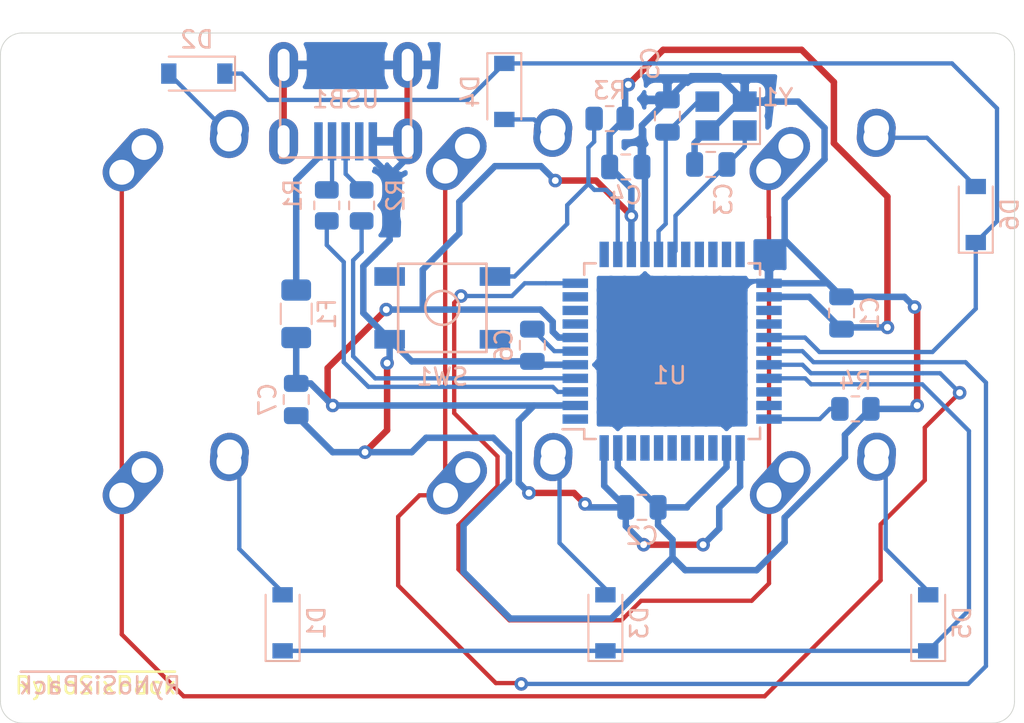
<source format=kicad_pcb>
(kicad_pcb (version 20171130) (host pcbnew 5.1.12-84ad8e8a86~92~ubuntu18.04.1)

  (general
    (thickness 1.6)
    (drawings 466)
    (tracks 291)
    (zones 0)
    (modules 28)
    (nets 46)
  )

  (page A4)
  (layers
    (0 F.Cu signal)
    (31 B.Cu signal)
    (32 B.Adhes user)
    (33 F.Adhes user)
    (34 B.Paste user)
    (35 F.Paste user)
    (36 B.SilkS user)
    (37 F.SilkS user)
    (38 B.Mask user)
    (39 F.Mask user)
    (40 Dwgs.User user hide)
    (41 Cmts.User user)
    (42 Eco1.User user)
    (43 Eco2.User user)
    (44 Edge.Cuts user)
    (45 Margin user)
    (46 B.CrtYd user)
    (47 F.CrtYd user)
    (48 B.Fab user)
    (49 F.Fab user)
  )

  (setup
    (last_trace_width 0.254)
    (trace_clearance 0.2)
    (zone_clearance 0.508)
    (zone_45_only no)
    (trace_min 0.2)
    (via_size 0.8)
    (via_drill 0.4)
    (via_min_size 0.4)
    (via_min_drill 0.3)
    (uvia_size 0.3)
    (uvia_drill 0.1)
    (uvias_allowed no)
    (uvia_min_size 0.2)
    (uvia_min_drill 0.1)
    (edge_width 0.05)
    (segment_width 0.2)
    (pcb_text_width 0.3)
    (pcb_text_size 1.5 1.5)
    (mod_edge_width 0.12)
    (mod_text_size 1 1)
    (mod_text_width 0.15)
    (pad_size 1.524 1.524)
    (pad_drill 0.762)
    (pad_to_mask_clearance 0)
    (aux_axis_origin 0 0)
    (visible_elements FFFFFF7F)
    (pcbplotparams
      (layerselection 0x010fc_ffffffff)
      (usegerberextensions false)
      (usegerberattributes true)
      (usegerberadvancedattributes true)
      (creategerberjobfile true)
      (excludeedgelayer true)
      (linewidth 0.100000)
      (plotframeref false)
      (viasonmask false)
      (mode 1)
      (useauxorigin false)
      (hpglpennumber 1)
      (hpglpenspeed 20)
      (hpglpendiameter 15.000000)
      (psnegative false)
      (psa4output false)
      (plotreference true)
      (plotvalue true)
      (plotinvisibletext false)
      (padsonsilk false)
      (subtractmaskfromsilk false)
      (outputformat 1)
      (mirror false)
      (drillshape 1)
      (scaleselection 1)
      (outputdirectory ""))
  )

  (net 0 "")
  (net 1 GND)
  (net 2 +5V)
  (net 3 "Net-(C3-Pad1)")
  (net 4 "Net-(C5-Pad1)")
  (net 5 "Net-(C6-Pad1)")
  (net 6 "Net-(D1-Pad2)")
  (net 7 ROW1)
  (net 8 "Net-(D2-Pad2)")
  (net 9 ROW0)
  (net 10 "Net-(D3-Pad2)")
  (net 11 "Net-(D4-Pad2)")
  (net 12 "Net-(D5-Pad2)")
  (net 13 "Net-(D6-Pad2)")
  (net 14 VCC)
  (net 15 COL0)
  (net 16 COL1)
  (net 17 COL2)
  (net 18 D-)
  (net 19 "Net-(R1-Pad1)")
  (net 20 D+)
  (net 21 "Net-(R2-Pad1)")
  (net 22 "Net-(R3-Pad2)")
  (net 23 "Net-(R4-Pad2)")
  (net 24 "Net-(U1-Pad42)")
  (net 25 "Net-(U1-Pad41)")
  (net 26 "Net-(U1-Pad40)")
  (net 27 "Net-(U1-Pad39)")
  (net 28 "Net-(U1-Pad38)")
  (net 29 "Net-(U1-Pad37)")
  (net 30 "Net-(U1-Pad36)")
  (net 31 "Net-(U1-Pad32)")
  (net 32 "Net-(U1-Pad31)")
  (net 33 "Net-(U1-Pad26)")
  (net 34 "Net-(U1-Pad25)")
  (net 35 "Net-(U1-Pad22)")
  (net 36 "Net-(U1-Pad21)")
  (net 37 "Net-(U1-Pad20)")
  (net 38 "Net-(U1-Pad19)")
  (net 39 "Net-(U1-Pad18)")
  (net 40 "Net-(U1-Pad12)")
  (net 41 "Net-(U1-Pad10)")
  (net 42 "Net-(U1-Pad9)")
  (net 43 "Net-(U1-Pad8)")
  (net 44 "Net-(U1-Pad1)")
  (net 45 "Net-(USB1-Pad2)")

  (net_class Default "This is the default net class."
    (clearance 0.2)
    (trace_width 0.254)
    (via_dia 0.8)
    (via_drill 0.4)
    (uvia_dia 0.3)
    (uvia_drill 0.1)
    (add_net COL0)
    (add_net COL1)
    (add_net COL2)
    (add_net D+)
    (add_net D-)
    (add_net "Net-(C3-Pad1)")
    (add_net "Net-(C5-Pad1)")
    (add_net "Net-(C6-Pad1)")
    (add_net "Net-(D1-Pad2)")
    (add_net "Net-(D2-Pad2)")
    (add_net "Net-(D3-Pad2)")
    (add_net "Net-(D4-Pad2)")
    (add_net "Net-(D5-Pad2)")
    (add_net "Net-(D6-Pad2)")
    (add_net "Net-(R1-Pad1)")
    (add_net "Net-(R2-Pad1)")
    (add_net "Net-(R3-Pad2)")
    (add_net "Net-(R4-Pad2)")
    (add_net "Net-(U1-Pad1)")
    (add_net "Net-(U1-Pad10)")
    (add_net "Net-(U1-Pad12)")
    (add_net "Net-(U1-Pad18)")
    (add_net "Net-(U1-Pad19)")
    (add_net "Net-(U1-Pad20)")
    (add_net "Net-(U1-Pad21)")
    (add_net "Net-(U1-Pad22)")
    (add_net "Net-(U1-Pad25)")
    (add_net "Net-(U1-Pad26)")
    (add_net "Net-(U1-Pad31)")
    (add_net "Net-(U1-Pad32)")
    (add_net "Net-(U1-Pad36)")
    (add_net "Net-(U1-Pad37)")
    (add_net "Net-(U1-Pad38)")
    (add_net "Net-(U1-Pad39)")
    (add_net "Net-(U1-Pad40)")
    (add_net "Net-(U1-Pad41)")
    (add_net "Net-(U1-Pad42)")
    (add_net "Net-(U1-Pad8)")
    (add_net "Net-(U1-Pad9)")
    (add_net "Net-(USB1-Pad2)")
    (add_net ROW0)
    (add_net ROW1)
  )

  (net_class Power ""
    (clearance 0.2)
    (trace_width 0.381)
    (via_dia 0.8)
    (via_drill 0.4)
    (uvia_dia 0.3)
    (uvia_drill 0.1)
    (add_net +5V)
    (add_net GND)
    (add_net VCC)
  )

  (module MX_Alps_Hybrid:MX-1U-NoLED (layer F.Cu) (tedit 5A9F5203) (tstamp 619E01D6)
    (at 102.38 58.93)
    (path /619BAC4D)
    (fp_text reference MX4 (at 0 3.175) (layer Dwgs.User)
      (effects (font (size 1 1) (thickness 0.15)))
    )
    (fp_text value MX-NoLED (at 0 -7.9375) (layer Dwgs.User)
      (effects (font (size 1 1) (thickness 0.15)))
    )
    (fp_line (start -9.525 9.525) (end -9.525 -9.525) (layer Dwgs.User) (width 0.15))
    (fp_line (start 9.525 9.525) (end -9.525 9.525) (layer Dwgs.User) (width 0.15))
    (fp_line (start 9.525 -9.525) (end 9.525 9.525) (layer Dwgs.User) (width 0.15))
    (fp_line (start -9.525 -9.525) (end 9.525 -9.525) (layer Dwgs.User) (width 0.15))
    (fp_line (start -7 -7) (end -7 -5) (layer Dwgs.User) (width 0.15))
    (fp_line (start -5 -7) (end -7 -7) (layer Dwgs.User) (width 0.15))
    (fp_line (start -7 7) (end -5 7) (layer Dwgs.User) (width 0.15))
    (fp_line (start -7 5) (end -7 7) (layer Dwgs.User) (width 0.15))
    (fp_line (start 7 7) (end 7 5) (layer Dwgs.User) (width 0.15))
    (fp_line (start 5 7) (end 7 7) (layer Dwgs.User) (width 0.15))
    (fp_line (start 7 -7) (end 7 -5) (layer Dwgs.User) (width 0.15))
    (fp_line (start 5 -7) (end 7 -7) (layer Dwgs.User) (width 0.15))
    (pad "" np_thru_hole circle (at 5.08 0 48.0996) (size 1.75 1.75) (drill 1.75) (layers *.Cu *.Mask))
    (pad "" np_thru_hole circle (at -5.08 0 48.0996) (size 1.75 1.75) (drill 1.75) (layers *.Cu *.Mask))
    (pad 1 thru_hole circle (at -2.5 -4) (size 2.25 2.25) (drill 1.47) (layers *.Cu B.Mask)
      (net 16 COL1))
    (pad "" np_thru_hole circle (at 0 0) (size 3.9878 3.9878) (drill 3.9878) (layers *.Cu *.Mask))
    (pad 1 thru_hole oval (at -3.81 -2.54 48.0996) (size 4.211556 2.25) (drill 1.47 (offset 0.980778 0)) (layers *.Cu B.Mask)
      (net 16 COL1))
    (pad 2 thru_hole circle (at 2.54 -5.08) (size 2.25 2.25) (drill 1.47) (layers *.Cu B.Mask)
      (net 11 "Net-(D4-Pad2)"))
    (pad 2 thru_hole oval (at 2.5 -4.5 86.0548) (size 2.831378 2.25) (drill 1.47 (offset 0.290689 0)) (layers *.Cu B.Mask)
      (net 11 "Net-(D4-Pad2)"))
  )

  (module MX_Alps_Hybrid:MX-1U-NoLED (layer F.Cu) (tedit 5A9F5203) (tstamp 619E0218)
    (at 83.34375 59)
    (path /619B1546)
    (fp_text reference MX2 (at 0 3.175) (layer Dwgs.User)
      (effects (font (size 1 1) (thickness 0.15)))
    )
    (fp_text value MX-NoLED (at 0 -7.9375) (layer Dwgs.User)
      (effects (font (size 1 1) (thickness 0.15)))
    )
    (fp_line (start -9.525 9.525) (end -9.525 -9.525) (layer Dwgs.User) (width 0.15))
    (fp_line (start 9.525 9.525) (end -9.525 9.525) (layer Dwgs.User) (width 0.15))
    (fp_line (start 9.525 -9.525) (end 9.525 9.525) (layer Dwgs.User) (width 0.15))
    (fp_line (start -9.525 -9.525) (end 9.525 -9.525) (layer Dwgs.User) (width 0.15))
    (fp_line (start -7 -7) (end -7 -5) (layer Dwgs.User) (width 0.15))
    (fp_line (start -5 -7) (end -7 -7) (layer Dwgs.User) (width 0.15))
    (fp_line (start -7 7) (end -5 7) (layer Dwgs.User) (width 0.15))
    (fp_line (start -7 5) (end -7 7) (layer Dwgs.User) (width 0.15))
    (fp_line (start 7 7) (end 7 5) (layer Dwgs.User) (width 0.15))
    (fp_line (start 5 7) (end 7 7) (layer Dwgs.User) (width 0.15))
    (fp_line (start 7 -7) (end 7 -5) (layer Dwgs.User) (width 0.15))
    (fp_line (start 5 -7) (end 7 -7) (layer Dwgs.User) (width 0.15))
    (pad "" np_thru_hole circle (at 5.08 0 48.0996) (size 1.75 1.75) (drill 1.75) (layers *.Cu *.Mask))
    (pad "" np_thru_hole circle (at -5.08 0 48.0996) (size 1.75 1.75) (drill 1.75) (layers *.Cu *.Mask))
    (pad 1 thru_hole circle (at -2.5 -4) (size 2.25 2.25) (drill 1.47) (layers *.Cu B.Mask)
      (net 15 COL0))
    (pad "" np_thru_hole circle (at 0 0) (size 3.9878 3.9878) (drill 3.9878) (layers *.Cu *.Mask))
    (pad 1 thru_hole oval (at -3.81 -2.54 48.0996) (size 4.211556 2.25) (drill 1.47 (offset 0.980778 0)) (layers *.Cu B.Mask)
      (net 15 COL0))
    (pad 2 thru_hole circle (at 2.54 -5.08) (size 2.25 2.25) (drill 1.47) (layers *.Cu B.Mask)
      (net 8 "Net-(D2-Pad2)"))
    (pad 2 thru_hole oval (at 2.5 -4.5 86.0548) (size 2.831378 2.25) (drill 1.47 (offset 0.290689 0)) (layers *.Cu B.Mask)
      (net 8 "Net-(D2-Pad2)"))
  )

  (module Crystal:Crystal_SMD_3225-4Pin_3.2x2.5mm (layer B.Cu) (tedit 5A0FD1B2) (tstamp 619DE7EB)
    (at 115.1 53.15 180)
    (descr "SMD Crystal SERIES SMD3225/4 http://www.txccrystal.com/images/pdf/7m-accuracy.pdf, 3.2x2.5mm^2 package")
    (tags "SMD SMT crystal")
    (path /61940DF4)
    (attr smd)
    (fp_text reference Y1 (at -3.05 1.1) (layer B.SilkS)
      (effects (font (size 1 1) (thickness 0.15)) (justify mirror))
    )
    (fp_text value 16MHz (at -6.5 1.8) (layer B.Fab)
      (effects (font (size 1 1) (thickness 0.15)) (justify mirror))
    )
    (fp_line (start 2.1 1.7) (end -2.1 1.7) (layer B.CrtYd) (width 0.05))
    (fp_line (start 2.1 -1.7) (end 2.1 1.7) (layer B.CrtYd) (width 0.05))
    (fp_line (start -2.1 -1.7) (end 2.1 -1.7) (layer B.CrtYd) (width 0.05))
    (fp_line (start -2.1 1.7) (end -2.1 -1.7) (layer B.CrtYd) (width 0.05))
    (fp_line (start -2 -1.65) (end 2 -1.65) (layer B.SilkS) (width 0.12))
    (fp_line (start -2 1.65) (end -2 -1.65) (layer B.SilkS) (width 0.12))
    (fp_line (start -1.6 -0.25) (end -0.6 -1.25) (layer B.Fab) (width 0.1))
    (fp_line (start 1.6 1.25) (end -1.6 1.25) (layer B.Fab) (width 0.1))
    (fp_line (start 1.6 -1.25) (end 1.6 1.25) (layer B.Fab) (width 0.1))
    (fp_line (start -1.6 -1.25) (end 1.6 -1.25) (layer B.Fab) (width 0.1))
    (fp_line (start -1.6 1.25) (end -1.6 -1.25) (layer B.Fab) (width 0.1))
    (fp_text user %R (at -0.05 -0.05) (layer B.Fab)
      (effects (font (size 0.7 0.7) (thickness 0.105)) (justify mirror))
    )
    (pad 4 smd rect (at -1.1 0.85 180) (size 1.4 1.2) (layers B.Cu B.Paste B.Mask)
      (net 1 GND))
    (pad 3 smd rect (at 1.1 0.85 180) (size 1.4 1.2) (layers B.Cu B.Paste B.Mask)
      (net 4 "Net-(C5-Pad1)"))
    (pad 2 smd rect (at 1.1 -0.85 180) (size 1.4 1.2) (layers B.Cu B.Paste B.Mask)
      (net 1 GND))
    (pad 1 smd rect (at -1.1 -0.85 180) (size 1.4 1.2) (layers B.Cu B.Paste B.Mask)
      (net 3 "Net-(C3-Pad1)"))
    (model ${KISYS3DMOD}/Crystal.3dshapes/Crystal_SMD_3225-4Pin_3.2x2.5mm.wrl
      (at (xyz 0 0 0))
      (scale (xyz 1 1 1))
      (rotate (xyz 0 0 0))
    )
  )

  (module random-keyboard-parts:Molex-0548190589 (layer B.Cu) (tedit 5C494815) (tstamp 61923C62)
    (at 92.71 50.14 270)
    (path /6198B740)
    (attr smd)
    (fp_text reference USB1 (at 2.032 0) (layer B.SilkS)
      (effects (font (size 1 1) (thickness 0.15)) (justify mirror))
    )
    (fp_text value Molex-0548190589 (at -5.08 0) (layer Dwgs.User)
      (effects (font (size 1 1) (thickness 0.15)))
    )
    (fp_line (start 3.25 1.25) (end 5.5 1.25) (layer B.CrtYd) (width 0.15))
    (fp_line (start 5.5 0.5) (end 3.25 0.5) (layer B.CrtYd) (width 0.15))
    (fp_line (start 3.25 -0.5) (end 5.5 -0.5) (layer B.CrtYd) (width 0.15))
    (fp_line (start 5.5 -1.25) (end 3.25 -1.25) (layer B.CrtYd) (width 0.15))
    (fp_line (start 3.25 -2) (end 5.5 -2) (layer B.CrtYd) (width 0.15))
    (fp_line (start 3.25 2) (end 3.25 -2) (layer B.CrtYd) (width 0.15))
    (fp_line (start 5.5 2) (end 3.25 2) (layer B.CrtYd) (width 0.15))
    (fp_line (start -3.75 -3.75) (end -3.75 3.75) (layer B.CrtYd) (width 0.15))
    (fp_line (start 5.5 -3.75) (end -3.75 -3.75) (layer B.CrtYd) (width 0.15))
    (fp_line (start 5.5 3.75) (end 5.5 -3.75) (layer B.CrtYd) (width 0.15))
    (fp_line (start -3.75 3.75) (end 5.5 3.75) (layer B.CrtYd) (width 0.15))
    (fp_line (start 0 3.85) (end 5.45 3.85) (layer B.SilkS) (width 0.15))
    (fp_line (start 0 -3.85) (end 5.45 -3.85) (layer B.SilkS) (width 0.15))
    (fp_line (start 5.45 3.85) (end 5.45 -3.85) (layer B.SilkS) (width 0.15))
    (fp_line (start -3.75 3.85) (end 0 3.85) (layer Dwgs.User) (width 0.15))
    (fp_line (start -3.75 -3.85) (end 0 -3.85) (layer Dwgs.User) (width 0.15))
    (fp_line (start -1.75 4.572) (end -1.75 -4.572) (layer Dwgs.User) (width 0.15))
    (fp_line (start -3.75 3.85) (end -3.75 -3.85) (layer Dwgs.User) (width 0.15))
    (fp_text user %R (at 2 0) (layer B.CrtYd)
      (effects (font (size 1 1) (thickness 0.15)) (justify mirror))
    )
    (pad 6 thru_hole oval (at 0 3.65 270) (size 2.7 1.7) (drill oval 1.9 0.7) (layers *.Cu *.Mask)
      (net 1 GND))
    (pad 6 thru_hole oval (at 0 -3.65 270) (size 2.7 1.7) (drill oval 1.9 0.7) (layers *.Cu *.Mask)
      (net 1 GND))
    (pad 6 thru_hole oval (at 4.5 -3.65 270) (size 2.7 1.7) (drill oval 1.9 0.7) (layers *.Cu *.Mask)
      (net 1 GND))
    (pad 6 thru_hole oval (at 4.5 3.65 270) (size 2.7 1.7) (drill oval 1.9 0.7) (layers *.Cu *.Mask)
      (net 1 GND))
    (pad 5 smd rect (at 4.5 1.6 270) (size 2.25 0.5) (layers B.Cu B.Paste B.Mask)
      (net 14 VCC))
    (pad 4 smd rect (at 4.5 0.8 270) (size 2.25 0.5) (layers B.Cu B.Paste B.Mask)
      (net 18 D-))
    (pad 3 smd rect (at 4.5 0 270) (size 2.25 0.5) (layers B.Cu B.Paste B.Mask)
      (net 20 D+))
    (pad 2 smd rect (at 4.5 -0.8 270) (size 2.25 0.5) (layers B.Cu B.Paste B.Mask)
      (net 45 "Net-(USB1-Pad2)"))
    (pad 1 smd rect (at 4.5 -1.6 270) (size 2.25 0.5) (layers B.Cu B.Paste B.Mask)
      (net 1 GND))
  )

  (module Package_QFP:TQFP-44_10x10mm_P0.8mm (layer B.Cu) (tedit 5A02F146) (tstamp 6199ACE5)
    (at 111.928 67)
    (descr "44-Lead Plastic Thin Quad Flatpack (PT) - 10x10x1.0 mm Body [TQFP] (see Microchip Packaging Specification 00000049BS.pdf)")
    (tags "QFP 0.8")
    (path /61918BB3)
    (attr smd)
    (fp_text reference U1 (at -0.14 1.428) (layer B.SilkS)
      (effects (font (size 1 1) (thickness 0.15)) (justify mirror))
    )
    (fp_text value ATmega32U4-AU (at 7.572 0 -90) (layer B.Fab)
      (effects (font (size 1 1) (thickness 0.15)) (justify mirror))
    )
    (fp_line (start -5.175 4.6) (end -6.45 4.6) (layer B.SilkS) (width 0.15))
    (fp_line (start 5.175 5.175) (end 4.5 5.175) (layer B.SilkS) (width 0.15))
    (fp_line (start 5.175 -5.175) (end 4.5 -5.175) (layer B.SilkS) (width 0.15))
    (fp_line (start -5.175 -5.175) (end -4.5 -5.175) (layer B.SilkS) (width 0.15))
    (fp_line (start -5.175 5.175) (end -4.5 5.175) (layer B.SilkS) (width 0.15))
    (fp_line (start -5.175 -5.175) (end -5.175 -4.5) (layer B.SilkS) (width 0.15))
    (fp_line (start 5.175 -5.175) (end 5.175 -4.5) (layer B.SilkS) (width 0.15))
    (fp_line (start 5.175 5.175) (end 5.175 4.5) (layer B.SilkS) (width 0.15))
    (fp_line (start -5.175 5.175) (end -5.175 4.6) (layer B.SilkS) (width 0.15))
    (fp_line (start -6.7 -6.7) (end 6.7 -6.7) (layer B.CrtYd) (width 0.05))
    (fp_line (start -6.7 6.7) (end 6.7 6.7) (layer B.CrtYd) (width 0.05))
    (fp_line (start 6.7 6.7) (end 6.7 -6.7) (layer B.CrtYd) (width 0.05))
    (fp_line (start -6.7 6.7) (end -6.7 -6.7) (layer B.CrtYd) (width 0.05))
    (fp_line (start -5 4) (end -4 5) (layer B.Fab) (width 0.15))
    (fp_line (start -5 -5) (end -5 4) (layer B.Fab) (width 0.15))
    (fp_line (start 5 -5) (end -5 -5) (layer B.Fab) (width 0.15))
    (fp_line (start 5 5) (end 5 -5) (layer B.Fab) (width 0.15))
    (fp_line (start -4 5) (end 5 5) (layer B.Fab) (width 0.15))
    (fp_text user %R (at 0 0) (layer B.Fab)
      (effects (font (size 1 1) (thickness 0.15)) (justify mirror))
    )
    (pad 44 smd rect (at -4 5.7 270) (size 1.5 0.55) (layers B.Cu B.Paste B.Mask)
      (net 2 +5V))
    (pad 43 smd rect (at -3.2 5.7 270) (size 1.5 0.55) (layers B.Cu B.Paste B.Mask)
      (net 1 GND))
    (pad 42 smd rect (at -2.4 5.7 270) (size 1.5 0.55) (layers B.Cu B.Paste B.Mask)
      (net 24 "Net-(U1-Pad42)"))
    (pad 41 smd rect (at -1.6 5.7 270) (size 1.5 0.55) (layers B.Cu B.Paste B.Mask)
      (net 25 "Net-(U1-Pad41)"))
    (pad 40 smd rect (at -0.8 5.7 270) (size 1.5 0.55) (layers B.Cu B.Paste B.Mask)
      (net 26 "Net-(U1-Pad40)"))
    (pad 39 smd rect (at 0 5.7 270) (size 1.5 0.55) (layers B.Cu B.Paste B.Mask)
      (net 27 "Net-(U1-Pad39)"))
    (pad 38 smd rect (at 0.8 5.7 270) (size 1.5 0.55) (layers B.Cu B.Paste B.Mask)
      (net 28 "Net-(U1-Pad38)"))
    (pad 37 smd rect (at 1.6 5.7 270) (size 1.5 0.55) (layers B.Cu B.Paste B.Mask)
      (net 29 "Net-(U1-Pad37)"))
    (pad 36 smd rect (at 2.4 5.7 270) (size 1.5 0.55) (layers B.Cu B.Paste B.Mask)
      (net 30 "Net-(U1-Pad36)"))
    (pad 35 smd rect (at 3.2 5.7 270) (size 1.5 0.55) (layers B.Cu B.Paste B.Mask)
      (net 1 GND))
    (pad 34 smd rect (at 4 5.7 270) (size 1.5 0.55) (layers B.Cu B.Paste B.Mask)
      (net 2 +5V))
    (pad 33 smd rect (at 5.7 4) (size 1.5 0.55) (layers B.Cu B.Paste B.Mask)
      (net 23 "Net-(R4-Pad2)"))
    (pad 32 smd rect (at 5.7 3.2) (size 1.5 0.55) (layers B.Cu B.Paste B.Mask)
      (net 31 "Net-(U1-Pad32)"))
    (pad 31 smd rect (at 5.7 2.4) (size 1.5 0.55) (layers B.Cu B.Paste B.Mask)
      (net 32 "Net-(U1-Pad31)"))
    (pad 30 smd rect (at 5.7 1.6) (size 1.5 0.55) (layers B.Cu B.Paste B.Mask)
      (net 7 ROW1))
    (pad 29 smd rect (at 5.7 0.8) (size 1.5 0.55) (layers B.Cu B.Paste B.Mask)
      (net 15 COL0))
    (pad 28 smd rect (at 5.7 0) (size 1.5 0.55) (layers B.Cu B.Paste B.Mask)
      (net 16 COL1))
    (pad 27 smd rect (at 5.7 -0.8) (size 1.5 0.55) (layers B.Cu B.Paste B.Mask)
      (net 9 ROW0))
    (pad 26 smd rect (at 5.7 -1.6) (size 1.5 0.55) (layers B.Cu B.Paste B.Mask)
      (net 33 "Net-(U1-Pad26)"))
    (pad 25 smd rect (at 5.7 -2.4) (size 1.5 0.55) (layers B.Cu B.Paste B.Mask)
      (net 34 "Net-(U1-Pad25)"))
    (pad 24 smd rect (at 5.7 -3.2) (size 1.5 0.55) (layers B.Cu B.Paste B.Mask)
      (net 2 +5V))
    (pad 23 smd rect (at 5.7 -4) (size 1.5 0.55) (layers B.Cu B.Paste B.Mask)
      (net 1 GND))
    (pad 22 smd rect (at 4 -5.7 270) (size 1.5 0.55) (layers B.Cu B.Paste B.Mask)
      (net 35 "Net-(U1-Pad22)"))
    (pad 21 smd rect (at 3.2 -5.7 270) (size 1.5 0.55) (layers B.Cu B.Paste B.Mask)
      (net 36 "Net-(U1-Pad21)"))
    (pad 20 smd rect (at 2.4 -5.7 270) (size 1.5 0.55) (layers B.Cu B.Paste B.Mask)
      (net 37 "Net-(U1-Pad20)"))
    (pad 19 smd rect (at 1.6 -5.7 270) (size 1.5 0.55) (layers B.Cu B.Paste B.Mask)
      (net 38 "Net-(U1-Pad19)"))
    (pad 18 smd rect (at 0.8 -5.7 270) (size 1.5 0.55) (layers B.Cu B.Paste B.Mask)
      (net 39 "Net-(U1-Pad18)"))
    (pad 17 smd rect (at 0 -5.7 270) (size 1.5 0.55) (layers B.Cu B.Paste B.Mask)
      (net 3 "Net-(C3-Pad1)"))
    (pad 16 smd rect (at -0.8 -5.7 270) (size 1.5 0.55) (layers B.Cu B.Paste B.Mask)
      (net 4 "Net-(C5-Pad1)"))
    (pad 15 smd rect (at -1.6 -5.7 270) (size 1.5 0.55) (layers B.Cu B.Paste B.Mask)
      (net 1 GND))
    (pad 14 smd rect (at -2.4 -5.7 270) (size 1.5 0.55) (layers B.Cu B.Paste B.Mask)
      (net 2 +5V))
    (pad 13 smd rect (at -3.2 -5.7 270) (size 1.5 0.55) (layers B.Cu B.Paste B.Mask)
      (net 22 "Net-(R3-Pad2)"))
    (pad 12 smd rect (at -4 -5.7 270) (size 1.5 0.55) (layers B.Cu B.Paste B.Mask)
      (net 40 "Net-(U1-Pad12)"))
    (pad 11 smd rect (at -5.7 -4) (size 1.5 0.55) (layers B.Cu B.Paste B.Mask)
      (net 17 COL2))
    (pad 10 smd rect (at -5.7 -3.2) (size 1.5 0.55) (layers B.Cu B.Paste B.Mask)
      (net 41 "Net-(U1-Pad10)"))
    (pad 9 smd rect (at -5.7 -2.4) (size 1.5 0.55) (layers B.Cu B.Paste B.Mask)
      (net 42 "Net-(U1-Pad9)"))
    (pad 8 smd rect (at -5.7 -1.6) (size 1.5 0.55) (layers B.Cu B.Paste B.Mask)
      (net 43 "Net-(U1-Pad8)"))
    (pad 7 smd rect (at -5.7 -0.8) (size 1.5 0.55) (layers B.Cu B.Paste B.Mask)
      (net 2 +5V))
    (pad 6 smd rect (at -5.7 0) (size 1.5 0.55) (layers B.Cu B.Paste B.Mask)
      (net 5 "Net-(C6-Pad1)"))
    (pad 5 smd rect (at -5.7 0.8) (size 1.5 0.55) (layers B.Cu B.Paste B.Mask)
      (net 1 GND))
    (pad 4 smd rect (at -5.7 1.6) (size 1.5 0.55) (layers B.Cu B.Paste B.Mask)
      (net 21 "Net-(R2-Pad1)"))
    (pad 3 smd rect (at -5.7 2.4) (size 1.5 0.55) (layers B.Cu B.Paste B.Mask)
      (net 19 "Net-(R1-Pad1)"))
    (pad 2 smd rect (at -5.7 3.2) (size 1.5 0.55) (layers B.Cu B.Paste B.Mask)
      (net 2 +5V))
    (pad 1 smd rect (at -5.7 4) (size 1.5 0.55) (layers B.Cu B.Paste B.Mask)
      (net 44 "Net-(U1-Pad1)"))
    (model ${KISYS3DMOD}/Package_QFP.3dshapes/TQFP-44_10x10mm_P0.8mm.wrl
      (at (xyz 0 0 0))
      (scale (xyz 1 1 1))
      (rotate (xyz 0 0 0))
    )
  )

  (module random-keyboard-parts:SKQG-1155865 (layer B.Cu) (tedit 5E62B398) (tstamp 619417BC)
    (at 98.4 64.45 180)
    (path /619603CC)
    (attr smd)
    (fp_text reference SW1 (at 0 -4.064) (layer B.SilkS)
      (effects (font (size 1 1) (thickness 0.15)) (justify mirror))
    )
    (fp_text value SW_Push (at 0 4.064) (layer B.Fab)
      (effects (font (size 1 1) (thickness 0.15)) (justify mirror))
    )
    (fp_line (start -2.6 2.6) (end 2.6 2.6) (layer B.SilkS) (width 0.15))
    (fp_line (start 2.6 2.6) (end 2.6 -2.6) (layer B.SilkS) (width 0.15))
    (fp_line (start 2.6 -2.6) (end -2.6 -2.6) (layer B.SilkS) (width 0.15))
    (fp_line (start -2.6 -2.6) (end -2.6 2.6) (layer B.SilkS) (width 0.15))
    (fp_circle (center 0 0) (end 1 0) (layer B.SilkS) (width 0.15))
    (fp_line (start -4.2 2.6) (end 4.2 2.6) (layer B.Fab) (width 0.15))
    (fp_line (start 4.2 2.6) (end 4.2 1.2) (layer B.Fab) (width 0.15))
    (fp_line (start 4.2 1.1) (end 2.6 1.1) (layer B.Fab) (width 0.15))
    (fp_line (start 2.6 1.1) (end 2.6 -1.1) (layer B.Fab) (width 0.15))
    (fp_line (start 2.6 -1.1) (end 4.2 -1.1) (layer B.Fab) (width 0.15))
    (fp_line (start 4.2 -1.1) (end 4.2 -2.6) (layer B.Fab) (width 0.15))
    (fp_line (start 4.2 -2.6) (end -4.2 -2.6) (layer B.Fab) (width 0.15))
    (fp_line (start -4.2 -2.6) (end -4.2 -1.1) (layer B.Fab) (width 0.15))
    (fp_line (start -4.2 -1.1) (end -2.6 -1.1) (layer B.Fab) (width 0.15))
    (fp_line (start -2.6 -1.1) (end -2.6 1.1) (layer B.Fab) (width 0.15))
    (fp_line (start -2.6 1.1) (end -4.2 1.1) (layer B.Fab) (width 0.15))
    (fp_line (start -4.2 1.1) (end -4.2 2.6) (layer B.Fab) (width 0.15))
    (fp_circle (center 0 0) (end 1 0) (layer B.Fab) (width 0.15))
    (fp_line (start -2.6 1.1) (end -1.1 2.6) (layer B.Fab) (width 0.15))
    (fp_line (start 2.6 1.1) (end 1.1 2.6) (layer B.Fab) (width 0.15))
    (fp_line (start 2.6 -1.1) (end 1.1 -2.6) (layer B.Fab) (width 0.15))
    (fp_line (start -2.6 -1.1) (end -1.1 -2.6) (layer B.Fab) (width 0.15))
    (pad 4 smd rect (at -3.1 -1.85 180) (size 1.8 1.1) (layers B.Cu B.Paste B.Mask))
    (pad 3 smd rect (at 3.1 1.85 180) (size 1.8 1.1) (layers B.Cu B.Paste B.Mask))
    (pad 2 smd rect (at -3.1 1.85 180) (size 1.8 1.1) (layers B.Cu B.Paste B.Mask)
      (net 22 "Net-(R3-Pad2)"))
    (pad 1 smd rect (at 3.1 -1.85 180) (size 1.8 1.1) (layers B.Cu B.Paste B.Mask)
      (net 1 GND))
    (model ${KISYS3DMOD}/Button_Switch_SMD.3dshapes/SW_SPST_TL3342.step
      (at (xyz 0 0 0))
      (scale (xyz 1 1 1))
      (rotate (xyz 0 0 0))
    )
  )

  (module Resistor_SMD:R_0805_2012Metric (layer B.Cu) (tedit 5F68FEEE) (tstamp 61923BE1)
    (at 122.7125 70.4 180)
    (descr "Resistor SMD 0805 (2012 Metric), square (rectangular) end terminal, IPC_7351 nominal, (Body size source: IPC-SM-782 page 72, https://www.pcb-3d.com/wordpress/wp-content/uploads/ipc-sm-782a_amendment_1_and_2.pdf), generated with kicad-footprint-generator")
    (tags resistor)
    (path /6192B586)
    (attr smd)
    (fp_text reference R4 (at 0 1.65) (layer B.SilkS)
      (effects (font (size 1 1) (thickness 0.15)) (justify mirror))
    )
    (fp_text value 10k (at 0 -1.65) (layer B.Fab)
      (effects (font (size 1 1) (thickness 0.15)) (justify mirror))
    )
    (fp_line (start 1.68 -0.95) (end -1.68 -0.95) (layer B.CrtYd) (width 0.05))
    (fp_line (start 1.68 0.95) (end 1.68 -0.95) (layer B.CrtYd) (width 0.05))
    (fp_line (start -1.68 0.95) (end 1.68 0.95) (layer B.CrtYd) (width 0.05))
    (fp_line (start -1.68 -0.95) (end -1.68 0.95) (layer B.CrtYd) (width 0.05))
    (fp_line (start -0.227064 -0.735) (end 0.227064 -0.735) (layer B.SilkS) (width 0.12))
    (fp_line (start -0.227064 0.735) (end 0.227064 0.735) (layer B.SilkS) (width 0.12))
    (fp_line (start 1 -0.625) (end -1 -0.625) (layer B.Fab) (width 0.1))
    (fp_line (start 1 0.625) (end 1 -0.625) (layer B.Fab) (width 0.1))
    (fp_line (start -1 0.625) (end 1 0.625) (layer B.Fab) (width 0.1))
    (fp_line (start -1 -0.625) (end -1 0.625) (layer B.Fab) (width 0.1))
    (fp_text user %R (at 0 0) (layer B.Fab)
      (effects (font (size 0.5 0.5) (thickness 0.08)) (justify mirror))
    )
    (pad 2 smd roundrect (at 0.9125 0 180) (size 1.025 1.4) (layers B.Cu B.Paste B.Mask) (roundrect_rratio 0.243902)
      (net 23 "Net-(R4-Pad2)"))
    (pad 1 smd roundrect (at -0.9125 0 180) (size 1.025 1.4) (layers B.Cu B.Paste B.Mask) (roundrect_rratio 0.243902)
      (net 1 GND))
    (model ${KISYS3DMOD}/Resistor_SMD.3dshapes/R_0805_2012Metric.wrl
      (at (xyz 0 0 0))
      (scale (xyz 1 1 1))
      (rotate (xyz 0 0 0))
    )
  )

  (module Resistor_SMD:R_0805_2012Metric (layer B.Cu) (tedit 5F68FEEE) (tstamp 619DE7B5)
    (at 108.25 53.3 180)
    (descr "Resistor SMD 0805 (2012 Metric), square (rectangular) end terminal, IPC_7351 nominal, (Body size source: IPC-SM-782 page 72, https://www.pcb-3d.com/wordpress/wp-content/uploads/ipc-sm-782a_amendment_1_and_2.pdf), generated with kicad-footprint-generator")
    (tags resistor)
    (path /6196BBDC)
    (attr smd)
    (fp_text reference R3 (at 0 1.65 180) (layer B.SilkS)
      (effects (font (size 1 1) (thickness 0.15)) (justify mirror))
    )
    (fp_text value 10k (at 0 2.921 180) (layer B.Fab)
      (effects (font (size 1 1) (thickness 0.15)) (justify mirror))
    )
    (fp_line (start 1.68 -0.95) (end -1.68 -0.95) (layer B.CrtYd) (width 0.05))
    (fp_line (start 1.68 0.95) (end 1.68 -0.95) (layer B.CrtYd) (width 0.05))
    (fp_line (start -1.68 0.95) (end 1.68 0.95) (layer B.CrtYd) (width 0.05))
    (fp_line (start -1.68 -0.95) (end -1.68 0.95) (layer B.CrtYd) (width 0.05))
    (fp_line (start -0.227064 -0.735) (end 0.227064 -0.735) (layer B.SilkS) (width 0.12))
    (fp_line (start -0.227064 0.735) (end 0.227064 0.735) (layer B.SilkS) (width 0.12))
    (fp_line (start 1 -0.625) (end -1 -0.625) (layer B.Fab) (width 0.1))
    (fp_line (start 1 0.625) (end 1 -0.625) (layer B.Fab) (width 0.1))
    (fp_line (start -1 0.625) (end 1 0.625) (layer B.Fab) (width 0.1))
    (fp_line (start -1 -0.625) (end -1 0.625) (layer B.Fab) (width 0.1))
    (fp_text user %R (at 0 0 180) (layer B.Fab)
      (effects (font (size 0.5 0.5) (thickness 0.08)) (justify mirror))
    )
    (pad 2 smd roundrect (at 0.9125 0 180) (size 1.025 1.4) (layers B.Cu B.Paste B.Mask) (roundrect_rratio 0.243902)
      (net 22 "Net-(R3-Pad2)"))
    (pad 1 smd roundrect (at -0.9125 0 180) (size 1.025 1.4) (layers B.Cu B.Paste B.Mask) (roundrect_rratio 0.243902)
      (net 2 +5V))
    (model ${KISYS3DMOD}/Resistor_SMD.3dshapes/R_0805_2012Metric.wrl
      (at (xyz 0 0 0))
      (scale (xyz 1 1 1))
      (rotate (xyz 0 0 0))
    )
  )

  (module Resistor_SMD:R_0805_2012Metric (layer B.Cu) (tedit 5F68FEEE) (tstamp 619E019D)
    (at 93.65 58.4125 90)
    (descr "Resistor SMD 0805 (2012 Metric), square (rectangular) end terminal, IPC_7351 nominal, (Body size source: IPC-SM-782 page 72, https://www.pcb-3d.com/wordpress/wp-content/uploads/ipc-sm-782a_amendment_1_and_2.pdf), generated with kicad-footprint-generator")
    (tags resistor)
    (path /6192F39B)
    (attr smd)
    (fp_text reference R2 (at 0.5875 2 90) (layer B.SilkS)
      (effects (font (size 1 1) (thickness 0.15)) (justify mirror))
    )
    (fp_text value 22 (at -2.9125 0 90) (layer B.Fab)
      (effects (font (size 1 1) (thickness 0.15)) (justify mirror))
    )
    (fp_line (start 1.68 -0.95) (end -1.68 -0.95) (layer B.CrtYd) (width 0.05))
    (fp_line (start 1.68 0.95) (end 1.68 -0.95) (layer B.CrtYd) (width 0.05))
    (fp_line (start -1.68 0.95) (end 1.68 0.95) (layer B.CrtYd) (width 0.05))
    (fp_line (start -1.68 -0.95) (end -1.68 0.95) (layer B.CrtYd) (width 0.05))
    (fp_line (start -0.227064 -0.735) (end 0.227064 -0.735) (layer B.SilkS) (width 0.12))
    (fp_line (start -0.227064 0.735) (end 0.227064 0.735) (layer B.SilkS) (width 0.12))
    (fp_line (start 1 -0.625) (end -1 -0.625) (layer B.Fab) (width 0.1))
    (fp_line (start 1 0.625) (end 1 -0.625) (layer B.Fab) (width 0.1))
    (fp_line (start -1 0.625) (end 1 0.625) (layer B.Fab) (width 0.1))
    (fp_line (start -1 -0.625) (end -1 0.625) (layer B.Fab) (width 0.1))
    (fp_text user %R (at 0 0 90) (layer B.Fab)
      (effects (font (size 0.5 0.5) (thickness 0.08)) (justify mirror))
    )
    (pad 2 smd roundrect (at 0.9125 0 90) (size 1.025 1.4) (layers B.Cu B.Paste B.Mask) (roundrect_rratio 0.243902)
      (net 20 D+))
    (pad 1 smd roundrect (at -0.9125 0 90) (size 1.025 1.4) (layers B.Cu B.Paste B.Mask) (roundrect_rratio 0.243902)
      (net 21 "Net-(R2-Pad1)"))
    (model ${KISYS3DMOD}/Resistor_SMD.3dshapes/R_0805_2012Metric.wrl
      (at (xyz 0 0 0))
      (scale (xyz 1 1 1))
      (rotate (xyz 0 0 0))
    )
  )

  (module Resistor_SMD:R_0805_2012Metric (layer B.Cu) (tedit 5F68FEEE) (tstamp 619E016A)
    (at 91.6 58.4125 90)
    (descr "Resistor SMD 0805 (2012 Metric), square (rectangular) end terminal, IPC_7351 nominal, (Body size source: IPC-SM-782 page 72, https://www.pcb-3d.com/wordpress/wp-content/uploads/ipc-sm-782a_amendment_1_and_2.pdf), generated with kicad-footprint-generator")
    (tags resistor)
    (path /6192FC80)
    (attr smd)
    (fp_text reference R1 (at 0.5875 -2 90) (layer B.SilkS)
      (effects (font (size 1 1) (thickness 0.15)) (justify mirror))
    )
    (fp_text value 22 (at -2.9125 0 90) (layer B.Fab)
      (effects (font (size 1 1) (thickness 0.15)) (justify mirror))
    )
    (fp_line (start 1.68 -0.95) (end -1.68 -0.95) (layer B.CrtYd) (width 0.05))
    (fp_line (start 1.68 0.95) (end 1.68 -0.95) (layer B.CrtYd) (width 0.05))
    (fp_line (start -1.68 0.95) (end 1.68 0.95) (layer B.CrtYd) (width 0.05))
    (fp_line (start -1.68 -0.95) (end -1.68 0.95) (layer B.CrtYd) (width 0.05))
    (fp_line (start -0.227064 -0.735) (end 0.227064 -0.735) (layer B.SilkS) (width 0.12))
    (fp_line (start -0.227064 0.735) (end 0.227064 0.735) (layer B.SilkS) (width 0.12))
    (fp_line (start 1 -0.625) (end -1 -0.625) (layer B.Fab) (width 0.1))
    (fp_line (start 1 0.625) (end 1 -0.625) (layer B.Fab) (width 0.1))
    (fp_line (start -1 0.625) (end 1 0.625) (layer B.Fab) (width 0.1))
    (fp_line (start -1 -0.625) (end -1 0.625) (layer B.Fab) (width 0.1))
    (fp_text user %R (at 0 0 90) (layer B.Fab)
      (effects (font (size 0.5 0.5) (thickness 0.08)) (justify mirror))
    )
    (pad 2 smd roundrect (at 0.9125 0 90) (size 1.025 1.4) (layers B.Cu B.Paste B.Mask) (roundrect_rratio 0.243902)
      (net 18 D-))
    (pad 1 smd roundrect (at -0.9125 0 90) (size 1.025 1.4) (layers B.Cu B.Paste B.Mask) (roundrect_rratio 0.243902)
      (net 19 "Net-(R1-Pad1)"))
    (model ${KISYS3DMOD}/Resistor_SMD.3dshapes/R_0805_2012Metric.wrl
      (at (xyz 0 0 0))
      (scale (xyz 1 1 1))
      (rotate (xyz 0 0 0))
    )
  )

  (module MX_Alps_Hybrid:MX-1U-NoLED (layer F.Cu) (tedit 5A9F5203) (tstamp 619DE8FF)
    (at 121.42 58.93)
    (path /619C328E)
    (fp_text reference MX6 (at 0 3.175) (layer Dwgs.User)
      (effects (font (size 1 1) (thickness 0.15)))
    )
    (fp_text value MX-NoLED (at 0 -7.9375) (layer Dwgs.User)
      (effects (font (size 1 1) (thickness 0.15)))
    )
    (fp_line (start -9.525 9.525) (end -9.525 -9.525) (layer Dwgs.User) (width 0.15))
    (fp_line (start 9.525 9.525) (end -9.525 9.525) (layer Dwgs.User) (width 0.15))
    (fp_line (start 9.525 -9.525) (end 9.525 9.525) (layer Dwgs.User) (width 0.15))
    (fp_line (start -9.525 -9.525) (end 9.525 -9.525) (layer Dwgs.User) (width 0.15))
    (fp_line (start -7 -7) (end -7 -5) (layer Dwgs.User) (width 0.15))
    (fp_line (start -5 -7) (end -7 -7) (layer Dwgs.User) (width 0.15))
    (fp_line (start -7 7) (end -5 7) (layer Dwgs.User) (width 0.15))
    (fp_line (start -7 5) (end -7 7) (layer Dwgs.User) (width 0.15))
    (fp_line (start 7 7) (end 7 5) (layer Dwgs.User) (width 0.15))
    (fp_line (start 5 7) (end 7 7) (layer Dwgs.User) (width 0.15))
    (fp_line (start 7 -7) (end 7 -5) (layer Dwgs.User) (width 0.15))
    (fp_line (start 5 -7) (end 7 -7) (layer Dwgs.User) (width 0.15))
    (pad "" np_thru_hole circle (at 5.08 0 48.0996) (size 1.75 1.75) (drill 1.75) (layers *.Cu *.Mask))
    (pad "" np_thru_hole circle (at -5.08 0 48.0996) (size 1.75 1.75) (drill 1.75) (layers *.Cu *.Mask))
    (pad 1 thru_hole circle (at -2.5 -4) (size 2.25 2.25) (drill 1.47) (layers *.Cu B.Mask)
      (net 17 COL2))
    (pad "" np_thru_hole circle (at 0 0) (size 3.9878 3.9878) (drill 3.9878) (layers *.Cu *.Mask))
    (pad 1 thru_hole oval (at -3.81 -2.54 48.0996) (size 4.211556 2.25) (drill 1.47 (offset 0.980778 0)) (layers *.Cu B.Mask)
      (net 17 COL2))
    (pad 2 thru_hole circle (at 2.54 -5.08) (size 2.25 2.25) (drill 1.47) (layers *.Cu B.Mask)
      (net 13 "Net-(D6-Pad2)"))
    (pad 2 thru_hole oval (at 2.5 -4.5 86.0548) (size 2.831378 2.25) (drill 1.47 (offset 0.290689 0)) (layers *.Cu B.Mask)
      (net 13 "Net-(D6-Pad2)"))
  )

  (module MX_Alps_Hybrid:MX-1U-NoLED (layer F.Cu) (tedit 5A9F5203) (tstamp 61923B86)
    (at 121.44 78.01)
    (path /619C329B)
    (fp_text reference MX5 (at 0 3.175) (layer Dwgs.User)
      (effects (font (size 1 1) (thickness 0.15)))
    )
    (fp_text value MX-NoLED (at 0 -7.9375) (layer Dwgs.User)
      (effects (font (size 1 1) (thickness 0.15)))
    )
    (fp_line (start -9.525 9.525) (end -9.525 -9.525) (layer Dwgs.User) (width 0.15))
    (fp_line (start 9.525 9.525) (end -9.525 9.525) (layer Dwgs.User) (width 0.15))
    (fp_line (start 9.525 -9.525) (end 9.525 9.525) (layer Dwgs.User) (width 0.15))
    (fp_line (start -9.525 -9.525) (end 9.525 -9.525) (layer Dwgs.User) (width 0.15))
    (fp_line (start -7 -7) (end -7 -5) (layer Dwgs.User) (width 0.15))
    (fp_line (start -5 -7) (end -7 -7) (layer Dwgs.User) (width 0.15))
    (fp_line (start -7 7) (end -5 7) (layer Dwgs.User) (width 0.15))
    (fp_line (start -7 5) (end -7 7) (layer Dwgs.User) (width 0.15))
    (fp_line (start 7 7) (end 7 5) (layer Dwgs.User) (width 0.15))
    (fp_line (start 5 7) (end 7 7) (layer Dwgs.User) (width 0.15))
    (fp_line (start 7 -7) (end 7 -5) (layer Dwgs.User) (width 0.15))
    (fp_line (start 5 -7) (end 7 -7) (layer Dwgs.User) (width 0.15))
    (pad "" np_thru_hole circle (at 5.08 0 48.0996) (size 1.75 1.75) (drill 1.75) (layers *.Cu *.Mask))
    (pad "" np_thru_hole circle (at -5.08 0 48.0996) (size 1.75 1.75) (drill 1.75) (layers *.Cu *.Mask))
    (pad 1 thru_hole circle (at -2.5 -4) (size 2.25 2.25) (drill 1.47) (layers *.Cu B.Mask)
      (net 17 COL2))
    (pad "" np_thru_hole circle (at 0 0) (size 3.9878 3.9878) (drill 3.9878) (layers *.Cu *.Mask))
    (pad 1 thru_hole oval (at -3.81 -2.54 48.0996) (size 4.211556 2.25) (drill 1.47 (offset 0.980778 0)) (layers *.Cu B.Mask)
      (net 17 COL2))
    (pad 2 thru_hole circle (at 2.54 -5.08) (size 2.25 2.25) (drill 1.47) (layers *.Cu B.Mask)
      (net 12 "Net-(D5-Pad2)"))
    (pad 2 thru_hole oval (at 2.5 -4.5 86.0548) (size 2.831378 2.25) (drill 1.47 (offset 0.290689 0)) (layers *.Cu B.Mask)
      (net 12 "Net-(D5-Pad2)"))
  )

  (module MX_Alps_Hybrid:MX-1U-NoLED (layer F.Cu) (tedit 5A9F5203) (tstamp 61923B58)
    (at 102.4 78.03)
    (path /619BCFCA)
    (fp_text reference MX3 (at 0 3.175) (layer Dwgs.User)
      (effects (font (size 1 1) (thickness 0.15)))
    )
    (fp_text value MX-NoLED (at 0 -7.9375) (layer Dwgs.User)
      (effects (font (size 1 1) (thickness 0.15)))
    )
    (fp_line (start -9.525 9.525) (end -9.525 -9.525) (layer Dwgs.User) (width 0.15))
    (fp_line (start 9.525 9.525) (end -9.525 9.525) (layer Dwgs.User) (width 0.15))
    (fp_line (start 9.525 -9.525) (end 9.525 9.525) (layer Dwgs.User) (width 0.15))
    (fp_line (start -9.525 -9.525) (end 9.525 -9.525) (layer Dwgs.User) (width 0.15))
    (fp_line (start -7 -7) (end -7 -5) (layer Dwgs.User) (width 0.15))
    (fp_line (start -5 -7) (end -7 -7) (layer Dwgs.User) (width 0.15))
    (fp_line (start -7 7) (end -5 7) (layer Dwgs.User) (width 0.15))
    (fp_line (start -7 5) (end -7 7) (layer Dwgs.User) (width 0.15))
    (fp_line (start 7 7) (end 7 5) (layer Dwgs.User) (width 0.15))
    (fp_line (start 5 7) (end 7 7) (layer Dwgs.User) (width 0.15))
    (fp_line (start 7 -7) (end 7 -5) (layer Dwgs.User) (width 0.15))
    (fp_line (start 5 -7) (end 7 -7) (layer Dwgs.User) (width 0.15))
    (pad "" np_thru_hole circle (at 5.08 0 48.0996) (size 1.75 1.75) (drill 1.75) (layers *.Cu *.Mask))
    (pad "" np_thru_hole circle (at -5.08 0 48.0996) (size 1.75 1.75) (drill 1.75) (layers *.Cu *.Mask))
    (pad 1 thru_hole circle (at -2.5 -4) (size 2.25 2.25) (drill 1.47) (layers *.Cu B.Mask)
      (net 16 COL1))
    (pad "" np_thru_hole circle (at 0 0) (size 3.9878 3.9878) (drill 3.9878) (layers *.Cu *.Mask))
    (pad 1 thru_hole oval (at -3.81 -2.54 48.0996) (size 4.211556 2.25) (drill 1.47 (offset 0.980778 0)) (layers *.Cu B.Mask)
      (net 16 COL1))
    (pad 2 thru_hole circle (at 2.54 -5.08) (size 2.25 2.25) (drill 1.47) (layers *.Cu B.Mask)
      (net 10 "Net-(D3-Pad2)"))
    (pad 2 thru_hole oval (at 2.5 -4.5 86.0548) (size 2.831378 2.25) (drill 1.47 (offset 0.290689 0)) (layers *.Cu B.Mask)
      (net 10 "Net-(D3-Pad2)"))
  )

  (module MX_Alps_Hybrid:MX-1U-NoLED (layer F.Cu) (tedit 5A9F5203) (tstamp 6194400E)
    (at 83.34375 78.02)
    (path /619BCFBD)
    (fp_text reference MX1 (at 0 3.175) (layer Dwgs.User)
      (effects (font (size 1 1) (thickness 0.15)))
    )
    (fp_text value MX-NoLED (at 0 -7.9375) (layer Dwgs.User)
      (effects (font (size 1 1) (thickness 0.15)))
    )
    (fp_line (start -9.525 9.525) (end -9.525 -9.525) (layer Dwgs.User) (width 0.15))
    (fp_line (start 9.525 9.525) (end -9.525 9.525) (layer Dwgs.User) (width 0.15))
    (fp_line (start 9.525 -9.525) (end 9.525 9.525) (layer Dwgs.User) (width 0.15))
    (fp_line (start -9.525 -9.525) (end 9.525 -9.525) (layer Dwgs.User) (width 0.15))
    (fp_line (start -7 -7) (end -7 -5) (layer Dwgs.User) (width 0.15))
    (fp_line (start -5 -7) (end -7 -7) (layer Dwgs.User) (width 0.15))
    (fp_line (start -7 7) (end -5 7) (layer Dwgs.User) (width 0.15))
    (fp_line (start -7 5) (end -7 7) (layer Dwgs.User) (width 0.15))
    (fp_line (start 7 7) (end 7 5) (layer Dwgs.User) (width 0.15))
    (fp_line (start 5 7) (end 7 7) (layer Dwgs.User) (width 0.15))
    (fp_line (start 7 -7) (end 7 -5) (layer Dwgs.User) (width 0.15))
    (fp_line (start 5 -7) (end 7 -7) (layer Dwgs.User) (width 0.15))
    (pad "" np_thru_hole circle (at 5.08 0 48.0996) (size 1.75 1.75) (drill 1.75) (layers *.Cu *.Mask))
    (pad "" np_thru_hole circle (at -5.08 0 48.0996) (size 1.75 1.75) (drill 1.75) (layers *.Cu *.Mask))
    (pad 1 thru_hole circle (at -2.5 -4) (size 2.25 2.25) (drill 1.47) (layers *.Cu B.Mask)
      (net 15 COL0))
    (pad "" np_thru_hole circle (at 0 0) (size 3.9878 3.9878) (drill 3.9878) (layers *.Cu *.Mask))
    (pad 1 thru_hole oval (at -3.81 -2.54 48.0996) (size 4.211556 2.25) (drill 1.47 (offset 0.980778 0)) (layers *.Cu B.Mask)
      (net 15 COL0))
    (pad 2 thru_hole circle (at 2.54 -5.08) (size 2.25 2.25) (drill 1.47) (layers *.Cu B.Mask)
      (net 6 "Net-(D1-Pad2)"))
    (pad 2 thru_hole oval (at 2.5 -4.5 86.0548) (size 2.831378 2.25) (drill 1.47 (offset 0.290689 0)) (layers *.Cu B.Mask)
      (net 6 "Net-(D1-Pad2)"))
  )

  (module Fuse:Fuse_1206_3216Metric (layer B.Cu) (tedit 5F68FEF1) (tstamp 61933E4D)
    (at 89.8 64.8 90)
    (descr "Fuse SMD 1206 (3216 Metric), square (rectangular) end terminal, IPC_7351 nominal, (Body size source: http://www.tortai-tech.com/upload/download/2011102023233369053.pdf), generated with kicad-footprint-generator")
    (tags fuse)
    (path /6198E68D)
    (attr smd)
    (fp_text reference F1 (at 0 1.82 270) (layer B.SilkS)
      (effects (font (size 1 1) (thickness 0.15)) (justify mirror))
    )
    (fp_text value 500mA (at 0 -1.82 270) (layer B.Fab)
      (effects (font (size 1 1) (thickness 0.15)) (justify mirror))
    )
    (fp_line (start 2.28 -1.12) (end -2.28 -1.12) (layer B.CrtYd) (width 0.05))
    (fp_line (start 2.28 1.12) (end 2.28 -1.12) (layer B.CrtYd) (width 0.05))
    (fp_line (start -2.28 1.12) (end 2.28 1.12) (layer B.CrtYd) (width 0.05))
    (fp_line (start -2.28 -1.12) (end -2.28 1.12) (layer B.CrtYd) (width 0.05))
    (fp_line (start -0.602064 -0.91) (end 0.602064 -0.91) (layer B.SilkS) (width 0.12))
    (fp_line (start -0.602064 0.91) (end 0.602064 0.91) (layer B.SilkS) (width 0.12))
    (fp_line (start 1.6 -0.8) (end -1.6 -0.8) (layer B.Fab) (width 0.1))
    (fp_line (start 1.6 0.8) (end 1.6 -0.8) (layer B.Fab) (width 0.1))
    (fp_line (start -1.6 0.8) (end 1.6 0.8) (layer B.Fab) (width 0.1))
    (fp_line (start -1.6 -0.8) (end -1.6 0.8) (layer B.Fab) (width 0.1))
    (fp_text user %R (at 0 0 270) (layer B.Fab)
      (effects (font (size 0.8 0.8) (thickness 0.12)) (justify mirror))
    )
    (pad 2 smd roundrect (at 1.4 0 90) (size 1.25 1.75) (layers B.Cu B.Paste B.Mask) (roundrect_rratio 0.2)
      (net 14 VCC))
    (pad 1 smd roundrect (at -1.4 0 90) (size 1.25 1.75) (layers B.Cu B.Paste B.Mask) (roundrect_rratio 0.2)
      (net 2 +5V))
    (model ${KISYS3DMOD}/Fuse.3dshapes/Fuse_1206_3216Metric.wrl
      (at (xyz 0 0 0))
      (scale (xyz 1 1 1))
      (rotate (xyz 0 0 0))
    )
  )

  (module Diode_SMD:D_SOD-123 (layer B.Cu) (tedit 58645DC7) (tstamp 61927143)
    (at 129.8 58.95 90)
    (descr SOD-123)
    (tags SOD-123)
    (path /619C3294)
    (attr smd)
    (fp_text reference D6 (at 0 2 270) (layer B.SilkS)
      (effects (font (size 1 1) (thickness 0.15)) (justify mirror))
    )
    (fp_text value SOD-123 (at 0 -2.1 270) (layer B.Fab)
      (effects (font (size 1 1) (thickness 0.15)) (justify mirror))
    )
    (fp_line (start -2.25 1) (end 1.65 1) (layer B.SilkS) (width 0.12))
    (fp_line (start -2.25 -1) (end 1.65 -1) (layer B.SilkS) (width 0.12))
    (fp_line (start -2.35 1.15) (end -2.35 -1.15) (layer B.CrtYd) (width 0.05))
    (fp_line (start 2.35 -1.15) (end -2.35 -1.15) (layer B.CrtYd) (width 0.05))
    (fp_line (start 2.35 1.15) (end 2.35 -1.15) (layer B.CrtYd) (width 0.05))
    (fp_line (start -2.35 1.15) (end 2.35 1.15) (layer B.CrtYd) (width 0.05))
    (fp_line (start -1.4 0.9) (end 1.4 0.9) (layer B.Fab) (width 0.1))
    (fp_line (start 1.4 0.9) (end 1.4 -0.9) (layer B.Fab) (width 0.1))
    (fp_line (start 1.4 -0.9) (end -1.4 -0.9) (layer B.Fab) (width 0.1))
    (fp_line (start -1.4 -0.9) (end -1.4 0.9) (layer B.Fab) (width 0.1))
    (fp_line (start -0.75 0) (end -0.35 0) (layer B.Fab) (width 0.1))
    (fp_line (start -0.35 0) (end -0.35 0.55) (layer B.Fab) (width 0.1))
    (fp_line (start -0.35 0) (end -0.35 -0.55) (layer B.Fab) (width 0.1))
    (fp_line (start -0.35 0) (end 0.25 0.4) (layer B.Fab) (width 0.1))
    (fp_line (start 0.25 0.4) (end 0.25 -0.4) (layer B.Fab) (width 0.1))
    (fp_line (start 0.25 -0.4) (end -0.35 0) (layer B.Fab) (width 0.1))
    (fp_line (start 0.25 0) (end 0.75 0) (layer B.Fab) (width 0.1))
    (fp_line (start -2.25 1) (end -2.25 -1) (layer B.SilkS) (width 0.12))
    (fp_text user %R (at 0 2 270) (layer B.Fab)
      (effects (font (size 1 1) (thickness 0.15)) (justify mirror))
    )
    (pad 2 smd rect (at 1.65 0 90) (size 0.9 1.2) (layers B.Cu B.Paste B.Mask)
      (net 13 "Net-(D6-Pad2)"))
    (pad 1 smd rect (at -1.65 0 90) (size 0.9 1.2) (layers B.Cu B.Paste B.Mask)
      (net 9 ROW0))
    (model ${KISYS3DMOD}/Diode_SMD.3dshapes/D_SOD-123.wrl
      (at (xyz 0 0 0))
      (scale (xyz 1 1 1))
      (rotate (xyz 0 0 0))
    )
  )

  (module Diode_SMD:D_SOD-123 (layer B.Cu) (tedit 58645DC7) (tstamp 61927023)
    (at 127 83 90)
    (descr SOD-123)
    (tags SOD-123)
    (path /619C32A1)
    (attr smd)
    (fp_text reference D5 (at 0 2 270) (layer B.SilkS)
      (effects (font (size 1 1) (thickness 0.15)) (justify mirror))
    )
    (fp_text value SOD-123 (at 0 -2.1 270) (layer B.Fab)
      (effects (font (size 1 1) (thickness 0.15)) (justify mirror))
    )
    (fp_line (start -2.25 1) (end 1.65 1) (layer B.SilkS) (width 0.12))
    (fp_line (start -2.25 -1) (end 1.65 -1) (layer B.SilkS) (width 0.12))
    (fp_line (start -2.35 1.15) (end -2.35 -1.15) (layer B.CrtYd) (width 0.05))
    (fp_line (start 2.35 -1.15) (end -2.35 -1.15) (layer B.CrtYd) (width 0.05))
    (fp_line (start 2.35 1.15) (end 2.35 -1.15) (layer B.CrtYd) (width 0.05))
    (fp_line (start -2.35 1.15) (end 2.35 1.15) (layer B.CrtYd) (width 0.05))
    (fp_line (start -1.4 0.9) (end 1.4 0.9) (layer B.Fab) (width 0.1))
    (fp_line (start 1.4 0.9) (end 1.4 -0.9) (layer B.Fab) (width 0.1))
    (fp_line (start 1.4 -0.9) (end -1.4 -0.9) (layer B.Fab) (width 0.1))
    (fp_line (start -1.4 -0.9) (end -1.4 0.9) (layer B.Fab) (width 0.1))
    (fp_line (start -0.75 0) (end -0.35 0) (layer B.Fab) (width 0.1))
    (fp_line (start -0.35 0) (end -0.35 0.55) (layer B.Fab) (width 0.1))
    (fp_line (start -0.35 0) (end -0.35 -0.55) (layer B.Fab) (width 0.1))
    (fp_line (start -0.35 0) (end 0.25 0.4) (layer B.Fab) (width 0.1))
    (fp_line (start 0.25 0.4) (end 0.25 -0.4) (layer B.Fab) (width 0.1))
    (fp_line (start 0.25 -0.4) (end -0.35 0) (layer B.Fab) (width 0.1))
    (fp_line (start 0.25 0) (end 0.75 0) (layer B.Fab) (width 0.1))
    (fp_line (start -2.25 1) (end -2.25 -1) (layer B.SilkS) (width 0.12))
    (fp_text user %R (at 0 2 270) (layer B.Fab)
      (effects (font (size 1 1) (thickness 0.15)) (justify mirror))
    )
    (pad 2 smd rect (at 1.65 0 90) (size 0.9 1.2) (layers B.Cu B.Paste B.Mask)
      (net 12 "Net-(D5-Pad2)"))
    (pad 1 smd rect (at -1.65 0 90) (size 0.9 1.2) (layers B.Cu B.Paste B.Mask)
      (net 7 ROW1))
    (model ${KISYS3DMOD}/Diode_SMD.3dshapes/D_SOD-123.wrl
      (at (xyz 0 0 0))
      (scale (xyz 1 1 1))
      (rotate (xyz 0 0 0))
    )
  )

  (module Diode_SMD:D_SOD-123 (layer B.Cu) (tedit 58645DC7) (tstamp 6192706B)
    (at 102.05 51.7 270)
    (descr SOD-123)
    (tags SOD-123)
    (path /619BAC53)
    (attr smd)
    (fp_text reference D4 (at 0 2 270) (layer B.SilkS)
      (effects (font (size 1 1) (thickness 0.15)) (justify mirror))
    )
    (fp_text value SOD-123 (at 0 -2.1 270) (layer B.Fab)
      (effects (font (size 1 1) (thickness 0.15)) (justify mirror))
    )
    (fp_line (start -2.25 1) (end 1.65 1) (layer B.SilkS) (width 0.12))
    (fp_line (start -2.25 -1) (end 1.65 -1) (layer B.SilkS) (width 0.12))
    (fp_line (start -2.35 1.15) (end -2.35 -1.15) (layer B.CrtYd) (width 0.05))
    (fp_line (start 2.35 -1.15) (end -2.35 -1.15) (layer B.CrtYd) (width 0.05))
    (fp_line (start 2.35 1.15) (end 2.35 -1.15) (layer B.CrtYd) (width 0.05))
    (fp_line (start -2.35 1.15) (end 2.35 1.15) (layer B.CrtYd) (width 0.05))
    (fp_line (start -1.4 0.9) (end 1.4 0.9) (layer B.Fab) (width 0.1))
    (fp_line (start 1.4 0.9) (end 1.4 -0.9) (layer B.Fab) (width 0.1))
    (fp_line (start 1.4 -0.9) (end -1.4 -0.9) (layer B.Fab) (width 0.1))
    (fp_line (start -1.4 -0.9) (end -1.4 0.9) (layer B.Fab) (width 0.1))
    (fp_line (start -0.75 0) (end -0.35 0) (layer B.Fab) (width 0.1))
    (fp_line (start -0.35 0) (end -0.35 0.55) (layer B.Fab) (width 0.1))
    (fp_line (start -0.35 0) (end -0.35 -0.55) (layer B.Fab) (width 0.1))
    (fp_line (start -0.35 0) (end 0.25 0.4) (layer B.Fab) (width 0.1))
    (fp_line (start 0.25 0.4) (end 0.25 -0.4) (layer B.Fab) (width 0.1))
    (fp_line (start 0.25 -0.4) (end -0.35 0) (layer B.Fab) (width 0.1))
    (fp_line (start 0.25 0) (end 0.75 0) (layer B.Fab) (width 0.1))
    (fp_line (start -2.25 1) (end -2.25 -1) (layer B.SilkS) (width 0.12))
    (fp_text user %R (at 0 2 270) (layer B.Fab)
      (effects (font (size 1 1) (thickness 0.15)) (justify mirror))
    )
    (pad 2 smd rect (at 1.65 0 270) (size 0.9 1.2) (layers B.Cu B.Paste B.Mask)
      (net 11 "Net-(D4-Pad2)"))
    (pad 1 smd rect (at -1.65 0 270) (size 0.9 1.2) (layers B.Cu B.Paste B.Mask)
      (net 9 ROW0))
    (model ${KISYS3DMOD}/Diode_SMD.3dshapes/D_SOD-123.wrl
      (at (xyz 0 0 0))
      (scale (xyz 1 1 1))
      (rotate (xyz 0 0 0))
    )
  )

  (module Diode_SMD:D_SOD-123 (layer B.Cu) (tedit 58645DC7) (tstamp 619270FB)
    (at 108 83 90)
    (descr SOD-123)
    (tags SOD-123)
    (path /619BCFD0)
    (attr smd)
    (fp_text reference D3 (at 0 2 270) (layer B.SilkS)
      (effects (font (size 1 1) (thickness 0.15)) (justify mirror))
    )
    (fp_text value SOD-123 (at 0 -2.1 270) (layer B.Fab)
      (effects (font (size 1 1) (thickness 0.15)) (justify mirror))
    )
    (fp_line (start -2.25 1) (end 1.65 1) (layer B.SilkS) (width 0.12))
    (fp_line (start -2.25 -1) (end 1.65 -1) (layer B.SilkS) (width 0.12))
    (fp_line (start -2.35 1.15) (end -2.35 -1.15) (layer B.CrtYd) (width 0.05))
    (fp_line (start 2.35 -1.15) (end -2.35 -1.15) (layer B.CrtYd) (width 0.05))
    (fp_line (start 2.35 1.15) (end 2.35 -1.15) (layer B.CrtYd) (width 0.05))
    (fp_line (start -2.35 1.15) (end 2.35 1.15) (layer B.CrtYd) (width 0.05))
    (fp_line (start -1.4 0.9) (end 1.4 0.9) (layer B.Fab) (width 0.1))
    (fp_line (start 1.4 0.9) (end 1.4 -0.9) (layer B.Fab) (width 0.1))
    (fp_line (start 1.4 -0.9) (end -1.4 -0.9) (layer B.Fab) (width 0.1))
    (fp_line (start -1.4 -0.9) (end -1.4 0.9) (layer B.Fab) (width 0.1))
    (fp_line (start -0.75 0) (end -0.35 0) (layer B.Fab) (width 0.1))
    (fp_line (start -0.35 0) (end -0.35 0.55) (layer B.Fab) (width 0.1))
    (fp_line (start -0.35 0) (end -0.35 -0.55) (layer B.Fab) (width 0.1))
    (fp_line (start -0.35 0) (end 0.25 0.4) (layer B.Fab) (width 0.1))
    (fp_line (start 0.25 0.4) (end 0.25 -0.4) (layer B.Fab) (width 0.1))
    (fp_line (start 0.25 -0.4) (end -0.35 0) (layer B.Fab) (width 0.1))
    (fp_line (start 0.25 0) (end 0.75 0) (layer B.Fab) (width 0.1))
    (fp_line (start -2.25 1) (end -2.25 -1) (layer B.SilkS) (width 0.12))
    (fp_text user %R (at 0 2 270) (layer B.Fab)
      (effects (font (size 1 1) (thickness 0.15)) (justify mirror))
    )
    (pad 2 smd rect (at 1.65 0 90) (size 0.9 1.2) (layers B.Cu B.Paste B.Mask)
      (net 10 "Net-(D3-Pad2)"))
    (pad 1 smd rect (at -1.65 0 90) (size 0.9 1.2) (layers B.Cu B.Paste B.Mask)
      (net 7 ROW1))
    (model ${KISYS3DMOD}/Diode_SMD.3dshapes/D_SOD-123.wrl
      (at (xyz 0 0 0))
      (scale (xyz 1 1 1))
      (rotate (xyz 0 0 0))
    )
  )

  (module Diode_SMD:D_SOD-123 (layer B.Cu) (tedit 58645DC7) (tstamp 61926FDB)
    (at 83.95 50.65 180)
    (descr SOD-123)
    (tags SOD-123)
    (path /619B2B45)
    (attr smd)
    (fp_text reference D2 (at 0 2 180) (layer B.SilkS)
      (effects (font (size 1 1) (thickness 0.15)) (justify mirror))
    )
    (fp_text value SOD-123 (at 0 -2.1 180) (layer B.Fab)
      (effects (font (size 1 1) (thickness 0.15)) (justify mirror))
    )
    (fp_line (start -2.25 1) (end 1.65 1) (layer B.SilkS) (width 0.12))
    (fp_line (start -2.25 -1) (end 1.65 -1) (layer B.SilkS) (width 0.12))
    (fp_line (start -2.35 1.15) (end -2.35 -1.15) (layer B.CrtYd) (width 0.05))
    (fp_line (start 2.35 -1.15) (end -2.35 -1.15) (layer B.CrtYd) (width 0.05))
    (fp_line (start 2.35 1.15) (end 2.35 -1.15) (layer B.CrtYd) (width 0.05))
    (fp_line (start -2.35 1.15) (end 2.35 1.15) (layer B.CrtYd) (width 0.05))
    (fp_line (start -1.4 0.9) (end 1.4 0.9) (layer B.Fab) (width 0.1))
    (fp_line (start 1.4 0.9) (end 1.4 -0.9) (layer B.Fab) (width 0.1))
    (fp_line (start 1.4 -0.9) (end -1.4 -0.9) (layer B.Fab) (width 0.1))
    (fp_line (start -1.4 -0.9) (end -1.4 0.9) (layer B.Fab) (width 0.1))
    (fp_line (start -0.75 0) (end -0.35 0) (layer B.Fab) (width 0.1))
    (fp_line (start -0.35 0) (end -0.35 0.55) (layer B.Fab) (width 0.1))
    (fp_line (start -0.35 0) (end -0.35 -0.55) (layer B.Fab) (width 0.1))
    (fp_line (start -0.35 0) (end 0.25 0.4) (layer B.Fab) (width 0.1))
    (fp_line (start 0.25 0.4) (end 0.25 -0.4) (layer B.Fab) (width 0.1))
    (fp_line (start 0.25 -0.4) (end -0.35 0) (layer B.Fab) (width 0.1))
    (fp_line (start 0.25 0) (end 0.75 0) (layer B.Fab) (width 0.1))
    (fp_line (start -2.25 1) (end -2.25 -1) (layer B.SilkS) (width 0.12))
    (fp_text user %R (at 0 2 180) (layer B.Fab)
      (effects (font (size 1 1) (thickness 0.15)) (justify mirror))
    )
    (pad 2 smd rect (at 1.65 0 180) (size 0.9 1.2) (layers B.Cu B.Paste B.Mask)
      (net 8 "Net-(D2-Pad2)"))
    (pad 1 smd rect (at -1.65 0 180) (size 0.9 1.2) (layers B.Cu B.Paste B.Mask)
      (net 9 ROW0))
    (model ${KISYS3DMOD}/Diode_SMD.3dshapes/D_SOD-123.wrl
      (at (xyz 0 0 0))
      (scale (xyz 1 1 1))
      (rotate (xyz 0 0 0))
    )
  )

  (module Diode_SMD:D_SOD-123 (layer B.Cu) (tedit 58645DC7) (tstamp 619270B3)
    (at 89 83 90)
    (descr SOD-123)
    (tags SOD-123)
    (path /619BCFC3)
    (attr smd)
    (fp_text reference D1 (at 0 2 270) (layer B.SilkS)
      (effects (font (size 1 1) (thickness 0.15)) (justify mirror))
    )
    (fp_text value SOD-123 (at 0 -2.1 270) (layer B.Fab)
      (effects (font (size 1 1) (thickness 0.15)) (justify mirror))
    )
    (fp_line (start -2.25 1) (end 1.65 1) (layer B.SilkS) (width 0.12))
    (fp_line (start -2.25 -1) (end 1.65 -1) (layer B.SilkS) (width 0.12))
    (fp_line (start -2.35 1.15) (end -2.35 -1.15) (layer B.CrtYd) (width 0.05))
    (fp_line (start 2.35 -1.15) (end -2.35 -1.15) (layer B.CrtYd) (width 0.05))
    (fp_line (start 2.35 1.15) (end 2.35 -1.15) (layer B.CrtYd) (width 0.05))
    (fp_line (start -2.35 1.15) (end 2.35 1.15) (layer B.CrtYd) (width 0.05))
    (fp_line (start -1.4 0.9) (end 1.4 0.9) (layer B.Fab) (width 0.1))
    (fp_line (start 1.4 0.9) (end 1.4 -0.9) (layer B.Fab) (width 0.1))
    (fp_line (start 1.4 -0.9) (end -1.4 -0.9) (layer B.Fab) (width 0.1))
    (fp_line (start -1.4 -0.9) (end -1.4 0.9) (layer B.Fab) (width 0.1))
    (fp_line (start -0.75 0) (end -0.35 0) (layer B.Fab) (width 0.1))
    (fp_line (start -0.35 0) (end -0.35 0.55) (layer B.Fab) (width 0.1))
    (fp_line (start -0.35 0) (end -0.35 -0.55) (layer B.Fab) (width 0.1))
    (fp_line (start -0.35 0) (end 0.25 0.4) (layer B.Fab) (width 0.1))
    (fp_line (start 0.25 0.4) (end 0.25 -0.4) (layer B.Fab) (width 0.1))
    (fp_line (start 0.25 -0.4) (end -0.35 0) (layer B.Fab) (width 0.1))
    (fp_line (start 0.25 0) (end 0.75 0) (layer B.Fab) (width 0.1))
    (fp_line (start -2.25 1) (end -2.25 -1) (layer B.SilkS) (width 0.12))
    (fp_text user %R (at 0 2 270) (layer B.Fab)
      (effects (font (size 1 1) (thickness 0.15)) (justify mirror))
    )
    (pad 2 smd rect (at 1.65 0 90) (size 0.9 1.2) (layers B.Cu B.Paste B.Mask)
      (net 6 "Net-(D1-Pad2)"))
    (pad 1 smd rect (at -1.65 0 90) (size 0.9 1.2) (layers B.Cu B.Paste B.Mask)
      (net 7 ROW1))
    (model ${KISYS3DMOD}/Diode_SMD.3dshapes/D_SOD-123.wrl
      (at (xyz 0 0 0))
      (scale (xyz 1 1 1))
      (rotate (xyz 0 0 0))
    )
  )

  (module Capacitor_SMD:C_0805_2012Metric (layer B.Cu) (tedit 5F68FEEE) (tstamp 619416B9)
    (at 89.8 69.85 270)
    (descr "Capacitor SMD 0805 (2012 Metric), square (rectangular) end terminal, IPC_7351 nominal, (Body size source: IPC-SM-782 page 76, https://www.pcb-3d.com/wordpress/wp-content/uploads/ipc-sm-782a_amendment_1_and_2.pdf, https://docs.google.com/spreadsheets/d/1BsfQQcO9C6DZCsRaXUlFlo91Tg2WpOkGARC1WS5S8t0/edit?usp=sharing), generated with kicad-footprint-generator")
    (tags capacitor)
    (path /6193AFF7)
    (attr smd)
    (fp_text reference C7 (at 0 1.68 90) (layer B.SilkS)
      (effects (font (size 1 1) (thickness 0.15)) (justify mirror))
    )
    (fp_text value 10uF (at 0 -1.68 90) (layer B.Fab)
      (effects (font (size 1 1) (thickness 0.15)) (justify mirror))
    )
    (fp_line (start 1.7 -0.98) (end -1.7 -0.98) (layer B.CrtYd) (width 0.05))
    (fp_line (start 1.7 0.98) (end 1.7 -0.98) (layer B.CrtYd) (width 0.05))
    (fp_line (start -1.7 0.98) (end 1.7 0.98) (layer B.CrtYd) (width 0.05))
    (fp_line (start -1.7 -0.98) (end -1.7 0.98) (layer B.CrtYd) (width 0.05))
    (fp_line (start -0.261252 -0.735) (end 0.261252 -0.735) (layer B.SilkS) (width 0.12))
    (fp_line (start -0.261252 0.735) (end 0.261252 0.735) (layer B.SilkS) (width 0.12))
    (fp_line (start 1 -0.625) (end -1 -0.625) (layer B.Fab) (width 0.1))
    (fp_line (start 1 0.625) (end 1 -0.625) (layer B.Fab) (width 0.1))
    (fp_line (start -1 0.625) (end 1 0.625) (layer B.Fab) (width 0.1))
    (fp_line (start -1 -0.625) (end -1 0.625) (layer B.Fab) (width 0.1))
    (fp_text user %R (at 0 0 90) (layer B.Fab)
      (effects (font (size 0.5 0.5) (thickness 0.08)) (justify mirror))
    )
    (pad 2 smd roundrect (at 0.95 0 270) (size 1 1.45) (layers B.Cu B.Paste B.Mask) (roundrect_rratio 0.25)
      (net 1 GND))
    (pad 1 smd roundrect (at -0.95 0 270) (size 1 1.45) (layers B.Cu B.Paste B.Mask) (roundrect_rratio 0.25)
      (net 2 +5V))
    (model ${KISYS3DMOD}/Capacitor_SMD.3dshapes/C_0805_2012Metric.wrl
      (at (xyz 0 0 0))
      (scale (xyz 1 1 1))
      (rotate (xyz 0 0 0))
    )
  )

  (module Capacitor_SMD:C_0805_2012Metric (layer B.Cu) (tedit 5F68FEEE) (tstamp 61941590)
    (at 103.7 66.65 270)
    (descr "Capacitor SMD 0805 (2012 Metric), square (rectangular) end terminal, IPC_7351 nominal, (Body size source: IPC-SM-782 page 76, https://www.pcb-3d.com/wordpress/wp-content/uploads/ipc-sm-782a_amendment_1_and_2.pdf, https://docs.google.com/spreadsheets/d/1BsfQQcO9C6DZCsRaXUlFlo91Tg2WpOkGARC1WS5S8t0/edit?usp=sharing), generated with kicad-footprint-generator")
    (tags capacitor)
    (path /6193626C)
    (attr smd)
    (fp_text reference C6 (at 0 1.68 270) (layer B.SilkS)
      (effects (font (size 1 1) (thickness 0.15)) (justify mirror))
    )
    (fp_text value 1uF (at 0.254 3.048 270) (layer B.Fab)
      (effects (font (size 1 1) (thickness 0.15)) (justify mirror))
    )
    (fp_line (start 1.7 -0.98) (end -1.7 -0.98) (layer B.CrtYd) (width 0.05))
    (fp_line (start 1.7 0.98) (end 1.7 -0.98) (layer B.CrtYd) (width 0.05))
    (fp_line (start -1.7 0.98) (end 1.7 0.98) (layer B.CrtYd) (width 0.05))
    (fp_line (start -1.7 -0.98) (end -1.7 0.98) (layer B.CrtYd) (width 0.05))
    (fp_line (start -0.261252 -0.735) (end 0.261252 -0.735) (layer B.SilkS) (width 0.12))
    (fp_line (start -0.261252 0.735) (end 0.261252 0.735) (layer B.SilkS) (width 0.12))
    (fp_line (start 1 -0.625) (end -1 -0.625) (layer B.Fab) (width 0.1))
    (fp_line (start 1 0.625) (end 1 -0.625) (layer B.Fab) (width 0.1))
    (fp_line (start -1 0.625) (end 1 0.625) (layer B.Fab) (width 0.1))
    (fp_line (start -1 -0.625) (end -1 0.625) (layer B.Fab) (width 0.1))
    (fp_text user %R (at 0 0 270) (layer B.Fab)
      (effects (font (size 0.5 0.5) (thickness 0.08)) (justify mirror))
    )
    (pad 2 smd roundrect (at 0.95 0 270) (size 1 1.45) (layers B.Cu B.Paste B.Mask) (roundrect_rratio 0.25)
      (net 1 GND))
    (pad 1 smd roundrect (at -0.95 0 270) (size 1 1.45) (layers B.Cu B.Paste B.Mask) (roundrect_rratio 0.25)
      (net 5 "Net-(C6-Pad1)"))
    (model ${KISYS3DMOD}/Capacitor_SMD.3dshapes/C_0805_2012Metric.wrl
      (at (xyz 0 0 0))
      (scale (xyz 1 1 1))
      (rotate (xyz 0 0 0))
    )
  )

  (module Capacitor_SMD:C_0805_2012Metric (layer B.Cu) (tedit 5F68FEEE) (tstamp 619DE830)
    (at 111.65 53.15 90)
    (descr "Capacitor SMD 0805 (2012 Metric), square (rectangular) end terminal, IPC_7351 nominal, (Body size source: IPC-SM-782 page 76, https://www.pcb-3d.com/wordpress/wp-content/uploads/ipc-sm-782a_amendment_1_and_2.pdf, https://docs.google.com/spreadsheets/d/1BsfQQcO9C6DZCsRaXUlFlo91Tg2WpOkGARC1WS5S8t0/edit?usp=sharing), generated with kicad-footprint-generator")
    (tags capacitor)
    (path /61948ECF)
    (attr smd)
    (fp_text reference C5 (at 3.1 -1 270) (layer B.SilkS)
      (effects (font (size 1 1) (thickness 0.15)) (justify mirror))
    )
    (fp_text value 22pF (at 3.5 0.1 270) (layer B.Fab)
      (effects (font (size 1 1) (thickness 0.15)) (justify mirror))
    )
    (fp_line (start 1.7 -0.98) (end -1.7 -0.98) (layer B.CrtYd) (width 0.05))
    (fp_line (start 1.7 0.98) (end 1.7 -0.98) (layer B.CrtYd) (width 0.05))
    (fp_line (start -1.7 0.98) (end 1.7 0.98) (layer B.CrtYd) (width 0.05))
    (fp_line (start -1.7 -0.98) (end -1.7 0.98) (layer B.CrtYd) (width 0.05))
    (fp_line (start -0.261252 -0.735) (end 0.261252 -0.735) (layer B.SilkS) (width 0.12))
    (fp_line (start -0.261252 0.735) (end 0.261252 0.735) (layer B.SilkS) (width 0.12))
    (fp_line (start 1 -0.625) (end -1 -0.625) (layer B.Fab) (width 0.1))
    (fp_line (start 1 0.625) (end 1 -0.625) (layer B.Fab) (width 0.1))
    (fp_line (start -1 0.625) (end 1 0.625) (layer B.Fab) (width 0.1))
    (fp_line (start -1 -0.625) (end -1 0.625) (layer B.Fab) (width 0.1))
    (fp_text user %R (at 0 0 270) (layer B.Fab)
      (effects (font (size 0.5 0.5) (thickness 0.08)) (justify mirror))
    )
    (pad 2 smd roundrect (at 0.95 0 90) (size 1 1.45) (layers B.Cu B.Paste B.Mask) (roundrect_rratio 0.25)
      (net 1 GND))
    (pad 1 smd roundrect (at -0.95 0 90) (size 1 1.45) (layers B.Cu B.Paste B.Mask) (roundrect_rratio 0.25)
      (net 4 "Net-(C5-Pad1)"))
    (model ${KISYS3DMOD}/Capacitor_SMD.3dshapes/C_0805_2012Metric.wrl
      (at (xyz 0 0 0))
      (scale (xyz 1 1 1))
      (rotate (xyz 0 0 0))
    )
  )

  (module Capacitor_SMD:C_0805_2012Metric (layer B.Cu) (tedit 5F68FEEE) (tstamp 6199AA3E)
    (at 109.2 56.15)
    (descr "Capacitor SMD 0805 (2012 Metric), square (rectangular) end terminal, IPC_7351 nominal, (Body size source: IPC-SM-782 page 76, https://www.pcb-3d.com/wordpress/wp-content/uploads/ipc-sm-782a_amendment_1_and_2.pdf, https://docs.google.com/spreadsheets/d/1BsfQQcO9C6DZCsRaXUlFlo91Tg2WpOkGARC1WS5S8t0/edit?usp=sharing), generated with kicad-footprint-generator")
    (tags capacitor)
    (path /6193A6A8)
    (attr smd)
    (fp_text reference C4 (at 0 1.68) (layer B.SilkS)
      (effects (font (size 1 1) (thickness 0.15)) (justify mirror))
    )
    (fp_text value 0.1uF (at 0.061 2.921) (layer B.Fab)
      (effects (font (size 1 1) (thickness 0.15)) (justify mirror))
    )
    (fp_line (start 1.7 -0.98) (end -1.7 -0.98) (layer B.CrtYd) (width 0.05))
    (fp_line (start 1.7 0.98) (end 1.7 -0.98) (layer B.CrtYd) (width 0.05))
    (fp_line (start -1.7 0.98) (end 1.7 0.98) (layer B.CrtYd) (width 0.05))
    (fp_line (start -1.7 -0.98) (end -1.7 0.98) (layer B.CrtYd) (width 0.05))
    (fp_line (start -0.261252 -0.735) (end 0.261252 -0.735) (layer B.SilkS) (width 0.12))
    (fp_line (start -0.261252 0.735) (end 0.261252 0.735) (layer B.SilkS) (width 0.12))
    (fp_line (start 1 -0.625) (end -1 -0.625) (layer B.Fab) (width 0.1))
    (fp_line (start 1 0.625) (end 1 -0.625) (layer B.Fab) (width 0.1))
    (fp_line (start -1 0.625) (end 1 0.625) (layer B.Fab) (width 0.1))
    (fp_line (start -1 -0.625) (end -1 0.625) (layer B.Fab) (width 0.1))
    (fp_text user %R (at 0 0) (layer B.Fab)
      (effects (font (size 0.5 0.5) (thickness 0.08)) (justify mirror))
    )
    (pad 2 smd roundrect (at 0.95 0) (size 1 1.45) (layers B.Cu B.Paste B.Mask) (roundrect_rratio 0.25)
      (net 1 GND))
    (pad 1 smd roundrect (at -0.95 0) (size 1 1.45) (layers B.Cu B.Paste B.Mask) (roundrect_rratio 0.25)
      (net 2 +5V))
    (model ${KISYS3DMOD}/Capacitor_SMD.3dshapes/C_0805_2012Metric.wrl
      (at (xyz 0 0 0))
      (scale (xyz 1 1 1))
      (rotate (xyz 0 0 0))
    )
  )

  (module Capacitor_SMD:C_0805_2012Metric (layer B.Cu) (tedit 5F68FEEE) (tstamp 619DE860)
    (at 114.2 56 180)
    (descr "Capacitor SMD 0805 (2012 Metric), square (rectangular) end terminal, IPC_7351 nominal, (Body size source: IPC-SM-782 page 76, https://www.pcb-3d.com/wordpress/wp-content/uploads/ipc-sm-782a_amendment_1_and_2.pdf, https://docs.google.com/spreadsheets/d/1BsfQQcO9C6DZCsRaXUlFlo91Tg2WpOkGARC1WS5S8t0/edit?usp=sharing), generated with kicad-footprint-generator")
    (tags capacitor)
    (path /619484A4)
    (attr smd)
    (fp_text reference C3 (at -0.75 -2.05 90) (layer B.SilkS)
      (effects (font (size 1 1) (thickness 0.15)) (justify mirror))
    )
    (fp_text value 22pF (at 1.05 -2.4 90) (layer B.Fab)
      (effects (font (size 1 1) (thickness 0.15)) (justify mirror))
    )
    (fp_line (start 1.7 -0.98) (end -1.7 -0.98) (layer B.CrtYd) (width 0.05))
    (fp_line (start 1.7 0.98) (end 1.7 -0.98) (layer B.CrtYd) (width 0.05))
    (fp_line (start -1.7 0.98) (end 1.7 0.98) (layer B.CrtYd) (width 0.05))
    (fp_line (start -1.7 -0.98) (end -1.7 0.98) (layer B.CrtYd) (width 0.05))
    (fp_line (start -0.261252 -0.735) (end 0.261252 -0.735) (layer B.SilkS) (width 0.12))
    (fp_line (start -0.261252 0.735) (end 0.261252 0.735) (layer B.SilkS) (width 0.12))
    (fp_line (start 1 -0.625) (end -1 -0.625) (layer B.Fab) (width 0.1))
    (fp_line (start 1 0.625) (end 1 -0.625) (layer B.Fab) (width 0.1))
    (fp_line (start -1 0.625) (end 1 0.625) (layer B.Fab) (width 0.1))
    (fp_line (start -1 -0.625) (end -1 0.625) (layer B.Fab) (width 0.1))
    (fp_text user %R (at 0 0 180) (layer B.Fab)
      (effects (font (size 0.5 0.5) (thickness 0.08)) (justify mirror))
    )
    (pad 2 smd roundrect (at 0.95 0 180) (size 1 1.45) (layers B.Cu B.Paste B.Mask) (roundrect_rratio 0.25)
      (net 1 GND))
    (pad 1 smd roundrect (at -0.95 0 180) (size 1 1.45) (layers B.Cu B.Paste B.Mask) (roundrect_rratio 0.25)
      (net 3 "Net-(C3-Pad1)"))
    (model ${KISYS3DMOD}/Capacitor_SMD.3dshapes/C_0805_2012Metric.wrl
      (at (xyz 0 0 0))
      (scale (xyz 1 1 1))
      (rotate (xyz 0 0 0))
    )
  )

  (module Capacitor_SMD:C_0805_2012Metric (layer B.Cu) (tedit 5F68FEEE) (tstamp 619415F0)
    (at 110.15 76.2)
    (descr "Capacitor SMD 0805 (2012 Metric), square (rectangular) end terminal, IPC_7351 nominal, (Body size source: IPC-SM-782 page 76, https://www.pcb-3d.com/wordpress/wp-content/uploads/ipc-sm-782a_amendment_1_and_2.pdf, https://docs.google.com/spreadsheets/d/1BsfQQcO9C6DZCsRaXUlFlo91Tg2WpOkGARC1WS5S8t0/edit?usp=sharing), generated with kicad-footprint-generator")
    (tags capacitor)
    (path /61939DC9)
    (attr smd)
    (fp_text reference C2 (at 0 1.68) (layer B.SilkS)
      (effects (font (size 1 1) (thickness 0.15)) (justify mirror))
    )
    (fp_text value 0.1uF (at -0.188 3.048 180) (layer B.Fab)
      (effects (font (size 1 1) (thickness 0.15)) (justify mirror))
    )
    (fp_line (start 1.7 -0.98) (end -1.7 -0.98) (layer B.CrtYd) (width 0.05))
    (fp_line (start 1.7 0.98) (end 1.7 -0.98) (layer B.CrtYd) (width 0.05))
    (fp_line (start -1.7 0.98) (end 1.7 0.98) (layer B.CrtYd) (width 0.05))
    (fp_line (start -1.7 -0.98) (end -1.7 0.98) (layer B.CrtYd) (width 0.05))
    (fp_line (start -0.261252 -0.735) (end 0.261252 -0.735) (layer B.SilkS) (width 0.12))
    (fp_line (start -0.261252 0.735) (end 0.261252 0.735) (layer B.SilkS) (width 0.12))
    (fp_line (start 1 -0.625) (end -1 -0.625) (layer B.Fab) (width 0.1))
    (fp_line (start 1 0.625) (end 1 -0.625) (layer B.Fab) (width 0.1))
    (fp_line (start -1 0.625) (end 1 0.625) (layer B.Fab) (width 0.1))
    (fp_line (start -1 -0.625) (end -1 0.625) (layer B.Fab) (width 0.1))
    (fp_text user %R (at 0 0) (layer B.Fab)
      (effects (font (size 0.5 0.5) (thickness 0.08)) (justify mirror))
    )
    (pad 2 smd roundrect (at 0.95 0) (size 1 1.45) (layers B.Cu B.Paste B.Mask) (roundrect_rratio 0.25)
      (net 1 GND))
    (pad 1 smd roundrect (at -0.95 0) (size 1 1.45) (layers B.Cu B.Paste B.Mask) (roundrect_rratio 0.25)
      (net 2 +5V))
    (model ${KISYS3DMOD}/Capacitor_SMD.3dshapes/C_0805_2012Metric.wrl
      (at (xyz 0 0 0))
      (scale (xyz 1 1 1))
      (rotate (xyz 0 0 0))
    )
  )

  (module Capacitor_SMD:C_0805_2012Metric (layer B.Cu) (tedit 5F68FEEE) (tstamp 61923A06)
    (at 121.9 64.75 90)
    (descr "Capacitor SMD 0805 (2012 Metric), square (rectangular) end terminal, IPC_7351 nominal, (Body size source: IPC-SM-782 page 76, https://www.pcb-3d.com/wordpress/wp-content/uploads/ipc-sm-782a_amendment_1_and_2.pdf, https://docs.google.com/spreadsheets/d/1BsfQQcO9C6DZCsRaXUlFlo91Tg2WpOkGARC1WS5S8t0/edit?usp=sharing), generated with kicad-footprint-generator")
    (tags capacitor)
    (path /6193AB4F)
    (attr smd)
    (fp_text reference C1 (at 0 1.68 90) (layer B.SilkS)
      (effects (font (size 1 1) (thickness 0.15)) (justify mirror))
    )
    (fp_text value 0.1uF (at 0 -1.68 90) (layer B.Fab)
      (effects (font (size 1 1) (thickness 0.15)) (justify mirror))
    )
    (fp_line (start 1.7 -0.98) (end -1.7 -0.98) (layer B.CrtYd) (width 0.05))
    (fp_line (start 1.7 0.98) (end 1.7 -0.98) (layer B.CrtYd) (width 0.05))
    (fp_line (start -1.7 0.98) (end 1.7 0.98) (layer B.CrtYd) (width 0.05))
    (fp_line (start -1.7 -0.98) (end -1.7 0.98) (layer B.CrtYd) (width 0.05))
    (fp_line (start -0.261252 -0.735) (end 0.261252 -0.735) (layer B.SilkS) (width 0.12))
    (fp_line (start -0.261252 0.735) (end 0.261252 0.735) (layer B.SilkS) (width 0.12))
    (fp_line (start 1 -0.625) (end -1 -0.625) (layer B.Fab) (width 0.1))
    (fp_line (start 1 0.625) (end 1 -0.625) (layer B.Fab) (width 0.1))
    (fp_line (start -1 0.625) (end 1 0.625) (layer B.Fab) (width 0.1))
    (fp_line (start -1 -0.625) (end -1 0.625) (layer B.Fab) (width 0.1))
    (fp_text user %R (at 0 0 90) (layer B.Fab)
      (effects (font (size 0.5 0.5) (thickness 0.08)) (justify mirror))
    )
    (pad 2 smd roundrect (at 0.95 0 90) (size 1 1.45) (layers B.Cu B.Paste B.Mask) (roundrect_rratio 0.25)
      (net 1 GND))
    (pad 1 smd roundrect (at -0.95 0 90) (size 1 1.45) (layers B.Cu B.Paste B.Mask) (roundrect_rratio 0.25)
      (net 2 +5V))
    (model ${KISYS3DMOD}/Capacitor_SMD.3dshapes/C_0805_2012Metric.wrl
      (at (xyz 0 0 0))
      (scale (xyz 1 1 1))
      (rotate (xyz 0 0 0))
    )
  )

  (gr_text RyNo~SixPack (at 78.25 86.7) (layer B.SilkS)
    (effects (font (size 1 1) (thickness 0.15)) (justify mirror))
  )
  (gr_text RyNo~SixPack (at 78 86.7) (layer F.SilkS)
    (effects (font (size 1 1) (thickness 0.15)))
  )
  (gr_arc (start 73.66 49.53) (end 73.66 48.26) (angle -90) (layer Edge.Cuts) (width 0.05))
  (gr_line (start 130.81 48.26) (end 73.66 48.26) (layer Edge.Cuts) (width 0.05))
  (gr_arc (start 130.81 49.53) (end 132.08 49.53) (angle -90) (layer Edge.Cuts) (width 0.05))
  (gr_line (start 132.08 87.63) (end 132.08 49.53) (layer Edge.Cuts) (width 0.05))
  (gr_arc (start 130.81 87.63) (end 130.81 88.9) (angle -90) (layer Edge.Cuts) (width 0.05))
  (gr_line (start 73.66 88.9) (end 130.81 88.9) (layer Edge.Cuts) (width 0.05))
  (gr_line (start 72.39 87.63) (end 72.39 49.53) (layer Edge.Cuts) (width 0.05))
  (gr_arc (start 73.66 87.63) (end 72.39 87.63) (angle -90) (layer Edge.Cuts) (width 0.05))
  (gr_line (start 139.9762 40.91795) (end 140.172 41.16315) (layer Dwgs.User) (width 0.2))
  (gr_line (start 63.784484 43.51545) (end 63.796887 43.20145) (layer Dwgs.User) (width 0.2))
  (gr_line (start 63.796887 43.20145) (end 63.834094 42.88995) (layer Dwgs.User) (width 0.2))
  (gr_line (start 140.7396 94.853) (end 140.6309 95.14652) (layer Dwgs.User) (width 0.2))
  (gr_line (start 136.472 44.94175) (end 136.9363 45.01475) (layer Dwgs.User) (width 0.2))
  (gr_line (start 136.0544 44.72825) (end 136.472 44.94175) (layer Dwgs.User) (width 0.2))
  (gr_line (start 64.547916 95.96784) (end 64.374286 95.70601) (layer Dwgs.User) (width 0.2))
  (gr_line (start 66.54745 97.42029) (end 66.25393 97.311423) (layer Dwgs.User) (width 0.2))
  (gr_line (start 65.69444 40.10475) (end 65.96868 39.95065) (layer Dwgs.User) (width 0.2))
  (gr_line (start 69.28424 93.6169) (end 69.21118 93.1525) (layer Dwgs.User) (width 0.2))
  (gr_line (start 69.21118 94.07992) (end 69.28424 93.6169) (layer Dwgs.User) (width 0.2))
  (gr_line (start 66.90299 92.40285) (end 66.57088 92.73496) (layer Dwgs.User) (width 0.2))
  (gr_line (start 137.5604 97.566361) (end 137.2492 97.603568) (layer Dwgs.User) (width 0.2))
  (gr_line (start 135.4356 93.6169) (end 135.5086 94.07992) (layer Dwgs.User) (width 0.2))
  (gr_line (start 135.5086 93.1525) (end 135.4356 93.6169) (layer Dwgs.User) (width 0.2))
  (gr_line (start 137.2492 39.52765) (end 137.5604 39.56465) (layer Dwgs.User) (width 0.2))
  (gr_line (start 136.472 42.08775) (end 136.0544 42.30155) (layer Dwgs.User) (width 0.2))
  (gr_line (start 67.784939 42.01475) (end 67.32054 42.08775) (layer Dwgs.User) (width 0.2))
  (gr_line (start 136.472 95.04317) (end 136.9363 95.11621) (layer Dwgs.User) (width 0.2))
  (gr_line (start 136.0544 94.82958) (end 136.472 95.04317) (layer Dwgs.User) (width 0.2))
  (gr_line (start 138.1724 39.71075) (end 138.4659 39.81975) (layer Dwgs.User) (width 0.2))
  (gr_line (start 140.8856 94.24114) (end 140.825 94.54984) (layer Dwgs.User) (width 0.2))
  (gr_line (start 137.869 39.62535) (end 138.1724 39.71075) (layer Dwgs.User) (width 0.2))
  (gr_line (start 136.9349 97.615969) (end 67.784939 97.615969) (layer Dwgs.User) (width 0.2))
  (gr_line (start 140.8856 42.88995) (end 140.923 43.20145) (layer Dwgs.User) (width 0.2))
  (gr_line (start 97.3604 47.51595) (end 71.785369 47.51595) (layer Dwgs.User) (width 0.2))
  (gr_line (start 140.4997 41.69935) (end 140.6309 41.98475) (layer Dwgs.User) (width 0.2))
  (gr_line (start 139.2872 40.27875) (end 139.5324 40.47275) (layer Dwgs.User) (width 0.2))
  (gr_line (start 67.32054 44.94175) (end 67.784939 45.01475) (layer Dwgs.User) (width 0.2))
  (gr_line (start 66.90299 44.72825) (end 67.32054 44.94175) (layer Dwgs.User) (width 0.2))
  (gr_line (start 140.7396 42.27825) (end 140.825 42.58125) (layer Dwgs.User) (width 0.2))
  (gr_line (start 138.751 97.18051) (end 138.4659 97.311423) (layer Dwgs.User) (width 0.2))
  (gr_line (start 138.4356 93.6169) (end 138.3626 93.1525) (layer Dwgs.User) (width 0.2))
  (gr_line (start 138.3626 94.07992) (end 138.4356 93.6169) (layer Dwgs.User) (width 0.2))
  (gr_line (start 67.784939 97.615969) (end 67.47075 97.603568) (layer Dwgs.User) (width 0.2))
  (gr_line (start 97.3604 39.51525) (end 97.3604 47.51595) (layer Dwgs.User) (width 0.2))
  (gr_line (start 137.3991 95.04317) (end 137.8168 94.82958) (layer Dwgs.User) (width 0.2))
  (gr_line (start 136.9363 95.11621) (end 137.3991 95.04317) (layer Dwgs.User) (width 0.2))
  (gr_line (start 137.5604 39.56465) (end 137.869 39.62535) (layer Dwgs.User) (width 0.2))
  (gr_line (start 136.9363 39.51525) (end 137.2492 39.52765) (layer Dwgs.User) (width 0.2))
  (gr_line (start 65.96868 97.18051) (end 65.69444 97.02617) (layer Dwgs.User) (width 0.2))
  (gr_line (start 64.08903 95.14652) (end 63.980166 94.853) (layer Dwgs.User) (width 0.2))
  (gr_line (start 64.547916 41.16315) (end 64.74222 40.91795) (layer Dwgs.User) (width 0.2))
  (gr_line (start 67.32054 92.18924) (end 66.90299 92.40285) (layer Dwgs.User) (width 0.2))
  (gr_line (start 66.57088 92.73496) (end 66.35728 93.1525) (layer Dwgs.User) (width 0.2))
  (gr_line (start 63.894728 42.58125) (end 63.980166 42.27825) (layer Dwgs.User) (width 0.2))
  (gr_line (start 65.18733 40.47275) (end 65.43262 40.27875) (layer Dwgs.User) (width 0.2))
  (gr_line (start 64.374286 95.70601) (end 64.219946 95.43178) (layer Dwgs.User) (width 0.2))
  (gr_line (start 63.980166 94.853) (end 63.894728 94.54984) (layer Dwgs.User) (width 0.2))
  (gr_line (start 137.3991 42.08775) (end 136.9363 42.01475) (layer Dwgs.User) (width 0.2))
  (gr_line (start 137.8168 42.30155) (end 137.3991 42.08775) (layer Dwgs.User) (width 0.2))
  (gr_line (start 67.47075 39.52765) (end 67.784939 39.51525) (layer Dwgs.User) (width 0.2))
  (gr_line (start 63.796887 93.92971) (end 63.784484 93.61552) (layer Dwgs.User) (width 0.2))
  (gr_line (start 64.219946 41.69935) (end 64.374286 41.42525) (layer Dwgs.User) (width 0.2))
  (gr_line (start 138.4659 39.81975) (end 138.751 39.95065) (layer Dwgs.User) (width 0.2))
  (gr_line (start 63.834094 94.24114) (end 63.796887 93.92971) (layer Dwgs.User) (width 0.2))
  (gr_line (start 63.834094 42.88995) (end 63.894728 42.58125) (layer Dwgs.User) (width 0.2))
  (gr_line (start 138.4659 97.311423) (end 138.1724 97.42029) (layer Dwgs.User) (width 0.2))
  (gr_line (start 140.9354 43.51545) (end 140.9354 93.6169) (layer Dwgs.User) (width 0.2))
  (gr_line (start 139.0254 97.02617) (end 138.751 97.18051) (layer Dwgs.User) (width 0.2))
  (gr_line (start 136.9363 42.01475) (end 136.472 42.08775) (layer Dwgs.User) (width 0.2))
  (gr_line (start 64.74222 96.21313) (end 64.547916 95.96784) (layer Dwgs.User) (width 0.2))
  (gr_line (start 138.1488 44.39595) (end 138.3626 43.97865) (layer Dwgs.User) (width 0.2))
  (gr_line (start 137.8168 44.72825) (end 138.1488 44.39595) (layer Dwgs.User) (width 0.2))
  (gr_line (start 137.869 97.505726) (end 137.5604 97.566361) (layer Dwgs.User) (width 0.2))
  (gr_line (start 68.99761 92.73496) (end 68.66551 92.40285) (layer Dwgs.User) (width 0.2))
  (gr_line (start 69.21118 93.1525) (end 68.99761 92.73496) (layer Dwgs.User) (width 0.2))
  (gr_line (start 139.0254 40.10475) (end 139.2872 40.27875) (layer Dwgs.User) (width 0.2))
  (gr_line (start 66.85062 97.505726) (end 66.54745 97.42029) (layer Dwgs.User) (width 0.2))
  (gr_line (start 67.1593 97.566361) (end 66.85062 97.505726) (layer Dwgs.User) (width 0.2))
  (gr_line (start 65.96868 39.95065) (end 66.25393 39.81975) (layer Dwgs.User) (width 0.2))
  (gr_line (start 71.785369 47.51595) (end 71.785369 89.61647) (layer Dwgs.User) (width 0.2))
  (gr_line (start 64.219946 95.43178) (end 64.08903 95.14652) (layer Dwgs.User) (width 0.2))
  (gr_line (start 140.6309 95.14652) (end 140.4997 95.43178) (layer Dwgs.User) (width 0.2))
  (gr_line (start 136.472 92.18924) (end 136.0544 92.40285) (layer Dwgs.User) (width 0.2))
  (gr_line (start 67.784939 92.11622) (end 67.32054 92.18924) (layer Dwgs.User) (width 0.2))
  (gr_line (start 135.7224 42.63345) (end 135.5086 43.05115) (layer Dwgs.User) (width 0.2))
  (gr_line (start 136.0544 42.30155) (end 135.7224 42.63345) (layer Dwgs.User) (width 0.2))
  (gr_line (start 137.3991 44.94175) (end 137.8168 44.72825) (layer Dwgs.User) (width 0.2))
  (gr_line (start 136.9363 45.01475) (end 137.3991 44.94175) (layer Dwgs.User) (width 0.2))
  (gr_line (start 64.374286 41.42525) (end 64.547916 41.16315) (layer Dwgs.User) (width 0.2))
  (gr_line (start 139.2872 96.85254) (end 139.0254 97.02617) (layer Dwgs.User) (width 0.2))
  (gr_line (start 137.2492 97.603568) (end 136.9349 97.615969) (layer Dwgs.User) (width 0.2))
  (gr_line (start 138.1724 97.42029) (end 137.869 97.505726) (layer Dwgs.User) (width 0.2))
  (gr_line (start 65.18733 96.65685) (end 64.95582 96.44464) (layer Dwgs.User) (width 0.2))
  (gr_line (start 138.1488 42.63345) (end 137.8168 42.30155) (layer Dwgs.User) (width 0.2))
  (gr_line (start 138.3626 43.05115) (end 138.1488 42.63345) (layer Dwgs.User) (width 0.2))
  (gr_line (start 64.95582 96.44464) (end 64.74222 96.21313) (layer Dwgs.User) (width 0.2))
  (gr_line (start 135.4356 43.51545) (end 135.5086 43.97865) (layer Dwgs.User) (width 0.2))
  (gr_line (start 135.5086 43.05115) (end 135.4356 43.51545) (layer Dwgs.User) (width 0.2))
  (gr_line (start 69.28424 43.51545) (end 69.21118 43.05115) (layer Dwgs.User) (width 0.2))
  (gr_line (start 69.21118 43.97865) (end 69.28424 43.51545) (layer Dwgs.User) (width 0.2))
  (gr_line (start 135.7224 44.39595) (end 136.0544 44.72825) (layer Dwgs.User) (width 0.2))
  (gr_line (start 135.5086 43.97865) (end 135.7224 44.39595) (layer Dwgs.User) (width 0.2))
  (gr_line (start 68.24796 92.18924) (end 67.784939 92.11622) (layer Dwgs.User) (width 0.2))
  (gr_line (start 68.66551 92.40285) (end 68.24796 92.18924) (layer Dwgs.User) (width 0.2))
  (gr_line (start 67.32054 42.08775) (end 66.90299 42.30155) (layer Dwgs.User) (width 0.2))
  (gr_line (start 136.9363 92.11622) (end 136.472 92.18924) (layer Dwgs.User) (width 0.2))
  (gr_line (start 66.54745 39.71075) (end 66.85062 39.62535) (layer Dwgs.User) (width 0.2))
  (gr_line (start 65.69444 97.02617) (end 65.43262 96.85254) (layer Dwgs.User) (width 0.2))
  (gr_line (start 140.172 41.16315) (end 140.3455 41.42525) (layer Dwgs.User) (width 0.2))
  (gr_line (start 66.90299 94.82958) (end 67.32054 95.04317) (layer Dwgs.User) (width 0.2))
  (gr_line (start 66.85062 39.62535) (end 67.1593 39.56465) (layer Dwgs.User) (width 0.2))
  (gr_line (start 138.751 39.95065) (end 139.0254 40.10475) (layer Dwgs.User) (width 0.2))
  (gr_line (start 137.3991 92.18924) (end 136.9363 92.11622) (layer Dwgs.User) (width 0.2))
  (gr_line (start 137.8168 92.40285) (end 137.3991 92.18924) (layer Dwgs.User) (width 0.2))
  (gr_line (start 138.4356 43.51545) (end 138.3626 43.05115) (layer Dwgs.User) (width 0.2))
  (gr_line (start 138.3626 43.97865) (end 138.4356 43.51545) (layer Dwgs.User) (width 0.2))
  (gr_line (start 140.923 43.20145) (end 140.9354 43.51545) (layer Dwgs.User) (width 0.2))
  (gr_line (start 63.784484 93.61552) (end 63.784484 43.51545) (layer Dwgs.User) (width 0.2))
  (gr_line (start 65.43262 40.27875) (end 65.69444 40.10475) (layer Dwgs.User) (width 0.2))
  (gr_line (start 66.25393 39.81975) (end 66.54745 39.71075) (layer Dwgs.User) (width 0.2))
  (gr_line (start 139.5324 40.47275) (end 139.7642 40.68655) (layer Dwgs.User) (width 0.2))
  (gr_line (start 107.3594 39.51525) (end 136.9363 39.51525) (layer Dwgs.User) (width 0.2))
  (gr_line (start 67.784939 39.51525) (end 97.3604 39.51525) (layer Dwgs.User) (width 0.2))
  (gr_line (start 132.9358 47.51595) (end 107.3594 47.51595) (layer Dwgs.User) (width 0.2))
  (gr_line (start 135.7224 92.73496) (end 135.5086 93.1525) (layer Dwgs.User) (width 0.2))
  (gr_line (start 136.0544 92.40285) (end 135.7224 92.73496) (layer Dwgs.User) (width 0.2))
  (gr_line (start 66.57088 42.63345) (end 66.35728 43.05115) (layer Dwgs.User) (width 0.2))
  (gr_line (start 66.90299 42.30155) (end 66.57088 42.63345) (layer Dwgs.User) (width 0.2))
  (gr_line (start 68.24796 44.94175) (end 68.66551 44.72825) (layer Dwgs.User) (width 0.2))
  (gr_line (start 67.784939 45.01475) (end 68.24796 44.94175) (layer Dwgs.User) (width 0.2))
  (gr_line (start 66.28425 93.6169) (end 66.35728 94.07992) (layer Dwgs.User) (width 0.2))
  (gr_line (start 132.9358 89.61647) (end 132.9358 47.51595) (layer Dwgs.User) (width 0.2))
  (gr_line (start 65.43262 96.85254) (end 65.18733 96.65685) (layer Dwgs.User) (width 0.2))
  (gr_line (start 66.35728 93.1525) (end 66.28425 93.6169) (layer Dwgs.User) (width 0.2))
  (gr_line (start 68.99761 44.39595) (end 69.21118 43.97865) (layer Dwgs.User) (width 0.2))
  (gr_line (start 68.66551 44.72825) (end 68.99761 44.39595) (layer Dwgs.User) (width 0.2))
  (gr_line (start 68.66551 94.82958) (end 68.99761 94.49747) (layer Dwgs.User) (width 0.2))
  (gr_line (start 64.08903 41.98475) (end 64.219946 41.69935) (layer Dwgs.User) (width 0.2))
  (gr_line (start 64.74222 40.91795) (end 64.95582 40.68655) (layer Dwgs.User) (width 0.2))
  (gr_line (start 71.785369 89.61647) (end 132.9358 89.61647) (layer Dwgs.User) (width 0.2))
  (gr_line (start 66.28425 43.51545) (end 66.35728 43.97865) (layer Dwgs.User) (width 0.2))
  (gr_line (start 66.35728 43.05115) (end 66.28425 43.51545) (layer Dwgs.User) (width 0.2))
  (gr_line (start 66.57088 94.49747) (end 66.90299 94.82958) (layer Dwgs.User) (width 0.2))
  (gr_line (start 139.7642 96.44464) (end 139.5324 96.65685) (layer Dwgs.User) (width 0.2))
  (gr_line (start 66.57088 44.39595) (end 66.90299 44.72825) (layer Dwgs.User) (width 0.2))
  (gr_line (start 66.35728 43.97865) (end 66.57088 44.39595) (layer Dwgs.User) (width 0.2))
  (gr_line (start 140.3455 41.42525) (end 140.4997 41.69935) (layer Dwgs.User) (width 0.2))
  (gr_line (start 140.825 94.54984) (end 140.7396 94.853) (layer Dwgs.User) (width 0.2))
  (gr_line (start 63.980166 42.27825) (end 64.08903 41.98475) (layer Dwgs.User) (width 0.2))
  (gr_line (start 140.172 95.96784) (end 139.9762 96.21313) (layer Dwgs.User) (width 0.2))
  (gr_line (start 139.9762 96.21313) (end 139.7642 96.44464) (layer Dwgs.User) (width 0.2))
  (gr_line (start 107.3594 47.51595) (end 107.3594 39.51525) (layer Dwgs.User) (width 0.2))
  (gr_line (start 67.32054 95.04317) (end 67.784939 95.11621) (layer Dwgs.User) (width 0.2))
  (gr_line (start 64.95582 40.68655) (end 65.18733 40.47275) (layer Dwgs.User) (width 0.2))
  (gr_line (start 68.24796 95.04317) (end 68.66551 94.82958) (layer Dwgs.User) (width 0.2))
  (gr_line (start 135.7224 94.49747) (end 136.0544 94.82958) (layer Dwgs.User) (width 0.2))
  (gr_line (start 135.5086 94.07992) (end 135.7224 94.49747) (layer Dwgs.User) (width 0.2))
  (gr_line (start 138.1488 94.49747) (end 138.3626 94.07992) (layer Dwgs.User) (width 0.2))
  (gr_line (start 137.8168 94.82958) (end 138.1488 94.49747) (layer Dwgs.User) (width 0.2))
  (gr_line (start 138.1488 92.73496) (end 137.8168 92.40285) (layer Dwgs.User) (width 0.2))
  (gr_line (start 138.3626 93.1525) (end 138.1488 92.73496) (layer Dwgs.User) (width 0.2))
  (gr_line (start 66.25393 97.311423) (end 65.96868 97.18051) (layer Dwgs.User) (width 0.2))
  (gr_line (start 67.47075 97.603568) (end 67.1593 97.566361) (layer Dwgs.User) (width 0.2))
  (gr_line (start 66.35728 94.07992) (end 66.57088 94.49747) (layer Dwgs.User) (width 0.2))
  (gr_line (start 68.99761 42.63345) (end 68.66551 42.30155) (layer Dwgs.User) (width 0.2))
  (gr_line (start 69.21118 43.05115) (end 68.99761 42.63345) (layer Dwgs.User) (width 0.2))
  (gr_line (start 68.24796 42.08775) (end 67.784939 42.01475) (layer Dwgs.User) (width 0.2))
  (gr_line (start 68.66551 42.30155) (end 68.24796 42.08775) (layer Dwgs.User) (width 0.2))
  (gr_line (start 140.923 93.92971) (end 140.8856 94.24114) (layer Dwgs.User) (width 0.2))
  (gr_line (start 140.3455 95.70601) (end 140.172 95.96784) (layer Dwgs.User) (width 0.2))
  (gr_line (start 68.99761 94.49747) (end 69.21118 94.07992) (layer Dwgs.User) (width 0.2))
  (gr_line (start 139.5324 96.65685) (end 139.2872 96.85254) (layer Dwgs.User) (width 0.2))
  (gr_line (start 67.784939 95.11621) (end 68.24796 95.04317) (layer Dwgs.User) (width 0.2))
  (gr_line (start 67.1593 39.56465) (end 67.47075 39.52765) (layer Dwgs.User) (width 0.2))
  (gr_line (start 63.894728 94.54984) (end 63.834094 94.24114) (layer Dwgs.User) (width 0.2))
  (gr_line (start 140.9354 93.6169) (end 140.923 93.92971) (layer Dwgs.User) (width 0.2))
  (gr_line (start 139.7642 40.68655) (end 139.9762 40.91795) (layer Dwgs.User) (width 0.2))
  (gr_line (start 140.6309 41.98475) (end 140.7396 42.27825) (layer Dwgs.User) (width 0.2))
  (gr_line (start 140.4997 95.43178) (end 140.3455 95.70601) (layer Dwgs.User) (width 0.2))
  (gr_line (start 140.825 42.58125) (end 140.8856 42.88995) (layer Dwgs.User) (width 0.2))
  (gr_line (start 135.78104 92.69374) (end 135.56724 93.11128) (layer Dwgs.User) (width 0.2))
  (gr_line (start 68.72415 94.78836) (end 69.05625 94.45625) (layer Dwgs.User) (width 0.2))
  (gr_line (start 66.96163 94.78836) (end 67.37918 95.00195) (layer Dwgs.User) (width 0.2))
  (gr_line (start 63.953368 94.50862) (end 63.892734 94.19992) (layer Dwgs.User) (width 0.2))
  (gr_line (start 66.62952 92.69374) (end 66.41592 93.11128) (layer Dwgs.User) (width 0.2))
  (gr_line (start 139.82284 40.64533) (end 140.03484 40.87673) (layer Dwgs.User) (width 0.2))
  (gr_line (start 69.26982 93.11128) (end 69.05625 92.69374) (layer Dwgs.User) (width 0.2))
  (gr_line (start 64.80086 40.87673) (end 65.01446 40.64533) (layer Dwgs.User) (width 0.2))
  (gr_line (start 137.45774 92.14802) (end 136.99494 92.075) (layer Dwgs.User) (width 0.2))
  (gr_line (start 90.36894 85.04973) (end 90.36894 84.04933) (layer Dwgs.User) (width 0.2))
  (gr_line (start 76.36814 75.14993) (end 76.36814 80.94873) (layer Dwgs.User) (width 0.2))
  (gr_line (start 94.61884 64.99933) (end 95.41814 64.99933) (layer Dwgs.User) (width 0.2))
  (gr_line (start 110.21844 84.04933) (end 110.21844 80.94873) (layer Dwgs.User) (width 0.2))
  (gr_line (start 63.843124 43.47423) (end 63.855527 43.16023) (layer Dwgs.User) (width 0.2))
  (gr_line (start 136.99494 39.47403) (end 137.30784 39.48643) (layer Dwgs.User) (width 0.2))
  (gr_line (start 94.61884 52.99923) (end 94.61884 56.09983) (layer Dwgs.User) (width 0.2))
  (gr_line (start 90.36894 72.04933) (end 90.36894 71.04883) (layer Dwgs.User) (width 0.2))
  (gr_line (start 113.66894 84.04933) (end 114.46794 84.04933) (layer Dwgs.User) (width 0.2))
  (gr_line (start 109.41904 75.14993) (end 110.21844 75.14993) (layer Dwgs.User) (width 0.2))
  (gr_line (start 138.23104 39.66953) (end 138.52454 39.77853) (layer Dwgs.User) (width 0.2))
  (gr_line (start 94.61884 75.14993) (end 95.41814 75.14993) (layer Dwgs.User) (width 0.2))
  (gr_line (start 66.60609 97.37907) (end 66.31257 97.270203) (layer Dwgs.User) (width 0.2))
  (gr_line (start 67.843579 92.075) (end 67.37918 92.14802) (layer Dwgs.User) (width 0.2))
  (gr_line (start 67.37918 42.04653) (end 66.96163 42.26033) (layer Dwgs.User) (width 0.2))
  (gr_line (start 128.46904 71.04883) (end 114.46794 71.04883) (layer Dwgs.User) (width 0.2))
  (gr_line (start 109.41904 51.99873) (end 95.41814 51.99873) (layer Dwgs.User) (width 0.2))
  (gr_line (start 95.41814 84.04933) (end 95.41814 85.04973) (layer Dwgs.User) (width 0.2))
  (gr_line (start 66.62952 42.59223) (end 66.41592 43.00993) (layer Dwgs.User) (width 0.2))
  (gr_line (start 66.96163 42.26033) (end 66.62952 42.59223) (layer Dwgs.User) (width 0.2))
  (gr_line (start 109.41904 65.99973) (end 109.41904 64.99933) (layer Dwgs.User) (width 0.2))
  (gr_line (start 128.46904 72.04933) (end 128.46904 71.04883) (layer Dwgs.User) (width 0.2))
  (gr_line (start 90.36894 71.04883) (end 76.36814 71.04883) (layer Dwgs.User) (width 0.2))
  (gr_line (start 136.53064 44.90053) (end 136.99494 44.97353) (layer Dwgs.User) (width 0.2))
  (gr_line (start 136.11304 44.68703) (end 136.53064 44.90053) (layer Dwgs.User) (width 0.2))
  (gr_line (start 129.268439 56.09983) (end 129.268439 52.99923) (layer Dwgs.User) (width 0.2))
  (gr_line (start 135.49424 43.47423) (end 135.56724 43.93743) (layer Dwgs.User) (width 0.2))
  (gr_line (start 135.56724 43.00993) (end 135.49424 43.47423) (layer Dwgs.User) (width 0.2))
  (gr_line (start 113.66894 61.89873) (end 113.66894 64.99933) (layer Dwgs.User) (width 0.2))
  (gr_line (start 114.46794 56.09983) (end 114.46794 61.89873) (layer Dwgs.User) (width 0.2))
  (gr_line (start 76.36814 65.99973) (end 90.36894 65.99973) (layer Dwgs.User) (width 0.2))
  (gr_line (start 67.37918 44.90053) (end 67.843579 44.97353) (layer Dwgs.User) (width 0.2))
  (gr_line (start 66.96163 44.68703) (end 67.37918 44.90053) (layer Dwgs.User) (width 0.2))
  (gr_line (start 76.36814 51.99873) (end 76.36814 52.99923) (layer Dwgs.User) (width 0.2))
  (gr_line (start 90.36894 65.99973) (end 90.36894 64.99933) (layer Dwgs.User) (width 0.2))
  (gr_line (start 91.16684 52.99923) (end 90.36894 52.99923) (layer Dwgs.User) (width 0.2))
  (gr_line (start 75.56744 64.99933) (end 76.36814 64.99933) (layer Dwgs.User) (width 0.2))
  (gr_line (start 109.41904 71.04883) (end 95.41814 71.04883) (layer Dwgs.User) (width 0.2))
  (gr_line (start 90.36894 61.89873) (end 90.36894 56.09983) (layer Dwgs.User) (width 0.2))
  (gr_line (start 137.45774 42.04653) (end 136.99494 41.97353) (layer Dwgs.User) (width 0.2))
  (gr_line (start 137.87544 42.26033) (end 137.45774 42.04653) (layer Dwgs.User) (width 0.2))
  (gr_line (start 75.56744 80.94873) (end 75.56744 84.04933) (layer Dwgs.User) (width 0.2))
  (gr_line (start 91.16684 75.14993) (end 91.16684 72.04933) (layer Dwgs.User) (width 0.2))
  (gr_line (start 90.36894 84.04933) (end 91.16684 84.04933) (layer Dwgs.User) (width 0.2))
  (gr_line (start 66.41592 93.11128) (end 66.34289 93.57568) (layer Dwgs.User) (width 0.2))
  (gr_line (start 109.41904 56.09983) (end 110.21844 56.09983) (layer Dwgs.User) (width 0.2))
  (gr_line (start 75.56744 75.14993) (end 76.36814 75.14993) (layer Dwgs.User) (width 0.2))
  (gr_line (start 138.49424 93.57568) (end 138.42124 93.11128) (layer Dwgs.User) (width 0.2))
  (gr_line (start 69.05625 44.35473) (end 69.26982 43.93743) (layer Dwgs.User) (width 0.2))
  (gr_line (start 68.72415 44.68703) (end 69.05625 44.35473) (layer Dwgs.User) (width 0.2))
  (gr_line (start 75.56744 56.09983) (end 76.36814 56.09983) (layer Dwgs.User) (width 0.2))
  (gr_line (start 94.61884 61.89873) (end 94.61884 64.99933) (layer Dwgs.User) (width 0.2))
  (gr_line (start 114.46794 64.99933) (end 114.46794 65.99973) (layer Dwgs.User) (width 0.2))
  (gr_line (start 136.53064 42.04653) (end 136.11304 42.26033) (layer Dwgs.User) (width 0.2))
  (gr_line (start 67.843579 41.97353) (end 67.37918 42.04653) (layer Dwgs.User) (width 0.2))
  (gr_line (start 113.66894 56.09983) (end 114.46794 56.09983) (layer Dwgs.User) (width 0.2))
  (gr_line (start 135.78104 42.59223) (end 135.56724 43.00993) (layer Dwgs.User) (width 0.2))
  (gr_line (start 136.11304 42.26033) (end 135.78104 42.59223) (layer Dwgs.User) (width 0.2))
  (gr_line (start 94.61884 56.09983) (end 95.41814 56.09983) (layer Dwgs.User) (width 0.2))
  (gr_line (start 138.49424 43.47423) (end 138.42124 43.00993) (layer Dwgs.User) (width 0.2))
  (gr_line (start 138.42124 43.93743) (end 138.49424 43.47423) (layer Dwgs.User) (width 0.2))
  (gr_line (start 128.46904 51.99873) (end 114.46794 51.99873) (layer Dwgs.User) (width 0.2))
  (gr_line (start 128.46904 52.99923) (end 128.46904 51.99873) (layer Dwgs.User) (width 0.2))
  (gr_line (start 91.16684 80.94873) (end 90.36894 80.94873) (layer Dwgs.User) (width 0.2))
  (gr_line (start 114.46794 65.99973) (end 128.46904 65.99973) (layer Dwgs.User) (width 0.2))
  (gr_line (start 90.36894 75.14993) (end 91.16684 75.14993) (layer Dwgs.User) (width 0.2))
  (gr_line (start 95.41814 65.99973) (end 109.41904 65.99973) (layer Dwgs.User) (width 0.2))
  (gr_line (start 129.268439 64.99933) (end 129.268439 61.89873) (layer Dwgs.User) (width 0.2))
  (gr_line (start 135.78104 44.35473) (end 136.11304 44.68703) (layer Dwgs.User) (width 0.2))
  (gr_line (start 135.56724 43.93743) (end 135.78104 44.35473) (layer Dwgs.User) (width 0.2))
  (gr_line (start 129.268439 52.99923) (end 128.46904 52.99923) (layer Dwgs.User) (width 0.2))
  (gr_line (start 114.46794 51.99873) (end 114.46794 52.99923) (layer Dwgs.User) (width 0.2))
  (gr_line (start 91.16684 56.09983) (end 91.16684 52.99923) (layer Dwgs.User) (width 0.2))
  (gr_line (start 68.3066 42.04653) (end 67.843579 41.97353) (layer Dwgs.User) (width 0.2))
  (gr_line (start 68.72415 42.26033) (end 68.3066 42.04653) (layer Dwgs.User) (width 0.2))
  (gr_line (start 138.20744 42.59223) (end 137.87544 42.26033) (layer Dwgs.User) (width 0.2))
  (gr_line (start 138.42124 43.00993) (end 138.20744 42.59223) (layer Dwgs.User) (width 0.2))
  (gr_line (start 76.36814 61.89873) (end 75.56744 61.89873) (layer Dwgs.User) (width 0.2))
  (gr_line (start 75.56744 52.99923) (end 75.56744 56.09983) (layer Dwgs.User) (width 0.2))
  (gr_line (start 90.36894 80.94873) (end 90.36894 75.14993) (layer Dwgs.User) (width 0.2))
  (gr_line (start 90.36894 52.99923) (end 90.36894 51.99873) (layer Dwgs.User) (width 0.2))
  (gr_line (start 76.36814 56.09983) (end 76.36814 61.89873) (layer Dwgs.User) (width 0.2))
  (gr_line (start 128.46904 64.99933) (end 129.268439 64.99933) (layer Dwgs.User) (width 0.2))
  (gr_line (start 138.20744 44.35473) (end 138.42124 43.93743) (layer Dwgs.User) (width 0.2))
  (gr_line (start 137.87544 44.68703) (end 138.20744 44.35473) (layer Dwgs.User) (width 0.2))
  (gr_line (start 69.05625 42.59223) (end 68.72415 42.26033) (layer Dwgs.User) (width 0.2))
  (gr_line (start 69.26982 43.00993) (end 69.05625 42.59223) (layer Dwgs.User) (width 0.2))
  (gr_line (start 66.62952 44.35473) (end 66.96163 44.68703) (layer Dwgs.User) (width 0.2))
  (gr_line (start 66.41592 43.93743) (end 66.62952 44.35473) (layer Dwgs.User) (width 0.2))
  (gr_line (start 95.41814 72.04933) (end 94.61884 72.04933) (layer Dwgs.User) (width 0.2))
  (gr_line (start 69.34288 43.47423) (end 69.26982 43.00993) (layer Dwgs.User) (width 0.2))
  (gr_line (start 69.26982 43.93743) (end 69.34288 43.47423) (layer Dwgs.User) (width 0.2))
  (gr_line (start 110.21844 56.09983) (end 110.21844 52.99923) (layer Dwgs.User) (width 0.2))
  (gr_line (start 95.41814 80.94873) (end 94.61884 80.94873) (layer Dwgs.User) (width 0.2))
  (gr_line (start 137.45774 44.90053) (end 137.87544 44.68703) (layer Dwgs.User) (width 0.2))
  (gr_line (start 136.99494 44.97353) (end 137.45774 44.90053) (layer Dwgs.User) (width 0.2))
  (gr_line (start 66.34289 43.47423) (end 66.41592 43.93743) (layer Dwgs.User) (width 0.2))
  (gr_line (start 66.41592 43.00993) (end 66.34289 43.47423) (layer Dwgs.User) (width 0.2))
  (gr_line (start 90.36894 51.99873) (end 76.36814 51.99873) (layer Dwgs.User) (width 0.2))
  (gr_line (start 128.46904 56.09983) (end 129.268439 56.09983) (layer Dwgs.User) (width 0.2))
  (gr_line (start 128.46904 65.99973) (end 128.46904 64.99933) (layer Dwgs.User) (width 0.2))
  (gr_line (start 90.36894 56.09983) (end 91.16684 56.09983) (layer Dwgs.User) (width 0.2))
  (gr_line (start 76.36814 72.04933) (end 75.56744 72.04933) (layer Dwgs.User) (width 0.2))
  (gr_line (start 129.268439 61.89873) (end 128.46904 61.89873) (layer Dwgs.User) (width 0.2))
  (gr_line (start 95.41814 56.09983) (end 95.41814 61.89873) (layer Dwgs.User) (width 0.2))
  (gr_line (start 67.843579 39.47403) (end 136.99494 39.47403) (layer Dwgs.User) (width 0.2))
  (gr_line (start 136.53064 92.14802) (end 136.11304 92.36163) (layer Dwgs.User) (width 0.2))
  (gr_line (start 69.34288 93.57568) (end 69.26982 93.11128) (layer Dwgs.User) (width 0.2))
  (gr_line (start 140.68954 95.1053) (end 140.55834 95.39056) (layer Dwgs.User) (width 0.2))
  (gr_line (start 69.05625 92.69374) (end 68.72415 92.36163) (layer Dwgs.User) (width 0.2))
  (gr_line (start 66.90926 39.58413) (end 67.21794 39.52343) (layer Dwgs.User) (width 0.2))
  (gr_line (start 95.41814 64.99933) (end 95.41814 65.99973) (layer Dwgs.User) (width 0.2))
  (gr_line (start 135.78104 94.45625) (end 136.11304 94.78836) (layer Dwgs.User) (width 0.2))
  (gr_line (start 140.40414 41.38403) (end 140.55834 41.65813) (layer Dwgs.User) (width 0.2))
  (gr_line (start 109.41904 72.04933) (end 109.41904 71.04883) (layer Dwgs.User) (width 0.2))
  (gr_line (start 109.41904 61.89873) (end 109.41904 56.09983) (layer Dwgs.User) (width 0.2))
  (gr_line (start 63.855527 43.16023) (end 63.892734 42.84873) (layer Dwgs.User) (width 0.2))
  (gr_line (start 109.41904 84.04933) (end 110.21844 84.04933) (layer Dwgs.User) (width 0.2))
  (gr_line (start 68.3066 92.14802) (end 67.843579 92.075) (layer Dwgs.User) (width 0.2))
  (gr_line (start 64.038806 42.23703) (end 64.14767 41.94353) (layer Dwgs.User) (width 0.2))
  (gr_line (start 139.34584 96.81132) (end 139.08404 96.98495) (layer Dwgs.User) (width 0.2))
  (gr_line (start 140.55834 95.39056) (end 140.40414 95.66479) (layer Dwgs.User) (width 0.2))
  (gr_line (start 138.80964 39.90943) (end 139.08404 40.06353) (layer Dwgs.User) (width 0.2))
  (gr_line (start 91.16684 72.04933) (end 90.36894 72.04933) (layer Dwgs.User) (width 0.2))
  (gr_line (start 139.59104 96.61563) (end 139.34584 96.81132) (layer Dwgs.User) (width 0.2))
  (gr_line (start 75.56744 72.04933) (end 75.56744 75.14993) (layer Dwgs.User) (width 0.2))
  (gr_line (start 114.46794 84.04933) (end 114.46794 85.04973) (layer Dwgs.User) (width 0.2))
  (gr_line (start 67.843579 97.574749) (end 67.52939 97.562348) (layer Dwgs.User) (width 0.2))
  (gr_line (start 64.14767 41.94353) (end 64.278586 41.65813) (layer Dwgs.User) (width 0.2))
  (gr_line (start 136.99494 92.075) (end 136.53064 92.14802) (layer Dwgs.User) (width 0.2))
  (gr_line (start 95.41814 85.04973) (end 109.41904 85.04973) (layer Dwgs.User) (width 0.2))
  (gr_line (start 128.46904 75.14993) (end 129.268439 75.14993) (layer Dwgs.User) (width 0.2))
  (gr_line (start 138.52454 97.270203) (end 138.23104 97.37907) (layer Dwgs.User) (width 0.2))
  (gr_line (start 129.268439 84.04933) (end 129.268439 80.94873) (layer Dwgs.User) (width 0.2))
  (gr_line (start 137.61904 39.52343) (end 137.92764 39.58413) (layer Dwgs.User) (width 0.2))
  (gr_line (start 128.46904 61.89873) (end 128.46904 56.09983) (layer Dwgs.User) (width 0.2))
  (gr_line (start 114.46794 61.89873) (end 113.66894 61.89873) (layer Dwgs.User) (width 0.2))
  (gr_line (start 113.66894 64.99933) (end 114.46794 64.99933) (layer Dwgs.User) (width 0.2))
  (gr_line (start 138.52454 39.77853) (end 138.80964 39.90943) (layer Dwgs.User) (width 0.2))
  (gr_line (start 67.37918 92.14802) (end 66.96163 92.36163) (layer Dwgs.User) (width 0.2))
  (gr_line (start 138.23104 97.37907) (end 137.92764 97.464506) (layer Dwgs.User) (width 0.2))
  (gr_line (start 114.46794 52.99923) (end 113.66894 52.99923) (layer Dwgs.User) (width 0.2))
  (gr_line (start 136.11304 94.78836) (end 136.53064 95.00195) (layer Dwgs.User) (width 0.2))
  (gr_line (start 68.3066 95.00195) (end 68.72415 94.78836) (layer Dwgs.User) (width 0.2))
  (gr_line (start 95.41814 75.14993) (end 95.41814 80.94873) (layer Dwgs.User) (width 0.2))
  (gr_line (start 139.08404 96.98495) (end 138.80964 97.13929) (layer Dwgs.User) (width 0.2))
  (gr_line (start 136.99494 41.97353) (end 136.53064 42.04653) (layer Dwgs.User) (width 0.2))
  (gr_line (start 137.92764 39.58413) (end 138.23104 39.66953) (layer Dwgs.User) (width 0.2))
  (gr_line (start 110.21844 80.94873) (end 109.41904 80.94873) (layer Dwgs.User) (width 0.2))
  (gr_line (start 76.36814 80.94873) (end 75.56744 80.94873) (layer Dwgs.User) (width 0.2))
  (gr_line (start 113.66894 52.99923) (end 113.66894 56.09983) (layer Dwgs.User) (width 0.2))
  (gr_line (start 110.21844 52.99923) (end 109.41904 52.99923) (layer Dwgs.User) (width 0.2))
  (gr_line (start 135.56724 93.11128) (end 135.49424 93.57568) (layer Dwgs.User) (width 0.2))
  (gr_line (start 75.56744 61.89873) (end 75.56744 64.99933) (layer Dwgs.User) (width 0.2))
  (gr_line (start 66.34289 93.57568) (end 66.41592 94.0387) (layer Dwgs.User) (width 0.2))
  (gr_line (start 65.01446 40.64533) (end 65.24597 40.43153) (layer Dwgs.User) (width 0.2))
  (gr_line (start 109.41904 85.04973) (end 109.41904 84.04933) (layer Dwgs.User) (width 0.2))
  (gr_line (start 94.61884 84.04933) (end 95.41814 84.04933) (layer Dwgs.User) (width 0.2))
  (gr_line (start 138.42124 93.11128) (end 138.20744 92.69374) (layer Dwgs.User) (width 0.2))
  (gr_line (start 67.21794 39.52343) (end 67.52939 39.48643) (layer Dwgs.User) (width 0.2))
  (gr_line (start 91.16684 64.99933) (end 91.16684 61.89873) (layer Dwgs.User) (width 0.2))
  (gr_line (start 114.46794 72.04933) (end 113.66894 72.04933) (layer Dwgs.User) (width 0.2))
  (gr_line (start 140.98164 93.88849) (end 140.94424 94.19992) (layer Dwgs.User) (width 0.2))
  (gr_line (start 69.26982 94.0387) (end 69.34288 93.57568) (layer Dwgs.User) (width 0.2))
  (gr_line (start 76.36814 52.99923) (end 75.56744 52.99923) (layer Dwgs.User) (width 0.2))
  (gr_line (start 137.30784 39.48643) (end 137.61904 39.52343) (layer Dwgs.User) (width 0.2))
  (gr_line (start 140.23064 95.92662) (end 140.03484 96.17191) (layer Dwgs.User) (width 0.2))
  (gr_line (start 140.79824 94.81178) (end 140.68954 95.1053) (layer Dwgs.User) (width 0.2))
  (gr_line (start 140.23064 41.12193) (end 140.40414 41.38403) (layer Dwgs.User) (width 0.2))
  (gr_line (start 95.41814 52.99923) (end 94.61884 52.99923) (layer Dwgs.User) (width 0.2))
  (gr_line (start 110.21844 61.89873) (end 109.41904 61.89873) (layer Dwgs.User) (width 0.2))
  (gr_line (start 110.21844 72.04933) (end 109.41904 72.04933) (layer Dwgs.User) (width 0.2))
  (gr_line (start 95.41814 61.89873) (end 94.61884 61.89873) (layer Dwgs.User) (width 0.2))
  (gr_line (start 76.36814 85.04973) (end 90.36894 85.04973) (layer Dwgs.User) (width 0.2))
  (gr_line (start 91.16684 61.89873) (end 90.36894 61.89873) (layer Dwgs.User) (width 0.2))
  (gr_line (start 135.56724 94.0387) (end 135.78104 94.45625) (layer Dwgs.User) (width 0.2))
  (gr_line (start 68.72415 92.36163) (end 68.3066 92.14802) (layer Dwgs.User) (width 0.2))
  (gr_line (start 129.268439 80.94873) (end 128.46904 80.94873) (layer Dwgs.User) (width 0.2))
  (gr_line (start 76.36814 71.04883) (end 76.36814 72.04933) (layer Dwgs.User) (width 0.2))
  (gr_line (start 94.61884 72.04933) (end 94.61884 75.14993) (layer Dwgs.User) (width 0.2))
  (gr_line (start 64.278586 95.39056) (end 64.14767 95.1053) (layer Dwgs.User) (width 0.2))
  (gr_line (start 110.21844 64.99933) (end 110.21844 61.89873) (layer Dwgs.User) (width 0.2))
  (gr_line (start 68.3066 44.90053) (end 68.72415 44.68703) (layer Dwgs.User) (width 0.2))
  (gr_line (start 67.843579 44.97353) (end 68.3066 44.90053) (layer Dwgs.User) (width 0.2))
  (gr_line (start 114.46794 71.04883) (end 114.46794 72.04933) (layer Dwgs.User) (width 0.2))
  (gr_line (start 94.61884 80.94873) (end 94.61884 84.04933) (layer Dwgs.User) (width 0.2))
  (gr_line (start 64.432926 95.66479) (end 64.278586 95.39056) (layer Dwgs.User) (width 0.2))
  (gr_line (start 76.36814 64.99933) (end 76.36814 65.99973) (layer Dwgs.User) (width 0.2))
  (gr_line (start 65.49126 96.81132) (end 65.24597 96.61563) (layer Dwgs.User) (width 0.2))
  (gr_line (start 95.41814 51.99873) (end 95.41814 52.99923) (layer Dwgs.User) (width 0.2))
  (gr_line (start 66.96163 92.36163) (end 66.62952 92.69374) (layer Dwgs.User) (width 0.2))
  (gr_line (start 140.98164 43.16023) (end 140.99404 43.47423) (layer Dwgs.User) (width 0.2))
  (gr_line (start 76.36814 84.04933) (end 76.36814 85.04973) (layer Dwgs.User) (width 0.2))
  (gr_line (start 67.37918 95.00195) (end 67.843579 95.07499) (layer Dwgs.User) (width 0.2))
  (gr_line (start 63.843124 93.5743) (end 63.843124 43.47423) (layer Dwgs.User) (width 0.2))
  (gr_line (start 109.41904 64.99933) (end 110.21844 64.99933) (layer Dwgs.User) (width 0.2))
  (gr_line (start 109.41904 80.94873) (end 109.41904 75.14993) (layer Dwgs.User) (width 0.2))
  (gr_line (start 66.02732 39.90943) (end 66.31257 39.77853) (layer Dwgs.User) (width 0.2))
  (gr_line (start 66.02732 97.13929) (end 65.75308 96.98495) (layer Dwgs.User) (width 0.2))
  (gr_line (start 64.038806 94.81178) (end 63.953368 94.50862) (layer Dwgs.User) (width 0.2))
  (gr_line (start 136.53064 95.00195) (end 136.99494 95.07499) (layer Dwgs.User) (width 0.2))
  (gr_line (start 65.24597 96.61563) (end 65.01446 96.40342) (layer Dwgs.User) (width 0.2))
  (gr_line (start 66.41592 94.0387) (end 66.62952 94.45625) (layer Dwgs.User) (width 0.2))
  (gr_line (start 65.75308 96.98495) (end 65.49126 96.81132) (layer Dwgs.User) (width 0.2))
  (gr_line (start 140.03484 40.87673) (end 140.23064 41.12193) (layer Dwgs.User) (width 0.2))
  (gr_line (start 139.08404 40.06353) (end 139.34584 40.23753) (layer Dwgs.User) (width 0.2))
  (gr_line (start 139.34584 40.23753) (end 139.59104 40.43153) (layer Dwgs.User) (width 0.2))
  (gr_line (start 65.01446 96.40342) (end 64.80086 96.17191) (layer Dwgs.User) (width 0.2))
  (gr_line (start 63.892734 94.19992) (end 63.855527 93.88849) (layer Dwgs.User) (width 0.2))
  (gr_line (start 64.80086 96.17191) (end 64.606556 95.92662) (layer Dwgs.User) (width 0.2))
  (gr_line (start 140.99404 93.57568) (end 140.98164 93.88849) (layer Dwgs.User) (width 0.2))
  (gr_line (start 140.68954 41.94353) (end 140.79824 42.23703) (layer Dwgs.User) (width 0.2))
  (gr_line (start 128.46904 84.04933) (end 129.268439 84.04933) (layer Dwgs.User) (width 0.2))
  (gr_line (start 64.14767 95.1053) (end 64.038806 94.81178) (layer Dwgs.User) (width 0.2))
  (gr_line (start 140.03484 96.17191) (end 139.82284 96.40342) (layer Dwgs.User) (width 0.2))
  (gr_line (start 65.75308 40.06353) (end 66.02732 39.90943) (layer Dwgs.User) (width 0.2))
  (gr_line (start 67.52939 39.48643) (end 67.843579 39.47403) (layer Dwgs.User) (width 0.2))
  (gr_line (start 140.88364 42.54003) (end 140.94424 42.84873) (layer Dwgs.User) (width 0.2))
  (gr_line (start 139.59104 40.43153) (end 139.82284 40.64533) (layer Dwgs.User) (width 0.2))
  (gr_line (start 64.432926 41.38403) (end 64.606556 41.12193) (layer Dwgs.User) (width 0.2))
  (gr_line (start 140.55834 41.65813) (end 140.68954 41.94353) (layer Dwgs.User) (width 0.2))
  (gr_line (start 75.56744 84.04933) (end 76.36814 84.04933) (layer Dwgs.User) (width 0.2))
  (gr_line (start 140.94424 94.19992) (end 140.88364 94.50862) (layer Dwgs.User) (width 0.2))
  (gr_line (start 64.278586 41.65813) (end 64.432926 41.38403) (layer Dwgs.User) (width 0.2))
  (gr_line (start 140.79824 42.23703) (end 140.88364 42.54003) (layer Dwgs.User) (width 0.2))
  (gr_line (start 140.99404 43.47423) (end 140.99404 93.57568) (layer Dwgs.User) (width 0.2))
  (gr_line (start 136.99354 97.574749) (end 67.843579 97.574749) (layer Dwgs.User) (width 0.2))
  (gr_line (start 137.30784 97.562348) (end 136.99354 97.574749) (layer Dwgs.User) (width 0.2))
  (gr_line (start 66.31257 97.270203) (end 66.02732 97.13929) (layer Dwgs.User) (width 0.2))
  (gr_line (start 64.606556 95.92662) (end 64.432926 95.66479) (layer Dwgs.User) (width 0.2))
  (gr_line (start 110.21844 75.14993) (end 110.21844 72.04933) (layer Dwgs.User) (width 0.2))
  (gr_line (start 137.45774 95.00195) (end 137.87544 94.78836) (layer Dwgs.User) (width 0.2))
  (gr_line (start 113.66894 75.14993) (end 114.46794 75.14993) (layer Dwgs.User) (width 0.2))
  (gr_line (start 140.40414 95.66479) (end 140.23064 95.92662) (layer Dwgs.User) (width 0.2))
  (gr_line (start 113.66894 80.94873) (end 113.66894 84.04933) (layer Dwgs.User) (width 0.2))
  (gr_line (start 109.41904 52.99923) (end 109.41904 51.99873) (layer Dwgs.User) (width 0.2))
  (gr_line (start 138.80964 97.13929) (end 138.52454 97.270203) (layer Dwgs.User) (width 0.2))
  (gr_line (start 114.46794 75.14993) (end 114.46794 80.94873) (layer Dwgs.User) (width 0.2))
  (gr_line (start 66.31257 39.77853) (end 66.60609 39.66953) (layer Dwgs.User) (width 0.2))
  (gr_line (start 114.46794 85.04973) (end 128.46904 85.04973) (layer Dwgs.User) (width 0.2))
  (gr_line (start 90.36894 64.99933) (end 91.16684 64.99933) (layer Dwgs.User) (width 0.2))
  (gr_line (start 67.843579 95.07499) (end 68.3066 95.00195) (layer Dwgs.User) (width 0.2))
  (gr_line (start 114.46794 80.94873) (end 113.66894 80.94873) (layer Dwgs.User) (width 0.2))
  (gr_line (start 63.953368 42.54003) (end 64.038806 42.23703) (layer Dwgs.User) (width 0.2))
  (gr_line (start 128.46904 85.04973) (end 128.46904 84.04933) (layer Dwgs.User) (width 0.2))
  (gr_line (start 135.49424 93.57568) (end 135.56724 94.0387) (layer Dwgs.User) (width 0.2))
  (gr_line (start 64.606556 41.12193) (end 64.80086 40.87673) (layer Dwgs.User) (width 0.2))
  (gr_line (start 136.11304 92.36163) (end 135.78104 92.69374) (layer Dwgs.User) (width 0.2))
  (gr_line (start 128.46904 80.94873) (end 128.46904 75.14993) (layer Dwgs.User) (width 0.2))
  (gr_line (start 137.87544 92.36163) (end 137.45774 92.14802) (layer Dwgs.User) (width 0.2))
  (gr_line (start 139.82284 96.40342) (end 139.59104 96.61563) (layer Dwgs.User) (width 0.2))
  (gr_line (start 63.892734 42.84873) (end 63.953368 42.54003) (layer Dwgs.User) (width 0.2))
  (gr_line (start 129.268439 72.04933) (end 128.46904 72.04933) (layer Dwgs.User) (width 0.2))
  (gr_line (start 138.42124 94.0387) (end 138.49424 93.57568) (layer Dwgs.User) (width 0.2))
  (gr_line (start 137.87544 94.78836) (end 138.20744 94.45625) (layer Dwgs.User) (width 0.2))
  (gr_line (start 136.99494 95.07499) (end 137.45774 95.00195) (layer Dwgs.User) (width 0.2))
  (gr_line (start 67.52939 97.562348) (end 67.21794 97.525141) (layer Dwgs.User) (width 0.2))
  (gr_line (start 66.60609 39.66953) (end 66.90926 39.58413) (layer Dwgs.User) (width 0.2))
  (gr_line (start 137.61904 97.525141) (end 137.30784 97.562348) (layer Dwgs.User) (width 0.2))
  (gr_line (start 65.49126 40.23753) (end 65.75308 40.06353) (layer Dwgs.User) (width 0.2))
  (gr_line (start 66.90926 97.464506) (end 66.60609 97.37907) (layer Dwgs.User) (width 0.2))
  (gr_line (start 129.268439 75.14993) (end 129.268439 72.04933) (layer Dwgs.User) (width 0.2))
  (gr_line (start 140.94424 42.84873) (end 140.98164 43.16023) (layer Dwgs.User) (width 0.2))
  (gr_line (start 91.16684 84.04933) (end 91.16684 80.94873) (layer Dwgs.User) (width 0.2))
  (gr_line (start 65.24597 40.43153) (end 65.49126 40.23753) (layer Dwgs.User) (width 0.2))
  (gr_line (start 67.21794 97.525141) (end 66.90926 97.464506) (layer Dwgs.User) (width 0.2))
  (gr_line (start 95.41814 71.04883) (end 95.41814 72.04933) (layer Dwgs.User) (width 0.2))
  (gr_line (start 140.88364 94.50862) (end 140.79824 94.81178) (layer Dwgs.User) (width 0.2))
  (gr_line (start 63.855527 93.88849) (end 63.843124 93.5743) (layer Dwgs.User) (width 0.2))
  (gr_line (start 66.62952 94.45625) (end 66.96163 94.78836) (layer Dwgs.User) (width 0.2))
  (gr_line (start 137.92764 97.464506) (end 137.61904 97.525141) (layer Dwgs.User) (width 0.2))
  (gr_line (start 113.66894 72.04933) (end 113.66894 75.14993) (layer Dwgs.User) (width 0.2))
  (gr_line (start 138.20744 92.69374) (end 137.87544 92.36163) (layer Dwgs.User) (width 0.2))
  (gr_line (start 138.20744 94.45625) (end 138.42124 94.0387) (layer Dwgs.User) (width 0.2))
  (gr_line (start 69.05625 94.45625) (end 69.26982 94.0387) (layer Dwgs.User) (width 0.2))

  (segment (start 121.1 63) (end 121.9 63.8) (width 0.381) (layer B.Cu) (net 1))
  (segment (start 117.628 63) (end 121.1 63) (width 0.381) (layer B.Cu) (net 1))
  (segment (start 112.8 76.159) (end 112.8 76.2) (width 0.381) (layer B.Cu) (net 1))
  (segment (start 115.128 73.831) (end 112.8 76.159) (width 0.381) (layer B.Cu) (net 1))
  (segment (start 115.128 72.7) (end 115.128 73.831) (width 0.381) (layer B.Cu) (net 1))
  (segment (start 108.728 73.828) (end 108.728 72.7) (width 0.381) (layer B.Cu) (net 1))
  (segment (start 111.1 76.2) (end 108.728 73.828) (width 0.381) (layer B.Cu) (net 1))
  (segment (start 110.328 56.328) (end 110.328 61.3) (width 0.381) (layer B.Cu) (net 1))
  (segment (start 110.15 56.15) (end 110.328 56.328) (width 0.381) (layer B.Cu) (net 1))
  (segment (start 113.25 54.75) (end 114 54) (width 0.381) (layer B.Cu) (net 1))
  (segment (start 113.25 56) (end 113.25 54.75) (width 0.381) (layer B.Cu) (net 1))
  (segment (start 111.65 52.2) (end 113.05 50.8) (width 0.381) (layer B.Cu) (net 1))
  (segment (start 114.7 50.8) (end 116.2 52.3) (width 0.381) (layer B.Cu) (net 1))
  (segment (start 113.05 50.8) (end 114.7 50.8) (width 0.381) (layer B.Cu) (net 1))
  (segment (start 110.15 53.7) (end 110.15 56.15) (width 0.381) (layer B.Cu) (net 1))
  (segment (start 111.65 52.2) (end 110.15 53.7) (width 0.381) (layer B.Cu) (net 1))
  (segment (start 115.897098 52.3) (end 116.2 52.3) (width 0.381) (layer B.Cu) (net 1))
  (segment (start 114.197098 54) (end 115.897098 52.3) (width 0.381) (layer B.Cu) (net 1))
  (segment (start 114 54) (end 114.197098 54) (width 0.381) (layer B.Cu) (net 1))
  (segment (start 103.8 67.6) (end 104 67.8) (width 0.381) (layer B.Cu) (net 1))
  (segment (start 96.6 67.6) (end 95.3 66.3) (width 0.381) (layer B.Cu) (net 1))
  (segment (start 93.75 64.75) (end 95.3 66.3) (width 0.381) (layer B.Cu) (net 1))
  (segment (start 94.31 55.66) (end 95.3 56.65) (width 0.381) (layer B.Cu) (net 1))
  (segment (start 95.3 60.447098) (end 94.447098 61.3) (width 0.381) (layer B.Cu) (net 1))
  (segment (start 94.31 54.64) (end 94.31 55.66) (width 0.381) (layer B.Cu) (net 1))
  (segment (start 93.75 62) (end 93.75 64.75) (width 0.381) (layer B.Cu) (net 1))
  (segment (start 94.447098 61.3) (end 94.447098 61.302902) (width 0.381) (layer B.Cu) (net 1))
  (segment (start 94.447098 61.302902) (end 93.75 62) (width 0.381) (layer B.Cu) (net 1))
  (via (at 126.35 70.2) (size 0.8) (drill 0.4) (layers F.Cu B.Cu) (net 1))
  (segment (start 123.625 70.4) (end 126.15 70.4) (width 0.381) (layer B.Cu) (net 1))
  (segment (start 126.15 70.4) (end 126.35 70.2) (width 0.381) (layer B.Cu) (net 1))
  (via (at 126.2 64.4) (size 0.8) (drill 0.4) (layers F.Cu B.Cu) (net 1))
  (segment (start 126.35 70.2) (end 126.35 64.55) (width 0.381) (layer F.Cu) (net 1))
  (segment (start 126.35 64.55) (end 126.2 64.4) (width 0.381) (layer F.Cu) (net 1))
  (segment (start 125.6 63.8) (end 121.9 63.8) (width 0.381) (layer B.Cu) (net 1))
  (segment (start 126.2 64.4) (end 125.6 63.8) (width 0.381) (layer B.Cu) (net 1))
  (segment (start 118.55 58.05) (end 118.55 60.45) (width 0.381) (layer B.Cu) (net 1))
  (segment (start 120.9 55.7) (end 118.55 58.05) (width 0.381) (layer B.Cu) (net 1))
  (segment (start 118.55 60.45) (end 121.9 63.8) (width 0.381) (layer B.Cu) (net 1))
  (segment (start 120.9 53.85) (end 120.9 55.7) (width 0.381) (layer B.Cu) (net 1))
  (segment (start 116.2 52.3) (end 119.35 52.3) (width 0.381) (layer B.Cu) (net 1))
  (segment (start 119.35 52.3) (end 120.9 53.85) (width 0.381) (layer B.Cu) (net 1))
  (segment (start 103.9 67.8) (end 103.7 67.6) (width 0.381) (layer B.Cu) (net 1))
  (segment (start 106.228 67.8) (end 103.9 67.8) (width 0.381) (layer B.Cu) (net 1))
  (segment (start 103.7 67.6) (end 96.6 67.6) (width 0.381) (layer B.Cu) (net 1))
  (via (at 95.15 67.7) (size 0.8) (drill 0.4) (layers F.Cu B.Cu) (net 1))
  (segment (start 95.3 66.3) (end 95.3 67.55) (width 0.381) (layer B.Cu) (net 1))
  (segment (start 95.3 67.55) (end 95.15 67.7) (width 0.381) (layer B.Cu) (net 1))
  (segment (start 111.1 76.2) (end 111.1 77.25) (width 0.381) (layer B.Cu) (net 1))
  (segment (start 111.1 77.25) (end 111.95 78.1) (width 0.381) (layer B.Cu) (net 1))
  (segment (start 102.31899 74.582096) (end 99.65 77.251086) (width 0.381) (layer B.Cu) (net 1))
  (segment (start 102.31899 73.01899) (end 102.31899 74.582096) (width 0.381) (layer B.Cu) (net 1))
  (segment (start 97.45 72.1) (end 101.4 72.1) (width 0.381) (layer B.Cu) (net 1))
  (segment (start 101.4 72.1) (end 102.31899 73.01899) (width 0.381) (layer B.Cu) (net 1))
  (segment (start 99.65 77.251086) (end 99.65 80) (width 0.381) (layer B.Cu) (net 1))
  (segment (start 99.65 80) (end 102.4 82.75) (width 0.381) (layer B.Cu) (net 1))
  (segment (start 111.95 79.152902) (end 111.95 78.1) (width 0.381) (layer B.Cu) (net 1))
  (segment (start 108.352902 82.75) (end 111.95 79.152902) (width 0.381) (layer B.Cu) (net 1))
  (segment (start 102.4 82.75) (end 108.352902 82.75) (width 0.381) (layer B.Cu) (net 1))
  (segment (start 111.1 76.2) (end 112.8 76.2) (width 0.381) (layer B.Cu) (net 1))
  (segment (start 111.95 79.152902) (end 112.697098 79.9) (width 0.381) (layer B.Cu) (net 1))
  (segment (start 112.697098 79.9) (end 116.9 79.9) (width 0.381) (layer B.Cu) (net 1))
  (segment (start 116.9 79.9) (end 118.55 78.25) (width 0.381) (layer B.Cu) (net 1))
  (segment (start 118.55 78.25) (end 118.55 76.8) (width 0.381) (layer B.Cu) (net 1))
  (segment (start 118.55 76.8) (end 122.1 73.25) (width 0.381) (layer B.Cu) (net 1))
  (segment (start 122.1 71.925) (end 123.625 70.4) (width 0.381) (layer B.Cu) (net 1))
  (segment (start 122.1 73.25) (end 122.1 71.925) (width 0.381) (layer B.Cu) (net 1))
  (segment (start 89.8 70.8) (end 91.95 72.95) (width 0.381) (layer B.Cu) (net 1))
  (segment (start 96.6 72.95) (end 97.45 72.1) (width 0.381) (layer B.Cu) (net 1))
  (segment (start 95.15 67.7) (end 95.15 71.65) (width 0.381) (layer F.Cu) (net 1))
  (via (at 93.85 72.95) (size 0.8) (drill 0.4) (layers F.Cu B.Cu) (net 1))
  (segment (start 91.95 72.95) (end 93.85 72.95) (width 0.381) (layer B.Cu) (net 1))
  (segment (start 95.15 71.65) (end 93.85 72.95) (width 0.381) (layer F.Cu) (net 1))
  (segment (start 93.85 72.95) (end 96.6 72.95) (width 0.381) (layer B.Cu) (net 1))
  (segment (start 96.36 50.14) (end 96.36 54.64) (width 0.381) (layer F.Cu) (net 1))
  (segment (start 89.06 50.14) (end 89.06 54.64) (width 0.381) (layer F.Cu) (net 1))
  (segment (start 95.3 56.65) (end 95.3 60.447098) (width 0.381) (layer B.Cu) (net 1))
  (segment (start 89.06 50.14) (end 93.25751 50.14) (width 0.381) (layer B.Cu) (net 1))
  (segment (start 93.25751 50.14) (end 96.36 50.14) (width 0.381) (layer B.Cu) (net 1))
  (segment (start 96.36 55.59) (end 95.3 56.65) (width 0.381) (layer B.Cu) (net 1))
  (segment (start 96.36 54.64) (end 96.36 55.59) (width 0.381) (layer B.Cu) (net 1))
  (segment (start 120 63.8) (end 117.628 63.8) (width 0.381) (layer B.Cu) (net 2))
  (segment (start 121.9 65.7) (end 120 63.8) (width 0.381) (layer B.Cu) (net 2))
  (segment (start 115.928 74.972) (end 115.928 72.7) (width 0.381) (layer B.Cu) (net 2))
  (segment (start 114.7 76.2) (end 115.928 74.972) (width 0.381) (layer B.Cu) (net 2))
  (segment (start 109.2 77.3) (end 109.2 76.2) (width 0.381) (layer B.Cu) (net 2))
  (segment (start 110.2 78.3) (end 109.2 77.3) (width 0.381) (layer B.Cu) (net 2))
  (segment (start 109.528 57.428) (end 108.25 56.15) (width 0.381) (layer B.Cu) (net 2))
  (segment (start 108.25 54.2125) (end 109.1625 53.3) (width 0.381) (layer B.Cu) (net 2))
  (segment (start 108.25 56.15) (end 108.25 54.2125) (width 0.381) (layer B.Cu) (net 2))
  (segment (start 109.1625 53.3) (end 109.1625 51.4875) (width 0.381) (layer B.Cu) (net 2))
  (via (at 109.35 51.3) (size 0.8) (drill 0.4) (layers F.Cu B.Cu) (net 2))
  (segment (start 109.1625 51.4875) (end 109.35 51.3) (width 0.381) (layer B.Cu) (net 2))
  (segment (start 109.35 51.3) (end 111.4 49.25) (width 0.381) (layer F.Cu) (net 2))
  (segment (start 111.4 49.25) (end 119.55 49.25) (width 0.381) (layer F.Cu) (net 2))
  (segment (start 119.55 49.25) (end 121.45 51.15) (width 0.381) (layer F.Cu) (net 2))
  (segment (start 121.45 51.15) (end 121.45 54.75) (width 0.381) (layer F.Cu) (net 2))
  (via (at 124.6 65.6) (size 0.8) (drill 0.4) (layers F.Cu B.Cu) (net 2))
  (segment (start 121.45 54.75) (end 124.6 57.9) (width 0.381) (layer F.Cu) (net 2))
  (segment (start 124.6 57.9) (end 124.6 65.6) (width 0.381) (layer F.Cu) (net 2))
  (segment (start 122 65.6) (end 121.9 65.7) (width 0.381) (layer B.Cu) (net 2))
  (segment (start 124.6 65.6) (end 122 65.6) (width 0.381) (layer B.Cu) (net 2))
  (segment (start 107.928 74.928) (end 107.928 72.7) (width 0.381) (layer B.Cu) (net 2))
  (segment (start 109.2 76.2) (end 107.928 74.928) (width 0.381) (layer B.Cu) (net 2))
  (via (at 106.8 76) (size 0.8) (drill 0.4) (layers F.Cu B.Cu) (net 2))
  (segment (start 109.2 76.2) (end 107 76.2) (width 0.381) (layer B.Cu) (net 2))
  (segment (start 107 76.2) (end 106.8 76) (width 0.381) (layer B.Cu) (net 2))
  (segment (start 106.8 76) (end 106.15 75.35) (width 0.381) (layer F.Cu) (net 2))
  (via (at 103.5 75.35) (size 0.8) (drill 0.4) (layers F.Cu B.Cu) (net 2))
  (segment (start 106.15 75.35) (end 103.5 75.35) (width 0.381) (layer F.Cu) (net 2))
  (segment (start 103.5 75.35) (end 102.9 74.75) (width 0.381) (layer B.Cu) (net 2))
  (segment (start 102.9 71.1) (end 103.8 70.2) (width 0.381) (layer B.Cu) (net 2))
  (segment (start 91.95 70.2) (end 103.8 70.2) (width 0.381) (layer B.Cu) (net 2))
  (segment (start 102.9 74.75) (end 102.9 71.1) (width 0.381) (layer B.Cu) (net 2))
  (segment (start 103.8 70.2) (end 106.228 70.2) (width 0.381) (layer B.Cu) (net 2))
  (segment (start 106.228 66.2) (end 105.25 66.2) (width 0.381) (layer B.Cu) (net 2))
  (via (at 110.25 78.4) (size 0.8) (drill 0.4) (layers F.Cu B.Cu) (net 2))
  (segment (start 110.2 78.3) (end 110.2 78.35) (width 0.381) (layer B.Cu) (net 2))
  (segment (start 110.2 78.35) (end 110.25 78.4) (width 0.381) (layer B.Cu) (net 2))
  (via (at 113.75 78.4) (size 0.8) (drill 0.4) (layers F.Cu B.Cu) (net 2))
  (segment (start 110.25 78.4) (end 113.75 78.4) (width 0.381) (layer F.Cu) (net 2))
  (segment (start 114.7 77.45) (end 113.75 78.4) (width 0.381) (layer B.Cu) (net 2))
  (segment (start 114.7 76.2) (end 114.7 77.45) (width 0.381) (layer B.Cu) (net 2))
  (segment (start 105.25 66.2) (end 104.9 65.85) (width 0.381) (layer B.Cu) (net 2))
  (via (at 95.1 64.55) (size 0.8) (drill 0.4) (layers F.Cu B.Cu) (net 2))
  (segment (start 104.9 65.85) (end 104.9 65.26918) (width 0.381) (layer B.Cu) (net 2))
  (segment (start 104.9 65.26918) (end 104.18082 64.55) (width 0.381) (layer B.Cu) (net 2))
  (segment (start 95.1 64.55) (end 91.65 68) (width 0.381) (layer F.Cu) (net 2))
  (segment (start 97.25 64.55) (end 97.25 62.2) (width 0.381) (layer B.Cu) (net 2))
  (segment (start 97.25 64.55) (end 95.1 64.55) (width 0.381) (layer B.Cu) (net 2))
  (segment (start 104.18082 64.55) (end 97.25 64.55) (width 0.381) (layer B.Cu) (net 2))
  (segment (start 97.25 62.2) (end 99.4 60.05) (width 0.381) (layer B.Cu) (net 2))
  (segment (start 99.4 60.05) (end 99.4 58.2) (width 0.381) (layer B.Cu) (net 2))
  (segment (start 99.4 58.2) (end 101.5 56.1) (width 0.381) (layer B.Cu) (net 2))
  (via (at 105.05 56.95) (size 0.8) (drill 0.4) (layers F.Cu B.Cu) (net 2))
  (segment (start 101.5 56.1) (end 104.2 56.1) (width 0.381) (layer B.Cu) (net 2))
  (segment (start 104.2 56.1) (end 105.05 56.95) (width 0.381) (layer B.Cu) (net 2))
  (via (at 109.528 59.028) (size 0.8) (drill 0.4) (layers F.Cu B.Cu) (net 2))
  (segment (start 105.05 56.95) (end 107.45 56.95) (width 0.381) (layer F.Cu) (net 2))
  (segment (start 107.45 56.95) (end 109.528 59.028) (width 0.381) (layer F.Cu) (net 2))
  (segment (start 109.528 61.3) (end 109.528 59.028) (width 0.381) (layer B.Cu) (net 2))
  (segment (start 109.528 59.028) (end 109.528 57.428) (width 0.381) (layer B.Cu) (net 2))
  (segment (start 89.8 66.2) (end 89.8 68.9) (width 0.381) (layer B.Cu) (net 2))
  (via (at 91.95 70.2) (size 0.8) (drill 0.4) (layers F.Cu B.Cu) (net 2))
  (segment (start 89.8 68.9) (end 90.65 68.9) (width 0.381) (layer B.Cu) (net 2))
  (segment (start 90.65 68.9) (end 91.95 70.2) (width 0.381) (layer B.Cu) (net 2))
  (segment (start 91.65 69.9) (end 91.95 70.2) (width 0.381) (layer F.Cu) (net 2))
  (segment (start 91.65 68) (end 91.65 69.9) (width 0.381) (layer F.Cu) (net 2))
  (segment (start 112.125999 61.102001) (end 111.928 61.3) (width 0.254) (layer B.Cu) (net 3))
  (segment (start 112.125999 59.024001) (end 112.125999 61.102001) (width 0.254) (layer B.Cu) (net 3))
  (segment (start 115.15 56) (end 112.125999 59.024001) (width 0.254) (layer B.Cu) (net 3))
  (segment (start 116.2 54.95) (end 115.15 56) (width 0.254) (layer B.Cu) (net 3))
  (segment (start 116.2 54) (end 116.2 54.95) (width 0.254) (layer B.Cu) (net 3))
  (segment (start 111.061398 61.233398) (end 111.128 61.3) (width 0.254) (layer B.Cu) (net 4))
  (segment (start 113.811398 52.3) (end 114 52.3) (width 0.254) (layer B.Cu) (net 4))
  (segment (start 111.128 59.922) (end 111.55 59.5) (width 0.254) (layer B.Cu) (net 4))
  (segment (start 111.128 61.3) (end 111.128 59.922) (width 0.254) (layer B.Cu) (net 4))
  (segment (start 111.55 54.2) (end 111.65 54.1) (width 0.254) (layer B.Cu) (net 4))
  (segment (start 111.55 59.5) (end 111.55 54.2) (width 0.254) (layer B.Cu) (net 4))
  (segment (start 113.45 52.3) (end 114 52.3) (width 0.254) (layer B.Cu) (net 4))
  (segment (start 111.65 54.1) (end 113.45 52.3) (width 0.254) (layer B.Cu) (net 4))
  (segment (start 105 67) (end 106.228 67) (width 0.254) (layer B.Cu) (net 5))
  (segment (start 103.7 65.7) (end 105 67) (width 0.254) (layer B.Cu) (net 5))
  (segment (start 89 81.35) (end 89 81.2) (width 0.254) (layer B.Cu) (net 6))
  (segment (start 89 81.2) (end 86.45 78.65) (width 0.254) (layer B.Cu) (net 6))
  (segment (start 86.45 73.50625) (end 85.88375 72.94) (width 0.254) (layer B.Cu) (net 6))
  (segment (start 86.45 78.65) (end 86.45 73.50625) (width 0.254) (layer B.Cu) (net 6))
  (segment (start 108 84.65) (end 127 84.65) (width 0.254) (layer B.Cu) (net 7))
  (segment (start 108 84.65) (end 89 84.65) (width 0.254) (layer B.Cu) (net 7))
  (segment (start 119.757933 68.6) (end 120.107933 68.95) (width 0.254) (layer B.Cu) (net 7))
  (segment (start 117.628 68.6) (end 119.757933 68.6) (width 0.254) (layer B.Cu) (net 7))
  (segment (start 120.107933 68.95) (end 126.65 68.95) (width 0.254) (layer B.Cu) (net 7))
  (segment (start 127 84.65) (end 129.4 82.25) (width 0.254) (layer B.Cu) (net 7))
  (segment (start 129.4 71.7) (end 126.65 68.95) (width 0.254) (layer B.Cu) (net 7))
  (segment (start 129.4 82.25) (end 129.4 71.7) (width 0.254) (layer B.Cu) (net 7))
  (segment (start 85.84375 54.19375) (end 82.3 50.65) (width 0.254) (layer B.Cu) (net 8))
  (segment (start 85.84375 54.5) (end 85.84375 54.19375) (width 0.254) (layer B.Cu) (net 8))
  (segment (start 117.628 66.2) (end 119.75 66.2) (width 0.254) (layer B.Cu) (net 9))
  (segment (start 119.75 66.2) (end 120.6 67.05) (width 0.254) (layer B.Cu) (net 9))
  (segment (start 120.6 67.05) (end 127.25 67.05) (width 0.254) (layer B.Cu) (net 9))
  (segment (start 129.8 64.5) (end 129.8 60.6) (width 0.254) (layer B.Cu) (net 9))
  (segment (start 127.25 67.05) (end 129.8 64.5) (width 0.254) (layer B.Cu) (net 9))
  (segment (start 99.9 52.2) (end 102.05 50.05) (width 0.254) (layer B.Cu) (net 9))
  (segment (start 88.15 52.2) (end 99.9 52.2) (width 0.254) (layer B.Cu) (net 9))
  (segment (start 85.6 50.65) (end 86.6 50.65) (width 0.254) (layer B.Cu) (net 9))
  (segment (start 86.6 50.65) (end 88.15 52.2) (width 0.254) (layer B.Cu) (net 9))
  (segment (start 102.05 50.05) (end 128.4 50.05) (width 0.254) (layer B.Cu) (net 9))
  (segment (start 128.4 50.05) (end 131.05 52.7) (width 0.254) (layer B.Cu) (net 9))
  (segment (start 131.05 59.35) (end 129.8 60.6) (width 0.254) (layer B.Cu) (net 9))
  (segment (start 131.05 52.7) (end 131.05 59.35) (width 0.254) (layer B.Cu) (net 9))
  (segment (start 108 81.35) (end 108 81) (width 0.254) (layer B.Cu) (net 10))
  (segment (start 108 81) (end 105.3 78.3) (width 0.254) (layer B.Cu) (net 10))
  (segment (start 105.3 73.31) (end 104.94 72.95) (width 0.254) (layer B.Cu) (net 10))
  (segment (start 105.3 78.3) (end 105.3 73.31) (width 0.254) (layer B.Cu) (net 10))
  (segment (start 103.8 53.35) (end 104.88 54.43) (width 0.254) (layer B.Cu) (net 11))
  (segment (start 102.05 53.35) (end 103.8 53.35) (width 0.254) (layer B.Cu) (net 11))
  (segment (start 127 81.35) (end 127 81.15) (width 0.254) (layer B.Cu) (net 12))
  (segment (start 127 81.15) (end 124.5 78.65) (width 0.254) (layer B.Cu) (net 12))
  (segment (start 124.5 74.07) (end 123.94 73.51) (width 0.254) (layer B.Cu) (net 12))
  (segment (start 124.5 78.65) (end 124.5 74.07) (width 0.254) (layer B.Cu) (net 12))
  (segment (start 126.93 54.43) (end 129.8 57.3) (width 0.254) (layer B.Cu) (net 13))
  (segment (start 123.92 54.43) (end 126.93 54.43) (width 0.254) (layer B.Cu) (net 13))
  (segment (start 91.11 54.64) (end 91.11 55.59) (width 0.381) (layer B.Cu) (net 14))
  (segment (start 91.11 55.59) (end 89.8 56.9) (width 0.381) (layer B.Cu) (net 14))
  (segment (start 89.8 56.9) (end 89.8 59.9) (width 0.381) (layer B.Cu) (net 14))
  (segment (start 89.8 59.9) (end 89.8 63.4) (width 0.381) (layer B.Cu) (net 14))
  (segment (start 79.53375 56.46) (end 79.53375 75.48) (width 0.254) (layer F.Cu) (net 15))
  (segment (start 117.628 67.8) (end 119.6 67.8) (width 0.254) (layer B.Cu) (net 15))
  (segment (start 119.6 67.8) (end 120.1 68.3) (width 0.254) (layer B.Cu) (net 15))
  (segment (start 120.1 68.3) (end 126.7 68.3) (width 0.254) (layer B.Cu) (net 15))
  (via (at 128.85 69.45) (size 0.8) (drill 0.4) (layers F.Cu B.Cu) (net 15))
  (segment (start 126.7 68.3) (end 127.7 68.3) (width 0.254) (layer B.Cu) (net 15))
  (segment (start 127.7 68.3) (end 128.85 69.45) (width 0.254) (layer B.Cu) (net 15))
  (segment (start 128.85 69.45) (end 126.8 71.5) (width 0.254) (layer F.Cu) (net 15))
  (segment (start 126.8 71.5) (end 126.8 74.6) (width 0.254) (layer F.Cu) (net 15))
  (segment (start 126.8 74.6) (end 124.2 77.2) (width 0.254) (layer F.Cu) (net 15))
  (segment (start 124.2 77.2) (end 124.2 80.5) (width 0.254) (layer F.Cu) (net 15))
  (segment (start 117.372999 87.327001) (end 83.177001 87.327001) (width 0.254) (layer F.Cu) (net 15))
  (segment (start 124.2 80.5) (end 117.372999 87.327001) (width 0.254) (layer F.Cu) (net 15))
  (segment (start 79.53375 83.68375) (end 79.53375 75.48) (width 0.254) (layer F.Cu) (net 15))
  (segment (start 83.177001 87.327001) (end 79.53375 83.68375) (width 0.254) (layer F.Cu) (net 15))
  (segment (start 98.57 75.47) (end 98.59 75.49) (width 0.254) (layer F.Cu) (net 16))
  (segment (start 98.57 56.39) (end 98.57 75.47) (width 0.254) (layer F.Cu) (net 16))
  (segment (start 117.628 67) (end 119.6 67) (width 0.254) (layer B.Cu) (net 16))
  (segment (start 119.6 67) (end 120.25 67.65) (width 0.254) (layer B.Cu) (net 16))
  (segment (start 97.5 82.5) (end 101.55 86.55) (width 0.254) (layer F.Cu) (net 16))
  (via (at 103.05 86.6) (size 0.8) (drill 0.4) (layers F.Cu B.Cu) (net 16))
  (segment (start 101.55 86.55) (end 103 86.55) (width 0.254) (layer F.Cu) (net 16))
  (segment (start 103 86.55) (end 103.05 86.6) (width 0.254) (layer F.Cu) (net 16))
  (segment (start 103.05 86.6) (end 129.35 86.6) (width 0.254) (layer B.Cu) (net 16))
  (segment (start 129.35 86.6) (end 130.4 85.55) (width 0.254) (layer B.Cu) (net 16))
  (segment (start 130.4 85.55) (end 130.4 68.85) (width 0.254) (layer B.Cu) (net 16))
  (segment (start 130.4 68.85) (end 129.2 67.65) (width 0.254) (layer B.Cu) (net 16))
  (segment (start 129.2 67.65) (end 126.5 67.65) (width 0.254) (layer B.Cu) (net 16))
  (segment (start 120.25 67.65) (end 126.5 67.65) (width 0.254) (layer B.Cu) (net 16))
  (segment (start 126.5 67.65) (end 126.7 67.65) (width 0.254) (layer B.Cu) (net 16))
  (segment (start 95.8 80.8) (end 97.5 82.5) (width 0.254) (layer F.Cu) (net 16))
  (segment (start 98.59 75.49) (end 97.06 75.49) (width 0.254) (layer F.Cu) (net 16))
  (segment (start 95.8 76.75) (end 95.8 80.8) (width 0.254) (layer F.Cu) (net 16))
  (segment (start 97.06 75.49) (end 95.8 76.75) (width 0.254) (layer F.Cu) (net 16))
  (segment (start 117.63 59.11) (end 117.63 75.47) (width 0.254) (layer F.Cu) (net 17))
  (segment (start 117.61 59.09) (end 117.63 59.11) (width 0.254) (layer F.Cu) (net 17))
  (segment (start 117.61 56.39) (end 117.61 59.09) (width 0.254) (layer F.Cu) (net 17))
  (segment (start 117.63 75.47) (end 117.63 80.68) (width 0.254) (layer F.Cu) (net 17))
  (segment (start 117.63 80.68) (end 116.61 81.7) (width 0.254) (layer F.Cu) (net 17))
  (segment (start 116.61 81.7) (end 110.1 81.7) (width 0.254) (layer F.Cu) (net 17))
  (segment (start 110.1 81.7) (end 108.95 82.85) (width 0.254) (layer F.Cu) (net 17))
  (segment (start 108.95 82.85) (end 102.35 82.85) (width 0.254) (layer F.Cu) (net 17))
  (segment (start 102.35 82.85) (end 99.35 79.85) (width 0.254) (layer F.Cu) (net 17))
  (segment (start 99.35 79.85) (end 99.35 77.25) (width 0.254) (layer F.Cu) (net 17))
  (segment (start 104.5 63) (end 106.228 63) (width 0.254) (layer B.Cu) (net 17))
  (segment (start 104.5 63) (end 103.25 63) (width 0.254) (layer B.Cu) (net 17))
  (segment (start 103.25 63) (end 102.5 63.75) (width 0.254) (layer B.Cu) (net 17))
  (via (at 99.5 63.75) (size 0.8) (drill 0.4) (layers F.Cu B.Cu) (net 17))
  (segment (start 102.5 63.75) (end 99.5 63.75) (width 0.254) (layer B.Cu) (net 17))
  (segment (start 99.35 77.25) (end 101.35 75.25) (width 0.254) (layer F.Cu) (net 17))
  (segment (start 99.1 70.65) (end 99.100001 64.149999) (width 0.254) (layer F.Cu) (net 17))
  (segment (start 99.100001 64.149999) (end 99.5 63.75) (width 0.254) (layer F.Cu) (net 17))
  (segment (start 101.65 73.2) (end 99.1 70.65) (width 0.254) (layer F.Cu) (net 17))
  (segment (start 101.35 75.25) (end 101.65 74.95) (width 0.254) (layer F.Cu) (net 17))
  (segment (start 101.65 74.95) (end 101.65 73.2) (width 0.254) (layer F.Cu) (net 17))
  (segment (start 91.91 57.19) (end 91.91 54.64) (width 0.254) (layer B.Cu) (net 18))
  (segment (start 91.6 57.5) (end 91.91 57.19) (width 0.254) (layer B.Cu) (net 18))
  (segment (start 91.6 60.75) (end 91.6 59.325) (width 0.254) (layer B.Cu) (net 19))
  (segment (start 105.2 69.4) (end 104.9 69.1) (width 0.254) (layer B.Cu) (net 19))
  (segment (start 106.228 69.4) (end 105.2 69.4) (width 0.254) (layer B.Cu) (net 19))
  (segment (start 104.9 69.1) (end 94.05 69.1) (width 0.254) (layer B.Cu) (net 19))
  (segment (start 92.6 67.65) (end 92.6 61.75) (width 0.254) (layer B.Cu) (net 19))
  (segment (start 94.05 69.1) (end 92.6 67.65) (width 0.254) (layer B.Cu) (net 19))
  (segment (start 92.6 61.75) (end 91.6 60.75) (width 0.254) (layer B.Cu) (net 19))
  (segment (start 92.71 56.56) (end 92.71 54.64) (width 0.254) (layer B.Cu) (net 20))
  (segment (start 93.65 57.5) (end 92.71 56.56) (width 0.254) (layer B.Cu) (net 20))
  (segment (start 93.65 61.15) (end 93.65 59.325) (width 0.254) (layer B.Cu) (net 21))
  (segment (start 93.15 61.65) (end 93.65 61.15) (width 0.254) (layer B.Cu) (net 21))
  (segment (start 106.228 68.6) (end 94.45 68.6) (width 0.254) (layer B.Cu) (net 21))
  (segment (start 93.15 67.3) (end 93.15 61.65) (width 0.254) (layer B.Cu) (net 21))
  (segment (start 94.45 68.6) (end 93.15 67.3) (width 0.254) (layer B.Cu) (net 21))
  (segment (start 108.728 61.3) (end 108.728 58.178) (width 0.254) (layer B.Cu) (net 22))
  (segment (start 108.728 58.178) (end 108.05 57.5) (width 0.254) (layer B.Cu) (net 22))
  (segment (start 108.05 57.5) (end 107.35 57.5) (width 0.254) (layer B.Cu) (net 22))
  (segment (start 107.35 57.5) (end 107 57.15) (width 0.254) (layer B.Cu) (net 22))
  (segment (start 107 57.15) (end 107 55) (width 0.254) (layer B.Cu) (net 22))
  (segment (start 107.3375 54.6625) (end 107 55) (width 0.254) (layer B.Cu) (net 22))
  (segment (start 107.3375 53.3) (end 107.3375 54.6625) (width 0.254) (layer B.Cu) (net 22))
  (segment (start 102.654 62.6) (end 105.75 59.504) (width 0.254) (layer B.Cu) (net 22))
  (segment (start 101.5 62.6) (end 102.654 62.6) (width 0.254) (layer B.Cu) (net 22))
  (segment (start 105.75 58.4) (end 107 57.15) (width 0.254) (layer B.Cu) (net 22))
  (segment (start 105.75 59.504) (end 105.75 58.4) (width 0.254) (layer B.Cu) (net 22))
  (segment (start 117.628 71) (end 120.6125 71) (width 0.254) (layer B.Cu) (net 23))
  (segment (start 121.2125 70.4) (end 120.6125 71) (width 0.254) (layer B.Cu) (net 23))
  (segment (start 121.8 70.4) (end 121.2125 70.4) (width 0.254) (layer B.Cu) (net 23))

  (zone (net 1) (net_name GND) (layer B.Cu) (tstamp 619EBF4C) (hatch edge 0.508)
    (connect_pads (clearance 0.508))
    (min_thickness 0.254)
    (fill yes (arc_segments 32) (thermal_gap 0.508) (thermal_bridge_width 0.508))
    (polygon
      (pts
        (xy 105.35 60.4) (xy 118.65 60.4) (xy 118.75 72.65) (xy 116.6 74.3) (xy 106.75 74.1)
        (xy 106.35 72) (xy 104.9 71.6) (xy 104.8 60.35) (xy 107.2 60.35)
      )
    )
    (filled_polygon
      (pts
        (xy 118.536953 62.109776) (xy 118.499329 62.09857) (xy 118.374787 62.086936) (xy 117.91375 62.09) (xy 117.755 62.24875)
        (xy 117.755 62.873) (xy 117.775 62.873) (xy 117.775 62.886928) (xy 116.878 62.886928) (xy 116.753518 62.899188)
        (xy 116.63382 62.935498) (xy 116.523506 62.994463) (xy 116.426815 63.073815) (xy 116.347463 63.170506) (xy 116.335083 63.193667)
        (xy 116.243 63.28575) (xy 116.252546 63.399337) (xy 116.252188 63.400518) (xy 116.239928 63.525) (xy 116.239928 64.075)
        (xy 116.252188 64.199482) (xy 116.252345 64.2) (xy 116.252188 64.200518) (xy 116.239928 64.325) (xy 116.239928 64.875)
        (xy 116.252188 64.999482) (xy 116.252345 65) (xy 116.252188 65.000518) (xy 116.239928 65.125) (xy 116.239928 65.675)
        (xy 116.252188 65.799482) (xy 116.252345 65.8) (xy 116.252188 65.800518) (xy 116.239928 65.925) (xy 116.239928 66.475)
        (xy 116.252188 66.599482) (xy 116.252345 66.6) (xy 116.252188 66.600518) (xy 116.239928 66.725) (xy 116.239928 67.275)
        (xy 116.252188 67.399482) (xy 116.252345 67.4) (xy 116.252188 67.400518) (xy 116.239928 67.525) (xy 116.239928 68.075)
        (xy 116.252188 68.199482) (xy 116.252345 68.2) (xy 116.252188 68.200518) (xy 116.239928 68.325) (xy 116.239928 68.875)
        (xy 116.252188 68.999482) (xy 116.252345 69) (xy 116.252188 69.000518) (xy 116.239928 69.125) (xy 116.239928 69.675)
        (xy 116.252188 69.799482) (xy 116.252345 69.8) (xy 116.252188 69.800518) (xy 116.239928 69.925) (xy 116.239928 70.475)
        (xy 116.252188 70.599482) (xy 116.252345 70.6) (xy 116.252188 70.600518) (xy 116.239928 70.725) (xy 116.239928 71.275)
        (xy 116.243962 71.315962) (xy 116.203 71.311928) (xy 115.653 71.311928) (xy 115.528518 71.324188) (xy 115.527337 71.324546)
        (xy 115.41375 71.315) (xy 115.321667 71.407083) (xy 115.298506 71.419463) (xy 115.201815 71.498815) (xy 115.128 71.588759)
        (xy 115.054185 71.498815) (xy 114.957494 71.419463) (xy 114.934333 71.407083) (xy 114.84225 71.315) (xy 114.728663 71.324546)
        (xy 114.727482 71.324188) (xy 114.603 71.311928) (xy 114.053 71.311928) (xy 113.928518 71.324188) (xy 113.928 71.324345)
        (xy 113.927482 71.324188) (xy 113.803 71.311928) (xy 113.253 71.311928) (xy 113.128518 71.324188) (xy 113.128 71.324345)
        (xy 113.127482 71.324188) (xy 113.003 71.311928) (xy 112.453 71.311928) (xy 112.328518 71.324188) (xy 112.328 71.324345)
        (xy 112.327482 71.324188) (xy 112.203 71.311928) (xy 111.653 71.311928) (xy 111.528518 71.324188) (xy 111.528 71.324345)
        (xy 111.527482 71.324188) (xy 111.403 71.311928) (xy 110.853 71.311928) (xy 110.728518 71.324188) (xy 110.728 71.324345)
        (xy 110.727482 71.324188) (xy 110.603 71.311928) (xy 110.053 71.311928) (xy 109.928518 71.324188) (xy 109.928 71.324345)
        (xy 109.927482 71.324188) (xy 109.803 71.311928) (xy 109.253 71.311928) (xy 109.128518 71.324188) (xy 109.127337 71.324546)
        (xy 109.01375 71.315) (xy 108.921667 71.407083) (xy 108.898506 71.419463) (xy 108.801815 71.498815) (xy 108.728 71.588759)
        (xy 108.654185 71.498815) (xy 108.557494 71.419463) (xy 108.534333 71.407083) (xy 108.44225 71.315) (xy 108.328663 71.324546)
        (xy 108.327482 71.324188) (xy 108.203 71.311928) (xy 107.653 71.311928) (xy 107.612038 71.315962) (xy 107.616072 71.275)
        (xy 107.616072 70.725) (xy 107.603812 70.600518) (xy 107.603655 70.6) (xy 107.603812 70.599482) (xy 107.616072 70.475)
        (xy 107.616072 69.925) (xy 107.603812 69.800518) (xy 107.603655 69.8) (xy 107.603812 69.799482) (xy 107.616072 69.675)
        (xy 107.616072 69.125) (xy 107.603812 69.000518) (xy 107.603655 69) (xy 107.603812 68.999482) (xy 107.616072 68.875)
        (xy 107.616072 68.325) (xy 107.603812 68.200518) (xy 107.603454 68.199337) (xy 107.613 68.08575) (xy 107.520917 67.993667)
        (xy 107.508537 67.970506) (xy 107.429185 67.873815) (xy 107.339241 67.8) (xy 107.429185 67.726185) (xy 107.508537 67.629494)
        (xy 107.520917 67.606333) (xy 107.613 67.51425) (xy 107.603454 67.400663) (xy 107.603812 67.399482) (xy 107.616072 67.275)
        (xy 107.616072 66.725) (xy 107.603812 66.600518) (xy 107.603655 66.6) (xy 107.603812 66.599482) (xy 107.616072 66.475)
        (xy 107.616072 65.925) (xy 107.603812 65.800518) (xy 107.603655 65.8) (xy 107.603812 65.799482) (xy 107.616072 65.675)
        (xy 107.616072 65.125) (xy 107.603812 65.000518) (xy 107.603655 65) (xy 107.603812 64.999482) (xy 107.616072 64.875)
        (xy 107.616072 64.325) (xy 107.603812 64.200518) (xy 107.603655 64.2) (xy 107.603812 64.199482) (xy 107.616072 64.075)
        (xy 107.616072 63.525) (xy 107.603812 63.400518) (xy 107.603655 63.4) (xy 107.603812 63.399482) (xy 107.616072 63.275)
        (xy 107.616072 62.725) (xy 107.612038 62.684038) (xy 107.653 62.688072) (xy 108.203 62.688072) (xy 108.327482 62.675812)
        (xy 108.328 62.675655) (xy 108.328518 62.675812) (xy 108.453 62.688072) (xy 109.003 62.688072) (xy 109.127482 62.675812)
        (xy 109.128 62.675655) (xy 109.128518 62.675812) (xy 109.253 62.688072) (xy 109.803 62.688072) (xy 109.927482 62.675812)
        (xy 109.928663 62.675454) (xy 110.04225 62.685) (xy 110.134333 62.592917) (xy 110.157494 62.580537) (xy 110.254185 62.501185)
        (xy 110.328 62.411241) (xy 110.401815 62.501185) (xy 110.498506 62.580537) (xy 110.521667 62.592917) (xy 110.61375 62.685)
        (xy 110.727337 62.675454) (xy 110.728518 62.675812) (xy 110.853 62.688072) (xy 111.403 62.688072) (xy 111.527482 62.675812)
        (xy 111.528 62.675655) (xy 111.528518 62.675812) (xy 111.653 62.688072) (xy 112.203 62.688072) (xy 112.327482 62.675812)
        (xy 112.328 62.675655) (xy 112.328518 62.675812) (xy 112.453 62.688072) (xy 113.003 62.688072) (xy 113.127482 62.675812)
        (xy 113.128 62.675655) (xy 113.128518 62.675812) (xy 113.253 62.688072) (xy 113.803 62.688072) (xy 113.927482 62.675812)
        (xy 113.928 62.675655) (xy 113.928518 62.675812) (xy 114.053 62.688072) (xy 114.603 62.688072) (xy 114.727482 62.675812)
        (xy 114.728 62.675655) (xy 114.728518 62.675812) (xy 114.853 62.688072) (xy 115.403 62.688072) (xy 115.527482 62.675812)
        (xy 115.528 62.675655) (xy 115.528518 62.675812) (xy 115.653 62.688072) (xy 116.203 62.688072) (xy 116.245552 62.683881)
        (xy 116.243 62.71425) (xy 116.40175 62.873) (xy 117.501 62.873) (xy 117.501 62.24875) (xy 117.34225 62.09)
        (xy 116.881213 62.086936) (xy 116.837028 62.091064) (xy 116.841072 62.05) (xy 116.841072 60.55) (xy 116.838807 60.527)
        (xy 118.524032 60.527)
      )
    )
  )
  (zone (net 1) (net_name GND) (layer B.Cu) (tstamp 619EBF49) (hatch edge 0.508)
    (connect_pads (clearance 0.508))
    (min_thickness 0.254)
    (fill yes (arc_segments 32) (thermal_gap 0.508) (thermal_bridge_width 0.508))
    (polygon
      (pts
        (xy 106.45 50.450213) (xy 118.15 50.5) (xy 117.75 54) (xy 116.15 55.85) (xy 116.1 57.4)
        (xy 113.65 58.15) (xy 109 58.3) (xy 106.45 56.85) (xy 106.45 50.450213) (xy 106.4 50.45)
        (xy 106.45 50.35)
      )
    )
    (filled_polygon
      (pts
        (xy 110.286928 54.35) (xy 110.303992 54.523254) (xy 110.354528 54.68985) (xy 110.417705 54.808045) (xy 110.277 54.94875)
        (xy 110.277 56.023) (xy 110.297 56.023) (xy 110.297 56.277) (xy 110.277 56.277) (xy 110.277 56.297)
        (xy 110.023 56.297) (xy 110.023 56.277) (xy 110.003 56.277) (xy 110.003 56.023) (xy 110.023 56.023)
        (xy 110.023 54.94875) (xy 109.86425 54.79) (xy 109.65 54.786928) (xy 109.525518 54.799188) (xy 109.40582 54.835498)
        (xy 109.295506 54.894463) (xy 109.198815 54.973815) (xy 109.133342 55.053594) (xy 109.127962 55.047038) (xy 109.0755 55.003984)
        (xy 109.0755 54.638072) (xy 109.425001 54.638072) (xy 109.598255 54.621008) (xy 109.764851 54.570472) (xy 109.918387 54.488405)
        (xy 110.052962 54.377962) (xy 110.163405 54.243387) (xy 110.245472 54.089851) (xy 110.286928 53.953188)
      )
    )
    (filled_polygon
      (pts
        (xy 113.377 55.873) (xy 113.397 55.873) (xy 113.397 56.127) (xy 113.377 56.127) (xy 113.377 56.147)
        (xy 113.123 56.147) (xy 113.123 56.127) (xy 113.103 56.127) (xy 113.103 55.873) (xy 113.123 55.873)
        (xy 113.123 55.853) (xy 113.377 55.853)
      )
    )
    (filled_polygon
      (pts
        (xy 114.127 53.873) (xy 114.147 53.873) (xy 114.147 54.127) (xy 114.127 54.127) (xy 114.127 54.147)
        (xy 113.873 54.147) (xy 113.873 54.127) (xy 113.853 54.127) (xy 113.853 53.873) (xy 113.873 53.873)
        (xy 113.873 53.853) (xy 114.127 53.853)
      )
    )
    (filled_polygon
      (pts
        (xy 117.656085 53.703267) (xy 117.641837 53.719147) (xy 117.552919 53.808065) (xy 117.538072 53.830285) (xy 117.538072 53.4)
        (xy 117.525812 53.275518) (xy 117.489502 53.15582) (xy 117.486391 53.15) (xy 117.489502 53.14418) (xy 117.525812 53.024482)
        (xy 117.538072 52.9) (xy 117.535 52.58575) (xy 117.37625 52.427) (xy 116.327 52.427) (xy 116.327 52.447)
        (xy 116.073 52.447) (xy 116.073 52.427) (xy 116.053 52.427) (xy 116.053 52.173) (xy 116.073 52.173)
        (xy 116.073 51.22375) (xy 116.327 51.22375) (xy 116.327 52.173) (xy 117.37625 52.173) (xy 117.535 52.01425)
        (xy 117.538072 51.7) (xy 117.525812 51.575518) (xy 117.489502 51.45582) (xy 117.430537 51.345506) (xy 117.351185 51.248815)
        (xy 117.254494 51.169463) (xy 117.14418 51.110498) (xy 117.024482 51.074188) (xy 116.9 51.061928) (xy 116.48575 51.065)
        (xy 116.327 51.22375) (xy 116.073 51.22375) (xy 115.91425 51.065) (xy 115.5 51.061928) (xy 115.375518 51.074188)
        (xy 115.25582 51.110498) (xy 115.145506 51.169463) (xy 115.1 51.206809) (xy 115.054494 51.169463) (xy 114.94418 51.110498)
        (xy 114.824482 51.074188) (xy 114.7 51.061928) (xy 113.3 51.061928) (xy 113.175518 51.074188) (xy 113.05582 51.110498)
        (xy 112.945506 51.169463) (xy 112.848815 51.248815) (xy 112.8375 51.262602) (xy 112.826185 51.248815) (xy 112.729494 51.169463)
        (xy 112.61918 51.110498) (xy 112.499482 51.074188) (xy 112.375 51.061928) (xy 111.93575 51.065) (xy 111.777 51.22375)
        (xy 111.777 52.073) (xy 111.797 52.073) (xy 111.797 52.327) (xy 111.777 52.327) (xy 111.777 52.347)
        (xy 111.523 52.347) (xy 111.523 52.327) (xy 110.44875 52.327) (xy 110.29 52.48575) (xy 110.287656 52.649213)
        (xy 110.245472 52.510149) (xy 110.163405 52.356613) (xy 110.052962 52.222038) (xy 109.988 52.168725) (xy 109.988 52.118486)
        (xy 110.009774 52.103937) (xy 110.153937 51.959774) (xy 110.267205 51.790256) (xy 110.287519 51.741214) (xy 110.29 51.91425)
        (xy 110.44875 52.073) (xy 111.523 52.073) (xy 111.523 51.22375) (xy 111.36425 51.065) (xy 110.925 51.061928)
        (xy 110.800518 51.074188) (xy 110.68082 51.110498) (xy 110.570506 51.169463) (xy 110.473815 51.248815) (xy 110.394463 51.345506)
        (xy 110.385 51.36321) (xy 110.385 51.198061) (xy 110.345226 50.998102) (xy 110.268139 50.812) (xy 117.986516 50.812)
      )
    )
  )
  (zone (net 1) (net_name GND) (layer B.Cu) (tstamp 619EBF46) (hatch edge 0.508)
    (connect_pads (clearance 0.508))
    (min_thickness 0.254)
    (fill yes (arc_segments 32) (thermal_gap 0.508) (thermal_bridge_width 0.508))
    (polygon
      (pts
        (xy 97.95 54.75) (xy 97 56.25) (xy 96.05 56.8) (xy 95.95 60.3) (xy 89.55 60.3)
        (xy 89.55 58.9) (xy 89.4 57.1) (xy 87.55 55.9) (xy 87.55 48.25) (xy 98.35 48.25)
      )
    )
    (filled_polygon
      (pts
        (xy 95.195824 56.070619) (xy 95.399748 56.279857) (xy 95.640574 56.445291) (xy 95.909047 56.560563) (xy 96.00311 56.581476)
        (xy 96.232998 56.460156) (xy 96.232998 56.547305) (xy 95.986368 56.690091) (xy 95.966149 56.704617) (xy 95.949152 56.722808)
        (xy 95.93603 56.743966) (xy 95.927288 56.767277) (xy 95.923052 56.796373) (xy 95.87665 58.420453) (xy 95.848029 58.489549)
        (xy 95.79 58.781278) (xy 95.79 59.078722) (xy 95.848029 59.370451) (xy 95.849412 59.373789) (xy 95.826577 60.173)
        (xy 94.76281 60.173) (xy 94.838405 60.080887) (xy 94.920472 59.927351) (xy 94.971008 59.760755) (xy 94.988072 59.587501)
        (xy 94.988072 59.062499) (xy 94.971008 58.889245) (xy 94.920472 58.722649) (xy 94.838405 58.569113) (xy 94.727962 58.434538)
        (xy 94.701109 58.4125) (xy 94.727962 58.390462) (xy 94.838405 58.255887) (xy 94.920472 58.102351) (xy 94.971008 57.935755)
        (xy 94.988072 57.762501) (xy 94.988072 57.237499) (xy 94.971008 57.064245) (xy 94.920472 56.897649) (xy 94.838405 56.744113)
        (xy 94.727962 56.609538) (xy 94.593387 56.499095) (xy 94.439851 56.417028) (xy 94.383717 56.4) (xy 94.437002 56.4)
        (xy 94.437002 56.245252) (xy 94.59175 56.4) (xy 94.691361 56.389404) (xy 94.810652 56.351779) (xy 94.920311 56.291604)
        (xy 95.016123 56.211193) (xy 95.094406 56.113634) (xy 95.151943 56.003082)
      )
    )
    (filled_polygon
      (pts
        (xy 94.433 54.513) (xy 96.233 54.513) (xy 96.233 54.493) (xy 96.487 54.493) (xy 96.487 54.513)
        (xy 96.507 54.513) (xy 96.507 54.767) (xy 96.487 54.767) (xy 96.487 54.787) (xy 96.233 54.787)
        (xy 96.233 54.767) (xy 94.433 54.767) (xy 94.433 54.787) (xy 94.398072 54.787) (xy 94.398072 54.493)
        (xy 94.433 54.493)
      )
    )
    (filled_polygon
      (pts
        (xy 89.187 54.513) (xy 89.207 54.513) (xy 89.207 54.767) (xy 89.187 54.767) (xy 89.187 54.787)
        (xy 88.933 54.787) (xy 88.933 54.767) (xy 88.913 54.767) (xy 88.913 54.513) (xy 88.933 54.513)
        (xy 88.933 54.493) (xy 89.187 54.493)
      )
    )
    (filled_polygon
      (pts
        (xy 95.036639 48.954382) (xy 94.92831 49.225731) (xy 94.875 49.513) (xy 94.875 50.013) (xy 96.233 50.013)
        (xy 96.233 49.993) (xy 96.487 49.993) (xy 96.487 50.013) (xy 97.845 50.013) (xy 97.845 49.513)
        (xy 97.79169 49.225731) (xy 97.683361 48.954382) (xy 97.661022 48.92) (xy 98.18153 48.92) (xy 98.026576 51.438)
        (xy 97.610343 51.438) (xy 97.683361 51.325618) (xy 97.79169 51.054269) (xy 97.845 50.767) (xy 97.845 50.267)
        (xy 96.487 50.267) (xy 96.487 50.287) (xy 96.233 50.287) (xy 96.233 50.267) (xy 94.875 50.267)
        (xy 94.875 50.767) (xy 94.92831 51.054269) (xy 95.036639 51.325618) (xy 95.109657 51.438) (xy 90.310343 51.438)
        (xy 90.383361 51.325618) (xy 90.49169 51.054269) (xy 90.545 50.767) (xy 90.545 50.267) (xy 89.187 50.267)
        (xy 89.187 50.287) (xy 88.933 50.287) (xy 88.933 50.267) (xy 88.913 50.267) (xy 88.913 50.013)
        (xy 88.933 50.013) (xy 88.933 49.993) (xy 89.187 49.993) (xy 89.187 50.013) (xy 90.545 50.013)
        (xy 90.545 49.513) (xy 90.49169 49.225731) (xy 90.383361 48.954382) (xy 90.361022 48.92) (xy 95.058978 48.92)
      )
    )
  )
)

</source>
